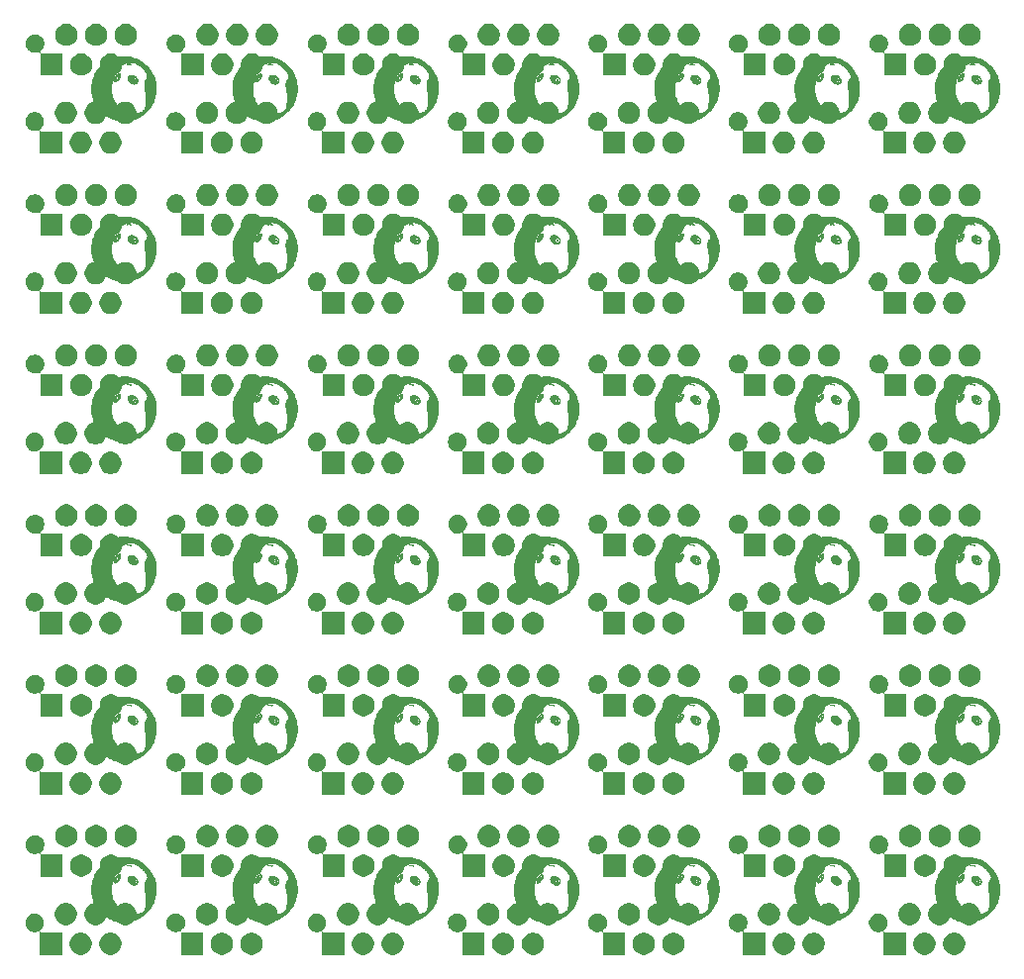
<source format=gbr>
G04 #@! TF.GenerationSoftware,KiCad,Pcbnew,5.0.2-bee76a0~70~ubuntu18.04.1*
G04 #@! TF.CreationDate,2019-05-10T19:14:11+02:00*
G04 #@! TF.ProjectId,spi_connector_board_micromatch_only_5x5_panel,7370695f-636f-46e6-9e65-63746f725f62,rev?*
G04 #@! TF.SameCoordinates,Original*
G04 #@! TF.FileFunction,Soldermask,Bot*
G04 #@! TF.FilePolarity,Negative*
%FSLAX46Y46*%
G04 Gerber Fmt 4.6, Leading zero omitted, Abs format (unit mm)*
G04 Created by KiCad (PCBNEW 5.0.2-bee76a0~70~ubuntu18.04.1) date Fr 10 Mai 2019 19:14:11 CEST*
%MOMM*%
%LPD*%
G01*
G04 APERTURE LIST*
%ADD10C,0.010000*%
%ADD11C,0.060000*%
%ADD12C,0.150000*%
G04 APERTURE END LIST*
D10*
G04 #@! TO.C,G\002A\002A\002A*
G36*
X100150667Y-148128898D02*
X100163744Y-148125507D01*
X100175048Y-148118378D01*
X100177392Y-148116455D01*
X100196692Y-148094618D01*
X100206619Y-148070141D01*
X100206926Y-148044232D01*
X100197441Y-148018235D01*
X100183012Y-147999141D01*
X100164537Y-147987675D01*
X100140024Y-147982790D01*
X100129228Y-147982440D01*
X100111829Y-147983053D01*
X100100155Y-147986066D01*
X100089794Y-147993242D01*
X100080903Y-148001741D01*
X100064278Y-148024631D01*
X100056936Y-148049566D01*
X100058832Y-148074794D01*
X100069919Y-148098564D01*
X100083859Y-148114049D01*
X100095713Y-148123246D01*
X100107030Y-148127967D01*
X100122130Y-148129631D01*
X100131667Y-148129760D01*
X100150667Y-148128898D01*
X100150667Y-148128898D01*
G37*
X100150667Y-148128898D02*
X100163744Y-148125507D01*
X100175048Y-148118378D01*
X100177392Y-148116455D01*
X100196692Y-148094618D01*
X100206619Y-148070141D01*
X100206926Y-148044232D01*
X100197441Y-148018235D01*
X100183012Y-147999141D01*
X100164537Y-147987675D01*
X100140024Y-147982790D01*
X100129228Y-147982440D01*
X100111829Y-147983053D01*
X100100155Y-147986066D01*
X100089794Y-147993242D01*
X100080903Y-148001741D01*
X100064278Y-148024631D01*
X100056936Y-148049566D01*
X100058832Y-148074794D01*
X100069919Y-148098564D01*
X100083859Y-148114049D01*
X100095713Y-148123246D01*
X100107030Y-148127967D01*
X100122130Y-148129631D01*
X100131667Y-148129760D01*
X100150667Y-148128898D01*
G36*
X98711466Y-147850074D02*
X98726554Y-147838667D01*
X98728789Y-147836390D01*
X98744997Y-147815924D01*
X98758303Y-147792812D01*
X98768395Y-147768652D01*
X98774961Y-147745040D01*
X98777691Y-147723574D01*
X98776274Y-147705850D01*
X98770397Y-147693465D01*
X98759750Y-147688017D01*
X98757740Y-147687897D01*
X98750319Y-147690310D01*
X98738818Y-147696298D01*
X98737097Y-147697329D01*
X98720099Y-147712092D01*
X98704367Y-147733599D01*
X98690917Y-147759317D01*
X98680764Y-147786711D01*
X98674921Y-147813246D01*
X98674405Y-147836387D01*
X98677003Y-147847405D01*
X98684422Y-147854926D01*
X98696666Y-147855655D01*
X98711466Y-147850074D01*
X98711466Y-147850074D01*
G37*
X98711466Y-147850074D02*
X98726554Y-147838667D01*
X98728789Y-147836390D01*
X98744997Y-147815924D01*
X98758303Y-147792812D01*
X98768395Y-147768652D01*
X98774961Y-147745040D01*
X98777691Y-147723574D01*
X98776274Y-147705850D01*
X98770397Y-147693465D01*
X98759750Y-147688017D01*
X98757740Y-147687897D01*
X98750319Y-147690310D01*
X98738818Y-147696298D01*
X98737097Y-147697329D01*
X98720099Y-147712092D01*
X98704367Y-147733599D01*
X98690917Y-147759317D01*
X98680764Y-147786711D01*
X98674921Y-147813246D01*
X98674405Y-147836387D01*
X98677003Y-147847405D01*
X98684422Y-147854926D01*
X98696666Y-147855655D01*
X98711466Y-147850074D01*
G36*
X99298411Y-151532342D02*
X99347303Y-151530966D01*
X99388791Y-151528773D01*
X99391248Y-151528596D01*
X99557730Y-151511383D01*
X99721856Y-151484381D01*
X99883263Y-151447764D01*
X100041589Y-151401703D01*
X100196470Y-151346372D01*
X100347545Y-151281944D01*
X100494451Y-151208590D01*
X100636824Y-151126485D01*
X100774304Y-151035801D01*
X100906526Y-150936710D01*
X101033128Y-150829386D01*
X101153748Y-150714001D01*
X101198488Y-150667494D01*
X101309388Y-150542198D01*
X101411852Y-150411320D01*
X101505766Y-150275106D01*
X101591014Y-150133803D01*
X101667485Y-149987656D01*
X101735064Y-149836909D01*
X101793637Y-149681810D01*
X101843090Y-149522604D01*
X101883310Y-149359535D01*
X101914184Y-149192851D01*
X101928027Y-149092420D01*
X101930688Y-149064386D01*
X101933056Y-149027842D01*
X101935107Y-148984435D01*
X101936818Y-148935812D01*
X101938168Y-148883621D01*
X101939131Y-148829507D01*
X101939687Y-148775119D01*
X101939810Y-148722102D01*
X101939479Y-148672103D01*
X101938671Y-148626771D01*
X101937362Y-148587750D01*
X101935529Y-148556689D01*
X101935521Y-148556591D01*
X101917425Y-148392262D01*
X101889523Y-148230053D01*
X101852024Y-148070364D01*
X101805137Y-147913595D01*
X101749068Y-147760147D01*
X101684026Y-147610420D01*
X101610220Y-147464814D01*
X101527858Y-147323729D01*
X101437147Y-147187567D01*
X101338295Y-147056727D01*
X101231512Y-146931609D01*
X101117005Y-146812615D01*
X100994982Y-146700144D01*
X100950827Y-146662635D01*
X100819339Y-146559836D01*
X100682556Y-146465630D01*
X100540820Y-146380156D01*
X100394475Y-146303556D01*
X100243863Y-146235970D01*
X100089328Y-146177538D01*
X99931213Y-146128401D01*
X99769861Y-146088700D01*
X99605615Y-146058575D01*
X99438818Y-146038166D01*
X99423220Y-146036770D01*
X99391605Y-146034579D01*
X99352273Y-146032717D01*
X99307337Y-146031209D01*
X99258909Y-146030084D01*
X99209102Y-146029366D01*
X99160029Y-146029083D01*
X99113802Y-146029260D01*
X99072534Y-146029924D01*
X99038338Y-146031101D01*
X99025694Y-146031813D01*
X98856062Y-146047958D01*
X98689378Y-146073692D01*
X98525908Y-146108901D01*
X98365916Y-146153471D01*
X98209667Y-146207288D01*
X98057427Y-146270237D01*
X97909461Y-146342204D01*
X97766033Y-146423075D01*
X97627408Y-146512735D01*
X97493852Y-146611071D01*
X97365630Y-146717969D01*
X97304269Y-146773964D01*
X97185879Y-146892133D01*
X97075479Y-147016429D01*
X96973241Y-147146490D01*
X96879338Y-147281952D01*
X96793943Y-147422454D01*
X96717229Y-147567631D01*
X96649370Y-147717120D01*
X96590537Y-147870559D01*
X96540904Y-148027584D01*
X96500644Y-148187832D01*
X96469930Y-148350940D01*
X96448935Y-148516546D01*
X96443484Y-148580832D01*
X96441235Y-148621757D01*
X96439806Y-148670216D01*
X96439158Y-148724259D01*
X96439254Y-148781935D01*
X96439845Y-148825720D01*
X98122866Y-148825720D01*
X98123087Y-148765133D01*
X98123800Y-148712745D01*
X98125154Y-148666602D01*
X98127296Y-148624751D01*
X98130376Y-148585237D01*
X98134541Y-148546105D01*
X98139939Y-148505402D01*
X98146719Y-148461173D01*
X98153683Y-148419320D01*
X98178321Y-148294233D01*
X98210172Y-148164216D01*
X98248644Y-148030845D01*
X98293146Y-147895694D01*
X98343085Y-147760340D01*
X98397869Y-147626356D01*
X98456907Y-147495317D01*
X98519605Y-147368799D01*
X98585373Y-147248377D01*
X98609138Y-147207740D01*
X98634850Y-147165850D01*
X98659392Y-147128930D01*
X98684458Y-147094837D01*
X98711739Y-147061423D01*
X98742927Y-147026545D01*
X98779714Y-146988056D01*
X98793237Y-146974332D01*
X98861539Y-146907937D01*
X98927032Y-146849661D01*
X98991180Y-146798406D01*
X99055445Y-146753073D01*
X99121292Y-146712564D01*
X99190183Y-146675780D01*
X99192625Y-146674568D01*
X99259865Y-146643369D01*
X99327523Y-146616409D01*
X99396818Y-146593426D01*
X99468972Y-146574159D01*
X99545208Y-146558347D01*
X99626746Y-146545729D01*
X99714807Y-146536045D01*
X99810614Y-146529032D01*
X99891301Y-146525257D01*
X99905468Y-146525935D01*
X99926174Y-146528395D01*
X99950042Y-146532195D01*
X99963346Y-146534705D01*
X100069126Y-146561031D01*
X100173227Y-146597276D01*
X100275740Y-146643480D01*
X100376759Y-146699684D01*
X100455715Y-146751285D01*
X100491948Y-146777557D01*
X100532856Y-146808952D01*
X100577005Y-146844236D01*
X100622964Y-146882174D01*
X100669299Y-146921533D01*
X100714577Y-146961079D01*
X100757365Y-146999577D01*
X100796230Y-147035793D01*
X100829740Y-147068494D01*
X100856357Y-147096331D01*
X100906078Y-147153429D01*
X100955026Y-147214167D01*
X101002342Y-147277228D01*
X101047168Y-147341298D01*
X101088646Y-147405061D01*
X101125916Y-147467200D01*
X101158120Y-147526400D01*
X101184399Y-147581346D01*
X101202547Y-147626840D01*
X101214166Y-147663317D01*
X101220669Y-147693080D01*
X101222291Y-147718054D01*
X101219266Y-147740162D01*
X101217229Y-147747345D01*
X101208899Y-147780817D01*
X101202174Y-147824150D01*
X101197045Y-147877418D01*
X101195557Y-147899520D01*
X101193914Y-147922715D01*
X101192091Y-147942173D01*
X101190327Y-147955646D01*
X101189048Y-147960721D01*
X101182985Y-147964909D01*
X101170461Y-147971184D01*
X101158213Y-147976506D01*
X101122191Y-147994195D01*
X101092050Y-148015889D01*
X101067055Y-148042667D01*
X101046472Y-148075604D01*
X101029567Y-148115779D01*
X101015606Y-148164267D01*
X101008731Y-148195800D01*
X101000109Y-148250016D01*
X100993872Y-148312701D01*
X100990003Y-148382453D01*
X100988488Y-148457869D01*
X100989310Y-148537547D01*
X100992454Y-148620083D01*
X100997904Y-148704076D01*
X101005644Y-148788122D01*
X101015658Y-148870819D01*
X101016391Y-148876143D01*
X101024683Y-148927379D01*
X101035851Y-148981477D01*
X101050299Y-149040119D01*
X101068436Y-149104988D01*
X101084507Y-149158106D01*
X101095001Y-149193404D01*
X101101749Y-149219777D01*
X101104856Y-149237702D01*
X101104630Y-149247006D01*
X101103992Y-149254183D01*
X101103273Y-149270661D01*
X101102490Y-149295578D01*
X101101662Y-149328074D01*
X101100807Y-149367292D01*
X101099943Y-149412369D01*
X101099087Y-149462447D01*
X101098258Y-149516665D01*
X101097474Y-149574164D01*
X101097024Y-149610580D01*
X101096099Y-149685134D01*
X101095178Y-149750564D01*
X101094209Y-149807906D01*
X101093143Y-149858198D01*
X101091928Y-149902475D01*
X101090514Y-149941772D01*
X101088851Y-149977128D01*
X101086886Y-150009578D01*
X101084570Y-150040157D01*
X101081853Y-150069903D01*
X101078682Y-150099852D01*
X101075009Y-150131039D01*
X101070781Y-150164502D01*
X101069415Y-150175005D01*
X101060450Y-150237467D01*
X101049637Y-150302818D01*
X101037663Y-150367228D01*
X101025216Y-150426869D01*
X101020201Y-150448780D01*
X101014194Y-150474260D01*
X101008859Y-150496922D01*
X101004719Y-150514535D01*
X101002300Y-150524865D01*
X101002099Y-150525727D01*
X100996514Y-150535404D01*
X100983770Y-150549860D01*
X100965059Y-150568088D01*
X100941573Y-150589080D01*
X100914505Y-150611830D01*
X100885047Y-150635329D01*
X100854391Y-150658570D01*
X100823729Y-150680546D01*
X100799900Y-150696602D01*
X100706663Y-150751439D01*
X100607366Y-150798335D01*
X100501885Y-150837335D01*
X100390099Y-150868485D01*
X100271885Y-150891827D01*
X100261420Y-150893471D01*
X100216797Y-150899006D01*
X100164546Y-150903267D01*
X100107123Y-150906211D01*
X100046984Y-150907792D01*
X99986587Y-150907964D01*
X99928389Y-150906684D01*
X99874846Y-150903906D01*
X99842320Y-150901136D01*
X99705305Y-150883124D01*
X99573889Y-150857752D01*
X99448374Y-150825137D01*
X99329065Y-150785393D01*
X99216262Y-150738638D01*
X99110270Y-150684986D01*
X99011391Y-150624553D01*
X98919928Y-150557456D01*
X98899307Y-150540535D01*
X98866118Y-150511516D01*
X98833726Y-150480572D01*
X98800635Y-150446130D01*
X98765349Y-150406622D01*
X98726372Y-150360476D01*
X98717517Y-150349720D01*
X98613906Y-150217268D01*
X98520379Y-150084813D01*
X98436858Y-149952203D01*
X98363268Y-149819284D01*
X98299533Y-149685902D01*
X98245577Y-149551902D01*
X98201324Y-149417133D01*
X98166697Y-149281439D01*
X98151339Y-149204180D01*
X98143862Y-149161036D01*
X98137787Y-149122439D01*
X98132975Y-149086548D01*
X98129287Y-149051523D01*
X98126585Y-149015523D01*
X98124730Y-148976709D01*
X98123585Y-148933238D01*
X98123009Y-148883271D01*
X98122866Y-148825720D01*
X96439845Y-148825720D01*
X96440056Y-148841296D01*
X96441526Y-148900389D01*
X96443624Y-148957265D01*
X96446314Y-149009973D01*
X96449556Y-149056563D01*
X96453314Y-149095085D01*
X96453582Y-149097320D01*
X96479056Y-149266852D01*
X96513728Y-149432074D01*
X96557629Y-149593062D01*
X96610792Y-149749888D01*
X96673249Y-149902626D01*
X96745030Y-150051350D01*
X96826169Y-150196134D01*
X96916697Y-150337052D01*
X97016646Y-150474178D01*
X97084157Y-150558282D01*
X97109254Y-150587266D01*
X97140460Y-150621436D01*
X97176254Y-150659272D01*
X97215116Y-150699253D01*
X97255523Y-150739857D01*
X97295955Y-150779562D01*
X97334890Y-150816849D01*
X97370808Y-150850195D01*
X97402186Y-150878080D01*
X97413798Y-150887923D01*
X97530126Y-150980237D01*
X97647135Y-151063925D01*
X97766986Y-151140414D01*
X97891836Y-151211130D01*
X97944940Y-151238770D01*
X98090201Y-151307483D01*
X98237453Y-151366924D01*
X98387545Y-151417350D01*
X98541324Y-151459016D01*
X98699640Y-151492177D01*
X98863342Y-151517089D01*
X98874760Y-151518498D01*
X98912674Y-151522289D01*
X98958787Y-151525567D01*
X99011148Y-151528295D01*
X99067806Y-151530434D01*
X99126812Y-151531946D01*
X99186215Y-151532794D01*
X99244065Y-151532938D01*
X99298411Y-151532342D01*
X99298411Y-151532342D01*
G37*
X99298411Y-151532342D02*
X99347303Y-151530966D01*
X99388791Y-151528773D01*
X99391248Y-151528596D01*
X99557730Y-151511383D01*
X99721856Y-151484381D01*
X99883263Y-151447764D01*
X100041589Y-151401703D01*
X100196470Y-151346372D01*
X100347545Y-151281944D01*
X100494451Y-151208590D01*
X100636824Y-151126485D01*
X100774304Y-151035801D01*
X100906526Y-150936710D01*
X101033128Y-150829386D01*
X101153748Y-150714001D01*
X101198488Y-150667494D01*
X101309388Y-150542198D01*
X101411852Y-150411320D01*
X101505766Y-150275106D01*
X101591014Y-150133803D01*
X101667485Y-149987656D01*
X101735064Y-149836909D01*
X101793637Y-149681810D01*
X101843090Y-149522604D01*
X101883310Y-149359535D01*
X101914184Y-149192851D01*
X101928027Y-149092420D01*
X101930688Y-149064386D01*
X101933056Y-149027842D01*
X101935107Y-148984435D01*
X101936818Y-148935812D01*
X101938168Y-148883621D01*
X101939131Y-148829507D01*
X101939687Y-148775119D01*
X101939810Y-148722102D01*
X101939479Y-148672103D01*
X101938671Y-148626771D01*
X101937362Y-148587750D01*
X101935529Y-148556689D01*
X101935521Y-148556591D01*
X101917425Y-148392262D01*
X101889523Y-148230053D01*
X101852024Y-148070364D01*
X101805137Y-147913595D01*
X101749068Y-147760147D01*
X101684026Y-147610420D01*
X101610220Y-147464814D01*
X101527858Y-147323729D01*
X101437147Y-147187567D01*
X101338295Y-147056727D01*
X101231512Y-146931609D01*
X101117005Y-146812615D01*
X100994982Y-146700144D01*
X100950827Y-146662635D01*
X100819339Y-146559836D01*
X100682556Y-146465630D01*
X100540820Y-146380156D01*
X100394475Y-146303556D01*
X100243863Y-146235970D01*
X100089328Y-146177538D01*
X99931213Y-146128401D01*
X99769861Y-146088700D01*
X99605615Y-146058575D01*
X99438818Y-146038166D01*
X99423220Y-146036770D01*
X99391605Y-146034579D01*
X99352273Y-146032717D01*
X99307337Y-146031209D01*
X99258909Y-146030084D01*
X99209102Y-146029366D01*
X99160029Y-146029083D01*
X99113802Y-146029260D01*
X99072534Y-146029924D01*
X99038338Y-146031101D01*
X99025694Y-146031813D01*
X98856062Y-146047958D01*
X98689378Y-146073692D01*
X98525908Y-146108901D01*
X98365916Y-146153471D01*
X98209667Y-146207288D01*
X98057427Y-146270237D01*
X97909461Y-146342204D01*
X97766033Y-146423075D01*
X97627408Y-146512735D01*
X97493852Y-146611071D01*
X97365630Y-146717969D01*
X97304269Y-146773964D01*
X97185879Y-146892133D01*
X97075479Y-147016429D01*
X96973241Y-147146490D01*
X96879338Y-147281952D01*
X96793943Y-147422454D01*
X96717229Y-147567631D01*
X96649370Y-147717120D01*
X96590537Y-147870559D01*
X96540904Y-148027584D01*
X96500644Y-148187832D01*
X96469930Y-148350940D01*
X96448935Y-148516546D01*
X96443484Y-148580832D01*
X96441235Y-148621757D01*
X96439806Y-148670216D01*
X96439158Y-148724259D01*
X96439254Y-148781935D01*
X96439845Y-148825720D01*
X98122866Y-148825720D01*
X98123087Y-148765133D01*
X98123800Y-148712745D01*
X98125154Y-148666602D01*
X98127296Y-148624751D01*
X98130376Y-148585237D01*
X98134541Y-148546105D01*
X98139939Y-148505402D01*
X98146719Y-148461173D01*
X98153683Y-148419320D01*
X98178321Y-148294233D01*
X98210172Y-148164216D01*
X98248644Y-148030845D01*
X98293146Y-147895694D01*
X98343085Y-147760340D01*
X98397869Y-147626356D01*
X98456907Y-147495317D01*
X98519605Y-147368799D01*
X98585373Y-147248377D01*
X98609138Y-147207740D01*
X98634850Y-147165850D01*
X98659392Y-147128930D01*
X98684458Y-147094837D01*
X98711739Y-147061423D01*
X98742927Y-147026545D01*
X98779714Y-146988056D01*
X98793237Y-146974332D01*
X98861539Y-146907937D01*
X98927032Y-146849661D01*
X98991180Y-146798406D01*
X99055445Y-146753073D01*
X99121292Y-146712564D01*
X99190183Y-146675780D01*
X99192625Y-146674568D01*
X99259865Y-146643369D01*
X99327523Y-146616409D01*
X99396818Y-146593426D01*
X99468972Y-146574159D01*
X99545208Y-146558347D01*
X99626746Y-146545729D01*
X99714807Y-146536045D01*
X99810614Y-146529032D01*
X99891301Y-146525257D01*
X99905468Y-146525935D01*
X99926174Y-146528395D01*
X99950042Y-146532195D01*
X99963346Y-146534705D01*
X100069126Y-146561031D01*
X100173227Y-146597276D01*
X100275740Y-146643480D01*
X100376759Y-146699684D01*
X100455715Y-146751285D01*
X100491948Y-146777557D01*
X100532856Y-146808952D01*
X100577005Y-146844236D01*
X100622964Y-146882174D01*
X100669299Y-146921533D01*
X100714577Y-146961079D01*
X100757365Y-146999577D01*
X100796230Y-147035793D01*
X100829740Y-147068494D01*
X100856357Y-147096331D01*
X100906078Y-147153429D01*
X100955026Y-147214167D01*
X101002342Y-147277228D01*
X101047168Y-147341298D01*
X101088646Y-147405061D01*
X101125916Y-147467200D01*
X101158120Y-147526400D01*
X101184399Y-147581346D01*
X101202547Y-147626840D01*
X101214166Y-147663317D01*
X101220669Y-147693080D01*
X101222291Y-147718054D01*
X101219266Y-147740162D01*
X101217229Y-147747345D01*
X101208899Y-147780817D01*
X101202174Y-147824150D01*
X101197045Y-147877418D01*
X101195557Y-147899520D01*
X101193914Y-147922715D01*
X101192091Y-147942173D01*
X101190327Y-147955646D01*
X101189048Y-147960721D01*
X101182985Y-147964909D01*
X101170461Y-147971184D01*
X101158213Y-147976506D01*
X101122191Y-147994195D01*
X101092050Y-148015889D01*
X101067055Y-148042667D01*
X101046472Y-148075604D01*
X101029567Y-148115779D01*
X101015606Y-148164267D01*
X101008731Y-148195800D01*
X101000109Y-148250016D01*
X100993872Y-148312701D01*
X100990003Y-148382453D01*
X100988488Y-148457869D01*
X100989310Y-148537547D01*
X100992454Y-148620083D01*
X100997904Y-148704076D01*
X101005644Y-148788122D01*
X101015658Y-148870819D01*
X101016391Y-148876143D01*
X101024683Y-148927379D01*
X101035851Y-148981477D01*
X101050299Y-149040119D01*
X101068436Y-149104988D01*
X101084507Y-149158106D01*
X101095001Y-149193404D01*
X101101749Y-149219777D01*
X101104856Y-149237702D01*
X101104630Y-149247006D01*
X101103992Y-149254183D01*
X101103273Y-149270661D01*
X101102490Y-149295578D01*
X101101662Y-149328074D01*
X101100807Y-149367292D01*
X101099943Y-149412369D01*
X101099087Y-149462447D01*
X101098258Y-149516665D01*
X101097474Y-149574164D01*
X101097024Y-149610580D01*
X101096099Y-149685134D01*
X101095178Y-149750564D01*
X101094209Y-149807906D01*
X101093143Y-149858198D01*
X101091928Y-149902475D01*
X101090514Y-149941772D01*
X101088851Y-149977128D01*
X101086886Y-150009578D01*
X101084570Y-150040157D01*
X101081853Y-150069903D01*
X101078682Y-150099852D01*
X101075009Y-150131039D01*
X101070781Y-150164502D01*
X101069415Y-150175005D01*
X101060450Y-150237467D01*
X101049637Y-150302818D01*
X101037663Y-150367228D01*
X101025216Y-150426869D01*
X101020201Y-150448780D01*
X101014194Y-150474260D01*
X101008859Y-150496922D01*
X101004719Y-150514535D01*
X101002300Y-150524865D01*
X101002099Y-150525727D01*
X100996514Y-150535404D01*
X100983770Y-150549860D01*
X100965059Y-150568088D01*
X100941573Y-150589080D01*
X100914505Y-150611830D01*
X100885047Y-150635329D01*
X100854391Y-150658570D01*
X100823729Y-150680546D01*
X100799900Y-150696602D01*
X100706663Y-150751439D01*
X100607366Y-150798335D01*
X100501885Y-150837335D01*
X100390099Y-150868485D01*
X100271885Y-150891827D01*
X100261420Y-150893471D01*
X100216797Y-150899006D01*
X100164546Y-150903267D01*
X100107123Y-150906211D01*
X100046984Y-150907792D01*
X99986587Y-150907964D01*
X99928389Y-150906684D01*
X99874846Y-150903906D01*
X99842320Y-150901136D01*
X99705305Y-150883124D01*
X99573889Y-150857752D01*
X99448374Y-150825137D01*
X99329065Y-150785393D01*
X99216262Y-150738638D01*
X99110270Y-150684986D01*
X99011391Y-150624553D01*
X98919928Y-150557456D01*
X98899307Y-150540535D01*
X98866118Y-150511516D01*
X98833726Y-150480572D01*
X98800635Y-150446130D01*
X98765349Y-150406622D01*
X98726372Y-150360476D01*
X98717517Y-150349720D01*
X98613906Y-150217268D01*
X98520379Y-150084813D01*
X98436858Y-149952203D01*
X98363268Y-149819284D01*
X98299533Y-149685902D01*
X98245577Y-149551902D01*
X98201324Y-149417133D01*
X98166697Y-149281439D01*
X98151339Y-149204180D01*
X98143862Y-149161036D01*
X98137787Y-149122439D01*
X98132975Y-149086548D01*
X98129287Y-149051523D01*
X98126585Y-149015523D01*
X98124730Y-148976709D01*
X98123585Y-148933238D01*
X98123009Y-148883271D01*
X98122866Y-148825720D01*
X96439845Y-148825720D01*
X96440056Y-148841296D01*
X96441526Y-148900389D01*
X96443624Y-148957265D01*
X96446314Y-149009973D01*
X96449556Y-149056563D01*
X96453314Y-149095085D01*
X96453582Y-149097320D01*
X96479056Y-149266852D01*
X96513728Y-149432074D01*
X96557629Y-149593062D01*
X96610792Y-149749888D01*
X96673249Y-149902626D01*
X96745030Y-150051350D01*
X96826169Y-150196134D01*
X96916697Y-150337052D01*
X97016646Y-150474178D01*
X97084157Y-150558282D01*
X97109254Y-150587266D01*
X97140460Y-150621436D01*
X97176254Y-150659272D01*
X97215116Y-150699253D01*
X97255523Y-150739857D01*
X97295955Y-150779562D01*
X97334890Y-150816849D01*
X97370808Y-150850195D01*
X97402186Y-150878080D01*
X97413798Y-150887923D01*
X97530126Y-150980237D01*
X97647135Y-151063925D01*
X97766986Y-151140414D01*
X97891836Y-151211130D01*
X97944940Y-151238770D01*
X98090201Y-151307483D01*
X98237453Y-151366924D01*
X98387545Y-151417350D01*
X98541324Y-151459016D01*
X98699640Y-151492177D01*
X98863342Y-151517089D01*
X98874760Y-151518498D01*
X98912674Y-151522289D01*
X98958787Y-151525567D01*
X99011148Y-151528295D01*
X99067806Y-151530434D01*
X99126812Y-151531946D01*
X99186215Y-151532794D01*
X99244065Y-151532938D01*
X99298411Y-151532342D01*
G36*
X112170423Y-148378223D02*
X112208263Y-148374934D01*
X112228759Y-148371103D01*
X112280390Y-148354126D01*
X112325060Y-148330346D01*
X112362646Y-148300473D01*
X112393024Y-148265219D01*
X112416071Y-148225297D01*
X112431661Y-148181417D01*
X112439672Y-148134292D01*
X112439980Y-148084634D01*
X112432461Y-148033154D01*
X112416990Y-147980564D01*
X112393445Y-147927576D01*
X112361701Y-147874901D01*
X112323669Y-147825602D01*
X112274024Y-147774494D01*
X112219034Y-147729745D01*
X112159863Y-147691858D01*
X112097678Y-147661334D01*
X112033645Y-147638675D01*
X111968929Y-147624383D01*
X111904695Y-147618959D01*
X111850218Y-147621831D01*
X111795393Y-147632893D01*
X111746297Y-147651964D01*
X111703371Y-147678852D01*
X111684887Y-147694667D01*
X111653140Y-147728564D01*
X111630000Y-147763038D01*
X111614118Y-147800680D01*
X111604141Y-147844084D01*
X111602986Y-147851855D01*
X111600426Y-147906245D01*
X111607286Y-147961309D01*
X111622934Y-148016248D01*
X111636275Y-148046525D01*
X112001164Y-148046525D01*
X112003545Y-148024888D01*
X112016506Y-147980696D01*
X112037689Y-147941343D01*
X112066198Y-147907878D01*
X112101137Y-147881347D01*
X112141610Y-147862796D01*
X112142453Y-147862519D01*
X112162411Y-147858540D01*
X112189461Y-147856848D01*
X112207684Y-147857024D01*
X112231938Y-147858429D01*
X112250324Y-147861366D01*
X112267122Y-147866824D01*
X112284690Y-147874845D01*
X112321679Y-147898212D01*
X112352282Y-147928052D01*
X112375754Y-147962952D01*
X112391349Y-148001496D01*
X112398322Y-148042272D01*
X112395925Y-148083866D01*
X112395670Y-148085278D01*
X112382966Y-148127176D01*
X112361644Y-148165562D01*
X112332985Y-148198785D01*
X112298270Y-148225194D01*
X112279445Y-148235142D01*
X112249518Y-148244650D01*
X112214396Y-148249214D01*
X112177790Y-148248775D01*
X112143413Y-148243276D01*
X112125531Y-148237574D01*
X112090383Y-148218514D01*
X112059691Y-148192056D01*
X112034440Y-148159913D01*
X112015613Y-148123801D01*
X112004193Y-148085433D01*
X112001164Y-148046525D01*
X111636275Y-148046525D01*
X111646736Y-148070264D01*
X111678061Y-148122559D01*
X111716274Y-148172334D01*
X111760745Y-148218793D01*
X111810840Y-148261136D01*
X111865926Y-148298566D01*
X111925370Y-148330284D01*
X111988541Y-148355493D01*
X112006886Y-148361299D01*
X112043263Y-148369762D01*
X112084757Y-148375497D01*
X112128199Y-148378364D01*
X112170423Y-148378223D01*
X112170423Y-148378223D01*
G37*
X112170423Y-148378223D02*
X112208263Y-148374934D01*
X112228759Y-148371103D01*
X112280390Y-148354126D01*
X112325060Y-148330346D01*
X112362646Y-148300473D01*
X112393024Y-148265219D01*
X112416071Y-148225297D01*
X112431661Y-148181417D01*
X112439672Y-148134292D01*
X112439980Y-148084634D01*
X112432461Y-148033154D01*
X112416990Y-147980564D01*
X112393445Y-147927576D01*
X112361701Y-147874901D01*
X112323669Y-147825602D01*
X112274024Y-147774494D01*
X112219034Y-147729745D01*
X112159863Y-147691858D01*
X112097678Y-147661334D01*
X112033645Y-147638675D01*
X111968929Y-147624383D01*
X111904695Y-147618959D01*
X111850218Y-147621831D01*
X111795393Y-147632893D01*
X111746297Y-147651964D01*
X111703371Y-147678852D01*
X111684887Y-147694667D01*
X111653140Y-147728564D01*
X111630000Y-147763038D01*
X111614118Y-147800680D01*
X111604141Y-147844084D01*
X111602986Y-147851855D01*
X111600426Y-147906245D01*
X111607286Y-147961309D01*
X111622934Y-148016248D01*
X111636275Y-148046525D01*
X112001164Y-148046525D01*
X112003545Y-148024888D01*
X112016506Y-147980696D01*
X112037689Y-147941343D01*
X112066198Y-147907878D01*
X112101137Y-147881347D01*
X112141610Y-147862796D01*
X112142453Y-147862519D01*
X112162411Y-147858540D01*
X112189461Y-147856848D01*
X112207684Y-147857024D01*
X112231938Y-147858429D01*
X112250324Y-147861366D01*
X112267122Y-147866824D01*
X112284690Y-147874845D01*
X112321679Y-147898212D01*
X112352282Y-147928052D01*
X112375754Y-147962952D01*
X112391349Y-148001496D01*
X112398322Y-148042272D01*
X112395925Y-148083866D01*
X112395670Y-148085278D01*
X112382966Y-148127176D01*
X112361644Y-148165562D01*
X112332985Y-148198785D01*
X112298270Y-148225194D01*
X112279445Y-148235142D01*
X112249518Y-148244650D01*
X112214396Y-148249214D01*
X112177790Y-148248775D01*
X112143413Y-148243276D01*
X112125531Y-148237574D01*
X112090383Y-148218514D01*
X112059691Y-148192056D01*
X112034440Y-148159913D01*
X112015613Y-148123801D01*
X112004193Y-148085433D01*
X112001164Y-148046525D01*
X111636275Y-148046525D01*
X111646736Y-148070264D01*
X111678061Y-148122559D01*
X111716274Y-148172334D01*
X111760745Y-148218793D01*
X111810840Y-148261136D01*
X111865926Y-148298566D01*
X111925370Y-148330284D01*
X111988541Y-148355493D01*
X112006886Y-148361299D01*
X112043263Y-148369762D01*
X112084757Y-148375497D01*
X112128199Y-148378364D01*
X112170423Y-148378223D01*
G36*
X110545665Y-148187600D02*
X110563199Y-148185185D01*
X110579879Y-148179924D01*
X110598678Y-148171596D01*
X110648544Y-148143190D01*
X110698028Y-148105974D01*
X110746186Y-148061287D01*
X110792077Y-148010464D01*
X110834757Y-147954842D01*
X110873285Y-147895756D01*
X110906717Y-147834544D01*
X110934112Y-147772541D01*
X110954526Y-147711083D01*
X110967018Y-147651508D01*
X110967381Y-147648871D01*
X110970149Y-147605804D01*
X110966456Y-147567743D01*
X110956593Y-147535573D01*
X110940853Y-147510178D01*
X110919525Y-147492444D01*
X110915187Y-147490168D01*
X110887219Y-147481682D01*
X110855409Y-147480419D01*
X110823189Y-147486512D01*
X110822740Y-147486654D01*
X110779203Y-147504943D01*
X110734270Y-147532158D01*
X110688881Y-147567335D01*
X110643976Y-147609513D01*
X110600495Y-147657728D01*
X110559378Y-147711018D01*
X110521565Y-147768421D01*
X110487996Y-147828974D01*
X110487540Y-147829881D01*
X110462181Y-147884155D01*
X110453711Y-147906426D01*
X110607284Y-147906426D01*
X110607543Y-147878685D01*
X110610121Y-147850689D01*
X110614567Y-147827298D01*
X110624407Y-147797135D01*
X110638999Y-147762844D01*
X110656535Y-147728056D01*
X110675208Y-147696404D01*
X110690382Y-147674978D01*
X110721895Y-147639194D01*
X110753152Y-147611105D01*
X110783506Y-147591000D01*
X110812309Y-147579166D01*
X110838913Y-147575891D01*
X110862670Y-147581462D01*
X110878133Y-147591534D01*
X110892767Y-147608001D01*
X110902019Y-147627997D01*
X110906606Y-147653687D01*
X110907402Y-147679684D01*
X110903584Y-147718915D01*
X110893587Y-147759233D01*
X110878265Y-147799549D01*
X110858466Y-147838772D01*
X110835042Y-147875812D01*
X110808844Y-147909579D01*
X110780723Y-147938982D01*
X110751529Y-147962931D01*
X110722113Y-147980336D01*
X110693326Y-147990106D01*
X110666019Y-147991151D01*
X110664521Y-147990925D01*
X110642226Y-147982390D01*
X110623870Y-147965571D01*
X110613805Y-147948314D01*
X110609365Y-147930705D01*
X110607284Y-147906426D01*
X110453711Y-147906426D01*
X110443505Y-147933258D01*
X110430956Y-147979150D01*
X110423980Y-148023791D01*
X110422024Y-148061180D01*
X110422147Y-148086266D01*
X110423356Y-148104220D01*
X110426108Y-148118050D01*
X110430861Y-148130765D01*
X110433443Y-148136249D01*
X110444212Y-148153579D01*
X110457671Y-148169267D01*
X110463471Y-148174349D01*
X110473774Y-148181392D01*
X110483873Y-148185548D01*
X110496939Y-148187557D01*
X110516145Y-148188162D01*
X110522641Y-148188180D01*
X110545665Y-148187600D01*
X110545665Y-148187600D01*
G37*
X110545665Y-148187600D02*
X110563199Y-148185185D01*
X110579879Y-148179924D01*
X110598678Y-148171596D01*
X110648544Y-148143190D01*
X110698028Y-148105974D01*
X110746186Y-148061287D01*
X110792077Y-148010464D01*
X110834757Y-147954842D01*
X110873285Y-147895756D01*
X110906717Y-147834544D01*
X110934112Y-147772541D01*
X110954526Y-147711083D01*
X110967018Y-147651508D01*
X110967381Y-147648871D01*
X110970149Y-147605804D01*
X110966456Y-147567743D01*
X110956593Y-147535573D01*
X110940853Y-147510178D01*
X110919525Y-147492444D01*
X110915187Y-147490168D01*
X110887219Y-147481682D01*
X110855409Y-147480419D01*
X110823189Y-147486512D01*
X110822740Y-147486654D01*
X110779203Y-147504943D01*
X110734270Y-147532158D01*
X110688881Y-147567335D01*
X110643976Y-147609513D01*
X110600495Y-147657728D01*
X110559378Y-147711018D01*
X110521565Y-147768421D01*
X110487996Y-147828974D01*
X110487540Y-147829881D01*
X110462181Y-147884155D01*
X110453711Y-147906426D01*
X110607284Y-147906426D01*
X110607543Y-147878685D01*
X110610121Y-147850689D01*
X110614567Y-147827298D01*
X110624407Y-147797135D01*
X110638999Y-147762844D01*
X110656535Y-147728056D01*
X110675208Y-147696404D01*
X110690382Y-147674978D01*
X110721895Y-147639194D01*
X110753152Y-147611105D01*
X110783506Y-147591000D01*
X110812309Y-147579166D01*
X110838913Y-147575891D01*
X110862670Y-147581462D01*
X110878133Y-147591534D01*
X110892767Y-147608001D01*
X110902019Y-147627997D01*
X110906606Y-147653687D01*
X110907402Y-147679684D01*
X110903584Y-147718915D01*
X110893587Y-147759233D01*
X110878265Y-147799549D01*
X110858466Y-147838772D01*
X110835042Y-147875812D01*
X110808844Y-147909579D01*
X110780723Y-147938982D01*
X110751529Y-147962931D01*
X110722113Y-147980336D01*
X110693326Y-147990106D01*
X110666019Y-147991151D01*
X110664521Y-147990925D01*
X110642226Y-147982390D01*
X110623870Y-147965571D01*
X110613805Y-147948314D01*
X110609365Y-147930705D01*
X110607284Y-147906426D01*
X110453711Y-147906426D01*
X110443505Y-147933258D01*
X110430956Y-147979150D01*
X110423980Y-148023791D01*
X110422024Y-148061180D01*
X110422147Y-148086266D01*
X110423356Y-148104220D01*
X110426108Y-148118050D01*
X110430861Y-148130765D01*
X110433443Y-148136249D01*
X110444212Y-148153579D01*
X110457671Y-148169267D01*
X110463471Y-148174349D01*
X110473774Y-148181392D01*
X110483873Y-148185548D01*
X110496939Y-148187557D01*
X110516145Y-148188162D01*
X110522641Y-148188180D01*
X110545665Y-148187600D01*
D11*
G36*
X111876692Y-146748170D02*
X111880884Y-146742762D01*
X111881842Y-146734566D01*
X111877424Y-146729146D01*
X111865375Y-146721290D01*
X111847655Y-146711907D01*
X111826225Y-146701910D01*
X111803046Y-146692209D01*
X111780078Y-146683716D01*
X111759282Y-146677341D01*
X111757917Y-146676987D01*
X111714856Y-146669514D01*
X111666361Y-146667140D01*
X111615785Y-146669862D01*
X111569500Y-146677035D01*
X111542200Y-146682814D01*
X111523309Y-146687027D01*
X111511286Y-146690160D01*
X111504588Y-146692698D01*
X111501673Y-146695124D01*
X111500999Y-146697924D01*
X111500997Y-146698567D01*
X111502026Y-146706273D01*
X111505898Y-146710916D01*
X111514140Y-146712631D01*
X111528276Y-146711551D01*
X111549832Y-146707810D01*
X111566960Y-146704343D01*
X111625922Y-146694891D01*
X111679388Y-146692559D01*
X111729312Y-146697558D01*
X111777646Y-146710099D01*
X111826342Y-146730391D01*
X111831221Y-146732812D01*
X111853207Y-146743242D01*
X111867915Y-146748346D01*
X111876692Y-146748170D01*
X111876692Y-146748170D01*
G37*
X111876692Y-146748170D02*
X111880884Y-146742762D01*
X111881842Y-146734566D01*
X111877424Y-146729146D01*
X111865375Y-146721290D01*
X111847655Y-146711907D01*
X111826225Y-146701910D01*
X111803046Y-146692209D01*
X111780078Y-146683716D01*
X111759282Y-146677341D01*
X111757917Y-146676987D01*
X111714856Y-146669514D01*
X111666361Y-146667140D01*
X111615785Y-146669862D01*
X111569500Y-146677035D01*
X111542200Y-146682814D01*
X111523309Y-146687027D01*
X111511286Y-146690160D01*
X111504588Y-146692698D01*
X111501673Y-146695124D01*
X111500999Y-146697924D01*
X111500997Y-146698567D01*
X111502026Y-146706273D01*
X111505898Y-146710916D01*
X111514140Y-146712631D01*
X111528276Y-146711551D01*
X111549832Y-146707810D01*
X111566960Y-146704343D01*
X111625922Y-146694891D01*
X111679388Y-146692559D01*
X111729312Y-146697558D01*
X111777646Y-146710099D01*
X111826342Y-146730391D01*
X111831221Y-146732812D01*
X111853207Y-146743242D01*
X111867915Y-146748346D01*
X111876692Y-146748170D01*
D10*
G36*
X148170423Y-148378223D02*
X148208263Y-148374934D01*
X148228759Y-148371103D01*
X148280390Y-148354126D01*
X148325060Y-148330346D01*
X148362646Y-148300473D01*
X148393024Y-148265219D01*
X148416071Y-148225297D01*
X148431661Y-148181417D01*
X148439672Y-148134292D01*
X148439980Y-148084634D01*
X148432461Y-148033154D01*
X148416990Y-147980564D01*
X148393445Y-147927576D01*
X148361701Y-147874901D01*
X148323669Y-147825602D01*
X148274024Y-147774494D01*
X148219034Y-147729745D01*
X148159863Y-147691858D01*
X148097678Y-147661334D01*
X148033645Y-147638675D01*
X147968929Y-147624383D01*
X147904695Y-147618959D01*
X147850218Y-147621831D01*
X147795393Y-147632893D01*
X147746297Y-147651964D01*
X147703371Y-147678852D01*
X147684887Y-147694667D01*
X147653140Y-147728564D01*
X147630000Y-147763038D01*
X147614118Y-147800680D01*
X147604141Y-147844084D01*
X147602986Y-147851855D01*
X147600426Y-147906245D01*
X147607286Y-147961309D01*
X147622934Y-148016248D01*
X147636275Y-148046525D01*
X148001164Y-148046525D01*
X148003545Y-148024888D01*
X148016506Y-147980696D01*
X148037689Y-147941343D01*
X148066198Y-147907878D01*
X148101137Y-147881347D01*
X148141610Y-147862796D01*
X148142453Y-147862519D01*
X148162411Y-147858540D01*
X148189461Y-147856848D01*
X148207684Y-147857024D01*
X148231938Y-147858429D01*
X148250324Y-147861366D01*
X148267122Y-147866824D01*
X148284690Y-147874845D01*
X148321679Y-147898212D01*
X148352282Y-147928052D01*
X148375754Y-147962952D01*
X148391349Y-148001496D01*
X148398322Y-148042272D01*
X148395925Y-148083866D01*
X148395670Y-148085278D01*
X148382966Y-148127176D01*
X148361644Y-148165562D01*
X148332985Y-148198785D01*
X148298270Y-148225194D01*
X148279445Y-148235142D01*
X148249518Y-148244650D01*
X148214396Y-148249214D01*
X148177790Y-148248775D01*
X148143413Y-148243276D01*
X148125531Y-148237574D01*
X148090383Y-148218514D01*
X148059691Y-148192056D01*
X148034440Y-148159913D01*
X148015613Y-148123801D01*
X148004193Y-148085433D01*
X148001164Y-148046525D01*
X147636275Y-148046525D01*
X147646736Y-148070264D01*
X147678061Y-148122559D01*
X147716274Y-148172334D01*
X147760745Y-148218793D01*
X147810840Y-148261136D01*
X147865926Y-148298566D01*
X147925370Y-148330284D01*
X147988541Y-148355493D01*
X148006886Y-148361299D01*
X148043263Y-148369762D01*
X148084757Y-148375497D01*
X148128199Y-148378364D01*
X148170423Y-148378223D01*
X148170423Y-148378223D01*
G37*
X148170423Y-148378223D02*
X148208263Y-148374934D01*
X148228759Y-148371103D01*
X148280390Y-148354126D01*
X148325060Y-148330346D01*
X148362646Y-148300473D01*
X148393024Y-148265219D01*
X148416071Y-148225297D01*
X148431661Y-148181417D01*
X148439672Y-148134292D01*
X148439980Y-148084634D01*
X148432461Y-148033154D01*
X148416990Y-147980564D01*
X148393445Y-147927576D01*
X148361701Y-147874901D01*
X148323669Y-147825602D01*
X148274024Y-147774494D01*
X148219034Y-147729745D01*
X148159863Y-147691858D01*
X148097678Y-147661334D01*
X148033645Y-147638675D01*
X147968929Y-147624383D01*
X147904695Y-147618959D01*
X147850218Y-147621831D01*
X147795393Y-147632893D01*
X147746297Y-147651964D01*
X147703371Y-147678852D01*
X147684887Y-147694667D01*
X147653140Y-147728564D01*
X147630000Y-147763038D01*
X147614118Y-147800680D01*
X147604141Y-147844084D01*
X147602986Y-147851855D01*
X147600426Y-147906245D01*
X147607286Y-147961309D01*
X147622934Y-148016248D01*
X147636275Y-148046525D01*
X148001164Y-148046525D01*
X148003545Y-148024888D01*
X148016506Y-147980696D01*
X148037689Y-147941343D01*
X148066198Y-147907878D01*
X148101137Y-147881347D01*
X148141610Y-147862796D01*
X148142453Y-147862519D01*
X148162411Y-147858540D01*
X148189461Y-147856848D01*
X148207684Y-147857024D01*
X148231938Y-147858429D01*
X148250324Y-147861366D01*
X148267122Y-147866824D01*
X148284690Y-147874845D01*
X148321679Y-147898212D01*
X148352282Y-147928052D01*
X148375754Y-147962952D01*
X148391349Y-148001496D01*
X148398322Y-148042272D01*
X148395925Y-148083866D01*
X148395670Y-148085278D01*
X148382966Y-148127176D01*
X148361644Y-148165562D01*
X148332985Y-148198785D01*
X148298270Y-148225194D01*
X148279445Y-148235142D01*
X148249518Y-148244650D01*
X148214396Y-148249214D01*
X148177790Y-148248775D01*
X148143413Y-148243276D01*
X148125531Y-148237574D01*
X148090383Y-148218514D01*
X148059691Y-148192056D01*
X148034440Y-148159913D01*
X148015613Y-148123801D01*
X148004193Y-148085433D01*
X148001164Y-148046525D01*
X147636275Y-148046525D01*
X147646736Y-148070264D01*
X147678061Y-148122559D01*
X147716274Y-148172334D01*
X147760745Y-148218793D01*
X147810840Y-148261136D01*
X147865926Y-148298566D01*
X147925370Y-148330284D01*
X147988541Y-148355493D01*
X148006886Y-148361299D01*
X148043263Y-148369762D01*
X148084757Y-148375497D01*
X148128199Y-148378364D01*
X148170423Y-148378223D01*
G36*
X146545665Y-148187600D02*
X146563199Y-148185185D01*
X146579879Y-148179924D01*
X146598678Y-148171596D01*
X146648544Y-148143190D01*
X146698028Y-148105974D01*
X146746186Y-148061287D01*
X146792077Y-148010464D01*
X146834757Y-147954842D01*
X146873285Y-147895756D01*
X146906717Y-147834544D01*
X146934112Y-147772541D01*
X146954526Y-147711083D01*
X146967018Y-147651508D01*
X146967381Y-147648871D01*
X146970149Y-147605804D01*
X146966456Y-147567743D01*
X146956593Y-147535573D01*
X146940853Y-147510178D01*
X146919525Y-147492444D01*
X146915187Y-147490168D01*
X146887219Y-147481682D01*
X146855409Y-147480419D01*
X146823189Y-147486512D01*
X146822740Y-147486654D01*
X146779203Y-147504943D01*
X146734270Y-147532158D01*
X146688881Y-147567335D01*
X146643976Y-147609513D01*
X146600495Y-147657728D01*
X146559378Y-147711018D01*
X146521565Y-147768421D01*
X146487996Y-147828974D01*
X146487540Y-147829881D01*
X146462181Y-147884155D01*
X146453711Y-147906426D01*
X146607284Y-147906426D01*
X146607543Y-147878685D01*
X146610121Y-147850689D01*
X146614567Y-147827298D01*
X146624407Y-147797135D01*
X146638999Y-147762844D01*
X146656535Y-147728056D01*
X146675208Y-147696404D01*
X146690382Y-147674978D01*
X146721895Y-147639194D01*
X146753152Y-147611105D01*
X146783506Y-147591000D01*
X146812309Y-147579166D01*
X146838913Y-147575891D01*
X146862670Y-147581462D01*
X146878133Y-147591534D01*
X146892767Y-147608001D01*
X146902019Y-147627997D01*
X146906606Y-147653687D01*
X146907402Y-147679684D01*
X146903584Y-147718915D01*
X146893587Y-147759233D01*
X146878265Y-147799549D01*
X146858466Y-147838772D01*
X146835042Y-147875812D01*
X146808844Y-147909579D01*
X146780723Y-147938982D01*
X146751529Y-147962931D01*
X146722113Y-147980336D01*
X146693326Y-147990106D01*
X146666019Y-147991151D01*
X146664521Y-147990925D01*
X146642226Y-147982390D01*
X146623870Y-147965571D01*
X146613805Y-147948314D01*
X146609365Y-147930705D01*
X146607284Y-147906426D01*
X146453711Y-147906426D01*
X146443505Y-147933258D01*
X146430956Y-147979150D01*
X146423980Y-148023791D01*
X146422024Y-148061180D01*
X146422147Y-148086266D01*
X146423356Y-148104220D01*
X146426108Y-148118050D01*
X146430861Y-148130765D01*
X146433443Y-148136249D01*
X146444212Y-148153579D01*
X146457671Y-148169267D01*
X146463471Y-148174349D01*
X146473774Y-148181392D01*
X146483873Y-148185548D01*
X146496939Y-148187557D01*
X146516145Y-148188162D01*
X146522641Y-148188180D01*
X146545665Y-148187600D01*
X146545665Y-148187600D01*
G37*
X146545665Y-148187600D02*
X146563199Y-148185185D01*
X146579879Y-148179924D01*
X146598678Y-148171596D01*
X146648544Y-148143190D01*
X146698028Y-148105974D01*
X146746186Y-148061287D01*
X146792077Y-148010464D01*
X146834757Y-147954842D01*
X146873285Y-147895756D01*
X146906717Y-147834544D01*
X146934112Y-147772541D01*
X146954526Y-147711083D01*
X146967018Y-147651508D01*
X146967381Y-147648871D01*
X146970149Y-147605804D01*
X146966456Y-147567743D01*
X146956593Y-147535573D01*
X146940853Y-147510178D01*
X146919525Y-147492444D01*
X146915187Y-147490168D01*
X146887219Y-147481682D01*
X146855409Y-147480419D01*
X146823189Y-147486512D01*
X146822740Y-147486654D01*
X146779203Y-147504943D01*
X146734270Y-147532158D01*
X146688881Y-147567335D01*
X146643976Y-147609513D01*
X146600495Y-147657728D01*
X146559378Y-147711018D01*
X146521565Y-147768421D01*
X146487996Y-147828974D01*
X146487540Y-147829881D01*
X146462181Y-147884155D01*
X146453711Y-147906426D01*
X146607284Y-147906426D01*
X146607543Y-147878685D01*
X146610121Y-147850689D01*
X146614567Y-147827298D01*
X146624407Y-147797135D01*
X146638999Y-147762844D01*
X146656535Y-147728056D01*
X146675208Y-147696404D01*
X146690382Y-147674978D01*
X146721895Y-147639194D01*
X146753152Y-147611105D01*
X146783506Y-147591000D01*
X146812309Y-147579166D01*
X146838913Y-147575891D01*
X146862670Y-147581462D01*
X146878133Y-147591534D01*
X146892767Y-147608001D01*
X146902019Y-147627997D01*
X146906606Y-147653687D01*
X146907402Y-147679684D01*
X146903584Y-147718915D01*
X146893587Y-147759233D01*
X146878265Y-147799549D01*
X146858466Y-147838772D01*
X146835042Y-147875812D01*
X146808844Y-147909579D01*
X146780723Y-147938982D01*
X146751529Y-147962931D01*
X146722113Y-147980336D01*
X146693326Y-147990106D01*
X146666019Y-147991151D01*
X146664521Y-147990925D01*
X146642226Y-147982390D01*
X146623870Y-147965571D01*
X146613805Y-147948314D01*
X146609365Y-147930705D01*
X146607284Y-147906426D01*
X146453711Y-147906426D01*
X146443505Y-147933258D01*
X146430956Y-147979150D01*
X146423980Y-148023791D01*
X146422024Y-148061180D01*
X146422147Y-148086266D01*
X146423356Y-148104220D01*
X146426108Y-148118050D01*
X146430861Y-148130765D01*
X146433443Y-148136249D01*
X146444212Y-148153579D01*
X146457671Y-148169267D01*
X146463471Y-148174349D01*
X146473774Y-148181392D01*
X146483873Y-148185548D01*
X146496939Y-148187557D01*
X146516145Y-148188162D01*
X146522641Y-148188180D01*
X146545665Y-148187600D01*
D11*
G36*
X147876692Y-146748170D02*
X147880884Y-146742762D01*
X147881842Y-146734566D01*
X147877424Y-146729146D01*
X147865375Y-146721290D01*
X147847655Y-146711907D01*
X147826225Y-146701910D01*
X147803046Y-146692209D01*
X147780078Y-146683716D01*
X147759282Y-146677341D01*
X147757917Y-146676987D01*
X147714856Y-146669514D01*
X147666361Y-146667140D01*
X147615785Y-146669862D01*
X147569500Y-146677035D01*
X147542200Y-146682814D01*
X147523309Y-146687027D01*
X147511286Y-146690160D01*
X147504588Y-146692698D01*
X147501673Y-146695124D01*
X147500999Y-146697924D01*
X147500997Y-146698567D01*
X147502026Y-146706273D01*
X147505898Y-146710916D01*
X147514140Y-146712631D01*
X147528276Y-146711551D01*
X147549832Y-146707810D01*
X147566960Y-146704343D01*
X147625922Y-146694891D01*
X147679388Y-146692559D01*
X147729312Y-146697558D01*
X147777646Y-146710099D01*
X147826342Y-146730391D01*
X147831221Y-146732812D01*
X147853207Y-146743242D01*
X147867915Y-146748346D01*
X147876692Y-146748170D01*
X147876692Y-146748170D01*
G37*
X147876692Y-146748170D02*
X147880884Y-146742762D01*
X147881842Y-146734566D01*
X147877424Y-146729146D01*
X147865375Y-146721290D01*
X147847655Y-146711907D01*
X147826225Y-146701910D01*
X147803046Y-146692209D01*
X147780078Y-146683716D01*
X147759282Y-146677341D01*
X147757917Y-146676987D01*
X147714856Y-146669514D01*
X147666361Y-146667140D01*
X147615785Y-146669862D01*
X147569500Y-146677035D01*
X147542200Y-146682814D01*
X147523309Y-146687027D01*
X147511286Y-146690160D01*
X147504588Y-146692698D01*
X147501673Y-146695124D01*
X147500999Y-146697924D01*
X147500997Y-146698567D01*
X147502026Y-146706273D01*
X147505898Y-146710916D01*
X147514140Y-146712631D01*
X147528276Y-146711551D01*
X147549832Y-146707810D01*
X147566960Y-146704343D01*
X147625922Y-146694891D01*
X147679388Y-146692559D01*
X147729312Y-146697558D01*
X147777646Y-146710099D01*
X147826342Y-146730391D01*
X147831221Y-146732812D01*
X147853207Y-146743242D01*
X147867915Y-146748346D01*
X147876692Y-146748170D01*
D10*
G36*
X160170423Y-148378223D02*
X160208263Y-148374934D01*
X160228759Y-148371103D01*
X160280390Y-148354126D01*
X160325060Y-148330346D01*
X160362646Y-148300473D01*
X160393024Y-148265219D01*
X160416071Y-148225297D01*
X160431661Y-148181417D01*
X160439672Y-148134292D01*
X160439980Y-148084634D01*
X160432461Y-148033154D01*
X160416990Y-147980564D01*
X160393445Y-147927576D01*
X160361701Y-147874901D01*
X160323669Y-147825602D01*
X160274024Y-147774494D01*
X160219034Y-147729745D01*
X160159863Y-147691858D01*
X160097678Y-147661334D01*
X160033645Y-147638675D01*
X159968929Y-147624383D01*
X159904695Y-147618959D01*
X159850218Y-147621831D01*
X159795393Y-147632893D01*
X159746297Y-147651964D01*
X159703371Y-147678852D01*
X159684887Y-147694667D01*
X159653140Y-147728564D01*
X159630000Y-147763038D01*
X159614118Y-147800680D01*
X159604141Y-147844084D01*
X159602986Y-147851855D01*
X159600426Y-147906245D01*
X159607286Y-147961309D01*
X159622934Y-148016248D01*
X159636275Y-148046525D01*
X160001164Y-148046525D01*
X160003545Y-148024888D01*
X160016506Y-147980696D01*
X160037689Y-147941343D01*
X160066198Y-147907878D01*
X160101137Y-147881347D01*
X160141610Y-147862796D01*
X160142453Y-147862519D01*
X160162411Y-147858540D01*
X160189461Y-147856848D01*
X160207684Y-147857024D01*
X160231938Y-147858429D01*
X160250324Y-147861366D01*
X160267122Y-147866824D01*
X160284690Y-147874845D01*
X160321679Y-147898212D01*
X160352282Y-147928052D01*
X160375754Y-147962952D01*
X160391349Y-148001496D01*
X160398322Y-148042272D01*
X160395925Y-148083866D01*
X160395670Y-148085278D01*
X160382966Y-148127176D01*
X160361644Y-148165562D01*
X160332985Y-148198785D01*
X160298270Y-148225194D01*
X160279445Y-148235142D01*
X160249518Y-148244650D01*
X160214396Y-148249214D01*
X160177790Y-148248775D01*
X160143413Y-148243276D01*
X160125531Y-148237574D01*
X160090383Y-148218514D01*
X160059691Y-148192056D01*
X160034440Y-148159913D01*
X160015613Y-148123801D01*
X160004193Y-148085433D01*
X160001164Y-148046525D01*
X159636275Y-148046525D01*
X159646736Y-148070264D01*
X159678061Y-148122559D01*
X159716274Y-148172334D01*
X159760745Y-148218793D01*
X159810840Y-148261136D01*
X159865926Y-148298566D01*
X159925370Y-148330284D01*
X159988541Y-148355493D01*
X160006886Y-148361299D01*
X160043263Y-148369762D01*
X160084757Y-148375497D01*
X160128199Y-148378364D01*
X160170423Y-148378223D01*
X160170423Y-148378223D01*
G37*
X160170423Y-148378223D02*
X160208263Y-148374934D01*
X160228759Y-148371103D01*
X160280390Y-148354126D01*
X160325060Y-148330346D01*
X160362646Y-148300473D01*
X160393024Y-148265219D01*
X160416071Y-148225297D01*
X160431661Y-148181417D01*
X160439672Y-148134292D01*
X160439980Y-148084634D01*
X160432461Y-148033154D01*
X160416990Y-147980564D01*
X160393445Y-147927576D01*
X160361701Y-147874901D01*
X160323669Y-147825602D01*
X160274024Y-147774494D01*
X160219034Y-147729745D01*
X160159863Y-147691858D01*
X160097678Y-147661334D01*
X160033645Y-147638675D01*
X159968929Y-147624383D01*
X159904695Y-147618959D01*
X159850218Y-147621831D01*
X159795393Y-147632893D01*
X159746297Y-147651964D01*
X159703371Y-147678852D01*
X159684887Y-147694667D01*
X159653140Y-147728564D01*
X159630000Y-147763038D01*
X159614118Y-147800680D01*
X159604141Y-147844084D01*
X159602986Y-147851855D01*
X159600426Y-147906245D01*
X159607286Y-147961309D01*
X159622934Y-148016248D01*
X159636275Y-148046525D01*
X160001164Y-148046525D01*
X160003545Y-148024888D01*
X160016506Y-147980696D01*
X160037689Y-147941343D01*
X160066198Y-147907878D01*
X160101137Y-147881347D01*
X160141610Y-147862796D01*
X160142453Y-147862519D01*
X160162411Y-147858540D01*
X160189461Y-147856848D01*
X160207684Y-147857024D01*
X160231938Y-147858429D01*
X160250324Y-147861366D01*
X160267122Y-147866824D01*
X160284690Y-147874845D01*
X160321679Y-147898212D01*
X160352282Y-147928052D01*
X160375754Y-147962952D01*
X160391349Y-148001496D01*
X160398322Y-148042272D01*
X160395925Y-148083866D01*
X160395670Y-148085278D01*
X160382966Y-148127176D01*
X160361644Y-148165562D01*
X160332985Y-148198785D01*
X160298270Y-148225194D01*
X160279445Y-148235142D01*
X160249518Y-148244650D01*
X160214396Y-148249214D01*
X160177790Y-148248775D01*
X160143413Y-148243276D01*
X160125531Y-148237574D01*
X160090383Y-148218514D01*
X160059691Y-148192056D01*
X160034440Y-148159913D01*
X160015613Y-148123801D01*
X160004193Y-148085433D01*
X160001164Y-148046525D01*
X159636275Y-148046525D01*
X159646736Y-148070264D01*
X159678061Y-148122559D01*
X159716274Y-148172334D01*
X159760745Y-148218793D01*
X159810840Y-148261136D01*
X159865926Y-148298566D01*
X159925370Y-148330284D01*
X159988541Y-148355493D01*
X160006886Y-148361299D01*
X160043263Y-148369762D01*
X160084757Y-148375497D01*
X160128199Y-148378364D01*
X160170423Y-148378223D01*
G36*
X158545665Y-148187600D02*
X158563199Y-148185185D01*
X158579879Y-148179924D01*
X158598678Y-148171596D01*
X158648544Y-148143190D01*
X158698028Y-148105974D01*
X158746186Y-148061287D01*
X158792077Y-148010464D01*
X158834757Y-147954842D01*
X158873285Y-147895756D01*
X158906717Y-147834544D01*
X158934112Y-147772541D01*
X158954526Y-147711083D01*
X158967018Y-147651508D01*
X158967381Y-147648871D01*
X158970149Y-147605804D01*
X158966456Y-147567743D01*
X158956593Y-147535573D01*
X158940853Y-147510178D01*
X158919525Y-147492444D01*
X158915187Y-147490168D01*
X158887219Y-147481682D01*
X158855409Y-147480419D01*
X158823189Y-147486512D01*
X158822740Y-147486654D01*
X158779203Y-147504943D01*
X158734270Y-147532158D01*
X158688881Y-147567335D01*
X158643976Y-147609513D01*
X158600495Y-147657728D01*
X158559378Y-147711018D01*
X158521565Y-147768421D01*
X158487996Y-147828974D01*
X158487540Y-147829881D01*
X158462181Y-147884155D01*
X158453711Y-147906426D01*
X158607284Y-147906426D01*
X158607543Y-147878685D01*
X158610121Y-147850689D01*
X158614567Y-147827298D01*
X158624407Y-147797135D01*
X158638999Y-147762844D01*
X158656535Y-147728056D01*
X158675208Y-147696404D01*
X158690382Y-147674978D01*
X158721895Y-147639194D01*
X158753152Y-147611105D01*
X158783506Y-147591000D01*
X158812309Y-147579166D01*
X158838913Y-147575891D01*
X158862670Y-147581462D01*
X158878133Y-147591534D01*
X158892767Y-147608001D01*
X158902019Y-147627997D01*
X158906606Y-147653687D01*
X158907402Y-147679684D01*
X158903584Y-147718915D01*
X158893587Y-147759233D01*
X158878265Y-147799549D01*
X158858466Y-147838772D01*
X158835042Y-147875812D01*
X158808844Y-147909579D01*
X158780723Y-147938982D01*
X158751529Y-147962931D01*
X158722113Y-147980336D01*
X158693326Y-147990106D01*
X158666019Y-147991151D01*
X158664521Y-147990925D01*
X158642226Y-147982390D01*
X158623870Y-147965571D01*
X158613805Y-147948314D01*
X158609365Y-147930705D01*
X158607284Y-147906426D01*
X158453711Y-147906426D01*
X158443505Y-147933258D01*
X158430956Y-147979150D01*
X158423980Y-148023791D01*
X158422024Y-148061180D01*
X158422147Y-148086266D01*
X158423356Y-148104220D01*
X158426108Y-148118050D01*
X158430861Y-148130765D01*
X158433443Y-148136249D01*
X158444212Y-148153579D01*
X158457671Y-148169267D01*
X158463471Y-148174349D01*
X158473774Y-148181392D01*
X158483873Y-148185548D01*
X158496939Y-148187557D01*
X158516145Y-148188162D01*
X158522641Y-148188180D01*
X158545665Y-148187600D01*
X158545665Y-148187600D01*
G37*
X158545665Y-148187600D02*
X158563199Y-148185185D01*
X158579879Y-148179924D01*
X158598678Y-148171596D01*
X158648544Y-148143190D01*
X158698028Y-148105974D01*
X158746186Y-148061287D01*
X158792077Y-148010464D01*
X158834757Y-147954842D01*
X158873285Y-147895756D01*
X158906717Y-147834544D01*
X158934112Y-147772541D01*
X158954526Y-147711083D01*
X158967018Y-147651508D01*
X158967381Y-147648871D01*
X158970149Y-147605804D01*
X158966456Y-147567743D01*
X158956593Y-147535573D01*
X158940853Y-147510178D01*
X158919525Y-147492444D01*
X158915187Y-147490168D01*
X158887219Y-147481682D01*
X158855409Y-147480419D01*
X158823189Y-147486512D01*
X158822740Y-147486654D01*
X158779203Y-147504943D01*
X158734270Y-147532158D01*
X158688881Y-147567335D01*
X158643976Y-147609513D01*
X158600495Y-147657728D01*
X158559378Y-147711018D01*
X158521565Y-147768421D01*
X158487996Y-147828974D01*
X158487540Y-147829881D01*
X158462181Y-147884155D01*
X158453711Y-147906426D01*
X158607284Y-147906426D01*
X158607543Y-147878685D01*
X158610121Y-147850689D01*
X158614567Y-147827298D01*
X158624407Y-147797135D01*
X158638999Y-147762844D01*
X158656535Y-147728056D01*
X158675208Y-147696404D01*
X158690382Y-147674978D01*
X158721895Y-147639194D01*
X158753152Y-147611105D01*
X158783506Y-147591000D01*
X158812309Y-147579166D01*
X158838913Y-147575891D01*
X158862670Y-147581462D01*
X158878133Y-147591534D01*
X158892767Y-147608001D01*
X158902019Y-147627997D01*
X158906606Y-147653687D01*
X158907402Y-147679684D01*
X158903584Y-147718915D01*
X158893587Y-147759233D01*
X158878265Y-147799549D01*
X158858466Y-147838772D01*
X158835042Y-147875812D01*
X158808844Y-147909579D01*
X158780723Y-147938982D01*
X158751529Y-147962931D01*
X158722113Y-147980336D01*
X158693326Y-147990106D01*
X158666019Y-147991151D01*
X158664521Y-147990925D01*
X158642226Y-147982390D01*
X158623870Y-147965571D01*
X158613805Y-147948314D01*
X158609365Y-147930705D01*
X158607284Y-147906426D01*
X158453711Y-147906426D01*
X158443505Y-147933258D01*
X158430956Y-147979150D01*
X158423980Y-148023791D01*
X158422024Y-148061180D01*
X158422147Y-148086266D01*
X158423356Y-148104220D01*
X158426108Y-148118050D01*
X158430861Y-148130765D01*
X158433443Y-148136249D01*
X158444212Y-148153579D01*
X158457671Y-148169267D01*
X158463471Y-148174349D01*
X158473774Y-148181392D01*
X158483873Y-148185548D01*
X158496939Y-148187557D01*
X158516145Y-148188162D01*
X158522641Y-148188180D01*
X158545665Y-148187600D01*
D11*
G36*
X159876692Y-146748170D02*
X159880884Y-146742762D01*
X159881842Y-146734566D01*
X159877424Y-146729146D01*
X159865375Y-146721290D01*
X159847655Y-146711907D01*
X159826225Y-146701910D01*
X159803046Y-146692209D01*
X159780078Y-146683716D01*
X159759282Y-146677341D01*
X159757917Y-146676987D01*
X159714856Y-146669514D01*
X159666361Y-146667140D01*
X159615785Y-146669862D01*
X159569500Y-146677035D01*
X159542200Y-146682814D01*
X159523309Y-146687027D01*
X159511286Y-146690160D01*
X159504588Y-146692698D01*
X159501673Y-146695124D01*
X159500999Y-146697924D01*
X159500997Y-146698567D01*
X159502026Y-146706273D01*
X159505898Y-146710916D01*
X159514140Y-146712631D01*
X159528276Y-146711551D01*
X159549832Y-146707810D01*
X159566960Y-146704343D01*
X159625922Y-146694891D01*
X159679388Y-146692559D01*
X159729312Y-146697558D01*
X159777646Y-146710099D01*
X159826342Y-146730391D01*
X159831221Y-146732812D01*
X159853207Y-146743242D01*
X159867915Y-146748346D01*
X159876692Y-146748170D01*
X159876692Y-146748170D01*
G37*
X159876692Y-146748170D02*
X159880884Y-146742762D01*
X159881842Y-146734566D01*
X159877424Y-146729146D01*
X159865375Y-146721290D01*
X159847655Y-146711907D01*
X159826225Y-146701910D01*
X159803046Y-146692209D01*
X159780078Y-146683716D01*
X159759282Y-146677341D01*
X159757917Y-146676987D01*
X159714856Y-146669514D01*
X159666361Y-146667140D01*
X159615785Y-146669862D01*
X159569500Y-146677035D01*
X159542200Y-146682814D01*
X159523309Y-146687027D01*
X159511286Y-146690160D01*
X159504588Y-146692698D01*
X159501673Y-146695124D01*
X159500999Y-146697924D01*
X159500997Y-146698567D01*
X159502026Y-146706273D01*
X159505898Y-146710916D01*
X159514140Y-146712631D01*
X159528276Y-146711551D01*
X159549832Y-146707810D01*
X159566960Y-146704343D01*
X159625922Y-146694891D01*
X159679388Y-146692559D01*
X159729312Y-146697558D01*
X159777646Y-146710099D01*
X159826342Y-146730391D01*
X159831221Y-146732812D01*
X159853207Y-146743242D01*
X159867915Y-146748346D01*
X159876692Y-146748170D01*
D10*
G36*
X111363411Y-151532342D02*
X111412303Y-151530966D01*
X111453791Y-151528773D01*
X111456248Y-151528596D01*
X111622730Y-151511383D01*
X111786856Y-151484381D01*
X111948263Y-151447764D01*
X112106589Y-151401703D01*
X112261470Y-151346372D01*
X112412545Y-151281944D01*
X112559451Y-151208590D01*
X112701824Y-151126485D01*
X112839304Y-151035801D01*
X112971526Y-150936710D01*
X113098128Y-150829386D01*
X113218748Y-150714001D01*
X113263488Y-150667494D01*
X113374388Y-150542198D01*
X113476852Y-150411320D01*
X113570766Y-150275106D01*
X113656014Y-150133803D01*
X113732485Y-149987656D01*
X113800064Y-149836909D01*
X113858637Y-149681810D01*
X113908090Y-149522604D01*
X113948310Y-149359535D01*
X113979184Y-149192851D01*
X113993027Y-149092420D01*
X113995688Y-149064386D01*
X113998056Y-149027842D01*
X114000107Y-148984435D01*
X114001818Y-148935812D01*
X114003168Y-148883621D01*
X114004131Y-148829507D01*
X114004687Y-148775119D01*
X114004810Y-148722102D01*
X114004479Y-148672103D01*
X114003671Y-148626771D01*
X114002362Y-148587750D01*
X114000529Y-148556689D01*
X114000521Y-148556591D01*
X113982425Y-148392262D01*
X113954523Y-148230053D01*
X113917024Y-148070364D01*
X113870137Y-147913595D01*
X113814068Y-147760147D01*
X113749026Y-147610420D01*
X113675220Y-147464814D01*
X113592858Y-147323729D01*
X113502147Y-147187567D01*
X113403295Y-147056727D01*
X113296512Y-146931609D01*
X113182005Y-146812615D01*
X113059982Y-146700144D01*
X113015827Y-146662635D01*
X112884339Y-146559836D01*
X112747556Y-146465630D01*
X112605820Y-146380156D01*
X112459475Y-146303556D01*
X112308863Y-146235970D01*
X112154328Y-146177538D01*
X111996213Y-146128401D01*
X111834861Y-146088700D01*
X111670615Y-146058575D01*
X111503818Y-146038166D01*
X111488220Y-146036770D01*
X111456605Y-146034579D01*
X111417273Y-146032717D01*
X111372337Y-146031209D01*
X111323909Y-146030084D01*
X111274102Y-146029366D01*
X111225029Y-146029083D01*
X111178802Y-146029260D01*
X111137534Y-146029924D01*
X111103338Y-146031101D01*
X111090694Y-146031813D01*
X110921062Y-146047958D01*
X110754378Y-146073692D01*
X110590908Y-146108901D01*
X110430916Y-146153471D01*
X110274667Y-146207288D01*
X110122427Y-146270237D01*
X109974461Y-146342204D01*
X109831033Y-146423075D01*
X109692408Y-146512735D01*
X109558852Y-146611071D01*
X109430630Y-146717969D01*
X109369269Y-146773964D01*
X109250879Y-146892133D01*
X109140479Y-147016429D01*
X109038241Y-147146490D01*
X108944338Y-147281952D01*
X108858943Y-147422454D01*
X108782229Y-147567631D01*
X108714370Y-147717120D01*
X108655537Y-147870559D01*
X108605904Y-148027584D01*
X108565644Y-148187832D01*
X108534930Y-148350940D01*
X108513935Y-148516546D01*
X108508484Y-148580832D01*
X108506235Y-148621757D01*
X108504806Y-148670216D01*
X108504158Y-148724259D01*
X108504254Y-148781935D01*
X108504845Y-148825720D01*
X110187866Y-148825720D01*
X110188087Y-148765133D01*
X110188800Y-148712745D01*
X110190154Y-148666602D01*
X110192296Y-148624751D01*
X110195376Y-148585237D01*
X110199541Y-148546105D01*
X110204939Y-148505402D01*
X110211719Y-148461173D01*
X110218683Y-148419320D01*
X110243321Y-148294233D01*
X110275172Y-148164216D01*
X110313644Y-148030845D01*
X110358146Y-147895694D01*
X110408085Y-147760340D01*
X110462869Y-147626356D01*
X110521907Y-147495317D01*
X110584605Y-147368799D01*
X110650373Y-147248377D01*
X110674138Y-147207740D01*
X110699850Y-147165850D01*
X110724392Y-147128930D01*
X110749458Y-147094837D01*
X110776739Y-147061423D01*
X110807927Y-147026545D01*
X110844714Y-146988056D01*
X110858237Y-146974332D01*
X110926539Y-146907937D01*
X110992032Y-146849661D01*
X111056180Y-146798406D01*
X111120445Y-146753073D01*
X111186292Y-146712564D01*
X111255183Y-146675780D01*
X111257625Y-146674568D01*
X111324865Y-146643369D01*
X111392523Y-146616409D01*
X111461818Y-146593426D01*
X111533972Y-146574159D01*
X111610208Y-146558347D01*
X111691746Y-146545729D01*
X111779807Y-146536045D01*
X111875614Y-146529032D01*
X111956301Y-146525257D01*
X111970468Y-146525935D01*
X111991174Y-146528395D01*
X112015042Y-146532195D01*
X112028346Y-146534705D01*
X112134126Y-146561031D01*
X112238227Y-146597276D01*
X112340740Y-146643480D01*
X112441759Y-146699684D01*
X112520715Y-146751285D01*
X112556948Y-146777557D01*
X112597856Y-146808952D01*
X112642005Y-146844236D01*
X112687964Y-146882174D01*
X112734299Y-146921533D01*
X112779577Y-146961079D01*
X112822365Y-146999577D01*
X112861230Y-147035793D01*
X112894740Y-147068494D01*
X112921357Y-147096331D01*
X112971078Y-147153429D01*
X113020026Y-147214167D01*
X113067342Y-147277228D01*
X113112168Y-147341298D01*
X113153646Y-147405061D01*
X113190916Y-147467200D01*
X113223120Y-147526400D01*
X113249399Y-147581346D01*
X113267547Y-147626840D01*
X113279166Y-147663317D01*
X113285669Y-147693080D01*
X113287291Y-147718054D01*
X113284266Y-147740162D01*
X113282229Y-147747345D01*
X113273899Y-147780817D01*
X113267174Y-147824150D01*
X113262045Y-147877418D01*
X113260557Y-147899520D01*
X113258914Y-147922715D01*
X113257091Y-147942173D01*
X113255327Y-147955646D01*
X113254048Y-147960721D01*
X113247985Y-147964909D01*
X113235461Y-147971184D01*
X113223213Y-147976506D01*
X113187191Y-147994195D01*
X113157050Y-148015889D01*
X113132055Y-148042667D01*
X113111472Y-148075604D01*
X113094567Y-148115779D01*
X113080606Y-148164267D01*
X113073731Y-148195800D01*
X113065109Y-148250016D01*
X113058872Y-148312701D01*
X113055003Y-148382453D01*
X113053488Y-148457869D01*
X113054310Y-148537547D01*
X113057454Y-148620083D01*
X113062904Y-148704076D01*
X113070644Y-148788122D01*
X113080658Y-148870819D01*
X113081391Y-148876143D01*
X113089683Y-148927379D01*
X113100851Y-148981477D01*
X113115299Y-149040119D01*
X113133436Y-149104988D01*
X113149507Y-149158106D01*
X113160001Y-149193404D01*
X113166749Y-149219777D01*
X113169856Y-149237702D01*
X113169630Y-149247006D01*
X113168992Y-149254183D01*
X113168273Y-149270661D01*
X113167490Y-149295578D01*
X113166662Y-149328074D01*
X113165807Y-149367292D01*
X113164943Y-149412369D01*
X113164087Y-149462447D01*
X113163258Y-149516665D01*
X113162474Y-149574164D01*
X113162024Y-149610580D01*
X113161099Y-149685134D01*
X113160178Y-149750564D01*
X113159209Y-149807906D01*
X113158143Y-149858198D01*
X113156928Y-149902475D01*
X113155514Y-149941772D01*
X113153851Y-149977128D01*
X113151886Y-150009578D01*
X113149570Y-150040157D01*
X113146853Y-150069903D01*
X113143682Y-150099852D01*
X113140009Y-150131039D01*
X113135781Y-150164502D01*
X113134415Y-150175005D01*
X113125450Y-150237467D01*
X113114637Y-150302818D01*
X113102663Y-150367228D01*
X113090216Y-150426869D01*
X113085201Y-150448780D01*
X113079194Y-150474260D01*
X113073859Y-150496922D01*
X113069719Y-150514535D01*
X113067300Y-150524865D01*
X113067099Y-150525727D01*
X113061514Y-150535404D01*
X113048770Y-150549860D01*
X113030059Y-150568088D01*
X113006573Y-150589080D01*
X112979505Y-150611830D01*
X112950047Y-150635329D01*
X112919391Y-150658570D01*
X112888729Y-150680546D01*
X112864900Y-150696602D01*
X112771663Y-150751439D01*
X112672366Y-150798335D01*
X112566885Y-150837335D01*
X112455099Y-150868485D01*
X112336885Y-150891827D01*
X112326420Y-150893471D01*
X112281797Y-150899006D01*
X112229546Y-150903267D01*
X112172123Y-150906211D01*
X112111984Y-150907792D01*
X112051587Y-150907964D01*
X111993389Y-150906684D01*
X111939846Y-150903906D01*
X111907320Y-150901136D01*
X111770305Y-150883124D01*
X111638889Y-150857752D01*
X111513374Y-150825137D01*
X111394065Y-150785393D01*
X111281262Y-150738638D01*
X111175270Y-150684986D01*
X111076391Y-150624553D01*
X110984928Y-150557456D01*
X110964307Y-150540535D01*
X110931118Y-150511516D01*
X110898726Y-150480572D01*
X110865635Y-150446130D01*
X110830349Y-150406622D01*
X110791372Y-150360476D01*
X110782517Y-150349720D01*
X110678906Y-150217268D01*
X110585379Y-150084813D01*
X110501858Y-149952203D01*
X110428268Y-149819284D01*
X110364533Y-149685902D01*
X110310577Y-149551902D01*
X110266324Y-149417133D01*
X110231697Y-149281439D01*
X110216339Y-149204180D01*
X110208862Y-149161036D01*
X110202787Y-149122439D01*
X110197975Y-149086548D01*
X110194287Y-149051523D01*
X110191585Y-149015523D01*
X110189730Y-148976709D01*
X110188585Y-148933238D01*
X110188009Y-148883271D01*
X110187866Y-148825720D01*
X108504845Y-148825720D01*
X108505056Y-148841296D01*
X108506526Y-148900389D01*
X108508624Y-148957265D01*
X108511314Y-149009973D01*
X108514556Y-149056563D01*
X108518314Y-149095085D01*
X108518582Y-149097320D01*
X108544056Y-149266852D01*
X108578728Y-149432074D01*
X108622629Y-149593062D01*
X108675792Y-149749888D01*
X108738249Y-149902626D01*
X108810030Y-150051350D01*
X108891169Y-150196134D01*
X108981697Y-150337052D01*
X109081646Y-150474178D01*
X109149157Y-150558282D01*
X109174254Y-150587266D01*
X109205460Y-150621436D01*
X109241254Y-150659272D01*
X109280116Y-150699253D01*
X109320523Y-150739857D01*
X109360955Y-150779562D01*
X109399890Y-150816849D01*
X109435808Y-150850195D01*
X109467186Y-150878080D01*
X109478798Y-150887923D01*
X109595126Y-150980237D01*
X109712135Y-151063925D01*
X109831986Y-151140414D01*
X109956836Y-151211130D01*
X110009940Y-151238770D01*
X110155201Y-151307483D01*
X110302453Y-151366924D01*
X110452545Y-151417350D01*
X110606324Y-151459016D01*
X110764640Y-151492177D01*
X110928342Y-151517089D01*
X110939760Y-151518498D01*
X110977674Y-151522289D01*
X111023787Y-151525567D01*
X111076148Y-151528295D01*
X111132806Y-151530434D01*
X111191812Y-151531946D01*
X111251215Y-151532794D01*
X111309065Y-151532938D01*
X111363411Y-151532342D01*
X111363411Y-151532342D01*
G37*
X111363411Y-151532342D02*
X111412303Y-151530966D01*
X111453791Y-151528773D01*
X111456248Y-151528596D01*
X111622730Y-151511383D01*
X111786856Y-151484381D01*
X111948263Y-151447764D01*
X112106589Y-151401703D01*
X112261470Y-151346372D01*
X112412545Y-151281944D01*
X112559451Y-151208590D01*
X112701824Y-151126485D01*
X112839304Y-151035801D01*
X112971526Y-150936710D01*
X113098128Y-150829386D01*
X113218748Y-150714001D01*
X113263488Y-150667494D01*
X113374388Y-150542198D01*
X113476852Y-150411320D01*
X113570766Y-150275106D01*
X113656014Y-150133803D01*
X113732485Y-149987656D01*
X113800064Y-149836909D01*
X113858637Y-149681810D01*
X113908090Y-149522604D01*
X113948310Y-149359535D01*
X113979184Y-149192851D01*
X113993027Y-149092420D01*
X113995688Y-149064386D01*
X113998056Y-149027842D01*
X114000107Y-148984435D01*
X114001818Y-148935812D01*
X114003168Y-148883621D01*
X114004131Y-148829507D01*
X114004687Y-148775119D01*
X114004810Y-148722102D01*
X114004479Y-148672103D01*
X114003671Y-148626771D01*
X114002362Y-148587750D01*
X114000529Y-148556689D01*
X114000521Y-148556591D01*
X113982425Y-148392262D01*
X113954523Y-148230053D01*
X113917024Y-148070364D01*
X113870137Y-147913595D01*
X113814068Y-147760147D01*
X113749026Y-147610420D01*
X113675220Y-147464814D01*
X113592858Y-147323729D01*
X113502147Y-147187567D01*
X113403295Y-147056727D01*
X113296512Y-146931609D01*
X113182005Y-146812615D01*
X113059982Y-146700144D01*
X113015827Y-146662635D01*
X112884339Y-146559836D01*
X112747556Y-146465630D01*
X112605820Y-146380156D01*
X112459475Y-146303556D01*
X112308863Y-146235970D01*
X112154328Y-146177538D01*
X111996213Y-146128401D01*
X111834861Y-146088700D01*
X111670615Y-146058575D01*
X111503818Y-146038166D01*
X111488220Y-146036770D01*
X111456605Y-146034579D01*
X111417273Y-146032717D01*
X111372337Y-146031209D01*
X111323909Y-146030084D01*
X111274102Y-146029366D01*
X111225029Y-146029083D01*
X111178802Y-146029260D01*
X111137534Y-146029924D01*
X111103338Y-146031101D01*
X111090694Y-146031813D01*
X110921062Y-146047958D01*
X110754378Y-146073692D01*
X110590908Y-146108901D01*
X110430916Y-146153471D01*
X110274667Y-146207288D01*
X110122427Y-146270237D01*
X109974461Y-146342204D01*
X109831033Y-146423075D01*
X109692408Y-146512735D01*
X109558852Y-146611071D01*
X109430630Y-146717969D01*
X109369269Y-146773964D01*
X109250879Y-146892133D01*
X109140479Y-147016429D01*
X109038241Y-147146490D01*
X108944338Y-147281952D01*
X108858943Y-147422454D01*
X108782229Y-147567631D01*
X108714370Y-147717120D01*
X108655537Y-147870559D01*
X108605904Y-148027584D01*
X108565644Y-148187832D01*
X108534930Y-148350940D01*
X108513935Y-148516546D01*
X108508484Y-148580832D01*
X108506235Y-148621757D01*
X108504806Y-148670216D01*
X108504158Y-148724259D01*
X108504254Y-148781935D01*
X108504845Y-148825720D01*
X110187866Y-148825720D01*
X110188087Y-148765133D01*
X110188800Y-148712745D01*
X110190154Y-148666602D01*
X110192296Y-148624751D01*
X110195376Y-148585237D01*
X110199541Y-148546105D01*
X110204939Y-148505402D01*
X110211719Y-148461173D01*
X110218683Y-148419320D01*
X110243321Y-148294233D01*
X110275172Y-148164216D01*
X110313644Y-148030845D01*
X110358146Y-147895694D01*
X110408085Y-147760340D01*
X110462869Y-147626356D01*
X110521907Y-147495317D01*
X110584605Y-147368799D01*
X110650373Y-147248377D01*
X110674138Y-147207740D01*
X110699850Y-147165850D01*
X110724392Y-147128930D01*
X110749458Y-147094837D01*
X110776739Y-147061423D01*
X110807927Y-147026545D01*
X110844714Y-146988056D01*
X110858237Y-146974332D01*
X110926539Y-146907937D01*
X110992032Y-146849661D01*
X111056180Y-146798406D01*
X111120445Y-146753073D01*
X111186292Y-146712564D01*
X111255183Y-146675780D01*
X111257625Y-146674568D01*
X111324865Y-146643369D01*
X111392523Y-146616409D01*
X111461818Y-146593426D01*
X111533972Y-146574159D01*
X111610208Y-146558347D01*
X111691746Y-146545729D01*
X111779807Y-146536045D01*
X111875614Y-146529032D01*
X111956301Y-146525257D01*
X111970468Y-146525935D01*
X111991174Y-146528395D01*
X112015042Y-146532195D01*
X112028346Y-146534705D01*
X112134126Y-146561031D01*
X112238227Y-146597276D01*
X112340740Y-146643480D01*
X112441759Y-146699684D01*
X112520715Y-146751285D01*
X112556948Y-146777557D01*
X112597856Y-146808952D01*
X112642005Y-146844236D01*
X112687964Y-146882174D01*
X112734299Y-146921533D01*
X112779577Y-146961079D01*
X112822365Y-146999577D01*
X112861230Y-147035793D01*
X112894740Y-147068494D01*
X112921357Y-147096331D01*
X112971078Y-147153429D01*
X113020026Y-147214167D01*
X113067342Y-147277228D01*
X113112168Y-147341298D01*
X113153646Y-147405061D01*
X113190916Y-147467200D01*
X113223120Y-147526400D01*
X113249399Y-147581346D01*
X113267547Y-147626840D01*
X113279166Y-147663317D01*
X113285669Y-147693080D01*
X113287291Y-147718054D01*
X113284266Y-147740162D01*
X113282229Y-147747345D01*
X113273899Y-147780817D01*
X113267174Y-147824150D01*
X113262045Y-147877418D01*
X113260557Y-147899520D01*
X113258914Y-147922715D01*
X113257091Y-147942173D01*
X113255327Y-147955646D01*
X113254048Y-147960721D01*
X113247985Y-147964909D01*
X113235461Y-147971184D01*
X113223213Y-147976506D01*
X113187191Y-147994195D01*
X113157050Y-148015889D01*
X113132055Y-148042667D01*
X113111472Y-148075604D01*
X113094567Y-148115779D01*
X113080606Y-148164267D01*
X113073731Y-148195800D01*
X113065109Y-148250016D01*
X113058872Y-148312701D01*
X113055003Y-148382453D01*
X113053488Y-148457869D01*
X113054310Y-148537547D01*
X113057454Y-148620083D01*
X113062904Y-148704076D01*
X113070644Y-148788122D01*
X113080658Y-148870819D01*
X113081391Y-148876143D01*
X113089683Y-148927379D01*
X113100851Y-148981477D01*
X113115299Y-149040119D01*
X113133436Y-149104988D01*
X113149507Y-149158106D01*
X113160001Y-149193404D01*
X113166749Y-149219777D01*
X113169856Y-149237702D01*
X113169630Y-149247006D01*
X113168992Y-149254183D01*
X113168273Y-149270661D01*
X113167490Y-149295578D01*
X113166662Y-149328074D01*
X113165807Y-149367292D01*
X113164943Y-149412369D01*
X113164087Y-149462447D01*
X113163258Y-149516665D01*
X113162474Y-149574164D01*
X113162024Y-149610580D01*
X113161099Y-149685134D01*
X113160178Y-149750564D01*
X113159209Y-149807906D01*
X113158143Y-149858198D01*
X113156928Y-149902475D01*
X113155514Y-149941772D01*
X113153851Y-149977128D01*
X113151886Y-150009578D01*
X113149570Y-150040157D01*
X113146853Y-150069903D01*
X113143682Y-150099852D01*
X113140009Y-150131039D01*
X113135781Y-150164502D01*
X113134415Y-150175005D01*
X113125450Y-150237467D01*
X113114637Y-150302818D01*
X113102663Y-150367228D01*
X113090216Y-150426869D01*
X113085201Y-150448780D01*
X113079194Y-150474260D01*
X113073859Y-150496922D01*
X113069719Y-150514535D01*
X113067300Y-150524865D01*
X113067099Y-150525727D01*
X113061514Y-150535404D01*
X113048770Y-150549860D01*
X113030059Y-150568088D01*
X113006573Y-150589080D01*
X112979505Y-150611830D01*
X112950047Y-150635329D01*
X112919391Y-150658570D01*
X112888729Y-150680546D01*
X112864900Y-150696602D01*
X112771663Y-150751439D01*
X112672366Y-150798335D01*
X112566885Y-150837335D01*
X112455099Y-150868485D01*
X112336885Y-150891827D01*
X112326420Y-150893471D01*
X112281797Y-150899006D01*
X112229546Y-150903267D01*
X112172123Y-150906211D01*
X112111984Y-150907792D01*
X112051587Y-150907964D01*
X111993389Y-150906684D01*
X111939846Y-150903906D01*
X111907320Y-150901136D01*
X111770305Y-150883124D01*
X111638889Y-150857752D01*
X111513374Y-150825137D01*
X111394065Y-150785393D01*
X111281262Y-150738638D01*
X111175270Y-150684986D01*
X111076391Y-150624553D01*
X110984928Y-150557456D01*
X110964307Y-150540535D01*
X110931118Y-150511516D01*
X110898726Y-150480572D01*
X110865635Y-150446130D01*
X110830349Y-150406622D01*
X110791372Y-150360476D01*
X110782517Y-150349720D01*
X110678906Y-150217268D01*
X110585379Y-150084813D01*
X110501858Y-149952203D01*
X110428268Y-149819284D01*
X110364533Y-149685902D01*
X110310577Y-149551902D01*
X110266324Y-149417133D01*
X110231697Y-149281439D01*
X110216339Y-149204180D01*
X110208862Y-149161036D01*
X110202787Y-149122439D01*
X110197975Y-149086548D01*
X110194287Y-149051523D01*
X110191585Y-149015523D01*
X110189730Y-148976709D01*
X110188585Y-148933238D01*
X110188009Y-148883271D01*
X110187866Y-148825720D01*
X108504845Y-148825720D01*
X108505056Y-148841296D01*
X108506526Y-148900389D01*
X108508624Y-148957265D01*
X108511314Y-149009973D01*
X108514556Y-149056563D01*
X108518314Y-149095085D01*
X108518582Y-149097320D01*
X108544056Y-149266852D01*
X108578728Y-149432074D01*
X108622629Y-149593062D01*
X108675792Y-149749888D01*
X108738249Y-149902626D01*
X108810030Y-150051350D01*
X108891169Y-150196134D01*
X108981697Y-150337052D01*
X109081646Y-150474178D01*
X109149157Y-150558282D01*
X109174254Y-150587266D01*
X109205460Y-150621436D01*
X109241254Y-150659272D01*
X109280116Y-150699253D01*
X109320523Y-150739857D01*
X109360955Y-150779562D01*
X109399890Y-150816849D01*
X109435808Y-150850195D01*
X109467186Y-150878080D01*
X109478798Y-150887923D01*
X109595126Y-150980237D01*
X109712135Y-151063925D01*
X109831986Y-151140414D01*
X109956836Y-151211130D01*
X110009940Y-151238770D01*
X110155201Y-151307483D01*
X110302453Y-151366924D01*
X110452545Y-151417350D01*
X110606324Y-151459016D01*
X110764640Y-151492177D01*
X110928342Y-151517089D01*
X110939760Y-151518498D01*
X110977674Y-151522289D01*
X111023787Y-151525567D01*
X111076148Y-151528295D01*
X111132806Y-151530434D01*
X111191812Y-151531946D01*
X111251215Y-151532794D01*
X111309065Y-151532938D01*
X111363411Y-151532342D01*
G36*
X110776466Y-147850074D02*
X110791554Y-147838667D01*
X110793789Y-147836390D01*
X110809997Y-147815924D01*
X110823303Y-147792812D01*
X110833395Y-147768652D01*
X110839961Y-147745040D01*
X110842691Y-147723574D01*
X110841274Y-147705850D01*
X110835397Y-147693465D01*
X110824750Y-147688017D01*
X110822740Y-147687897D01*
X110815319Y-147690310D01*
X110803818Y-147696298D01*
X110802097Y-147697329D01*
X110785099Y-147712092D01*
X110769367Y-147733599D01*
X110755917Y-147759317D01*
X110745764Y-147786711D01*
X110739921Y-147813246D01*
X110739405Y-147836387D01*
X110742003Y-147847405D01*
X110749422Y-147854926D01*
X110761666Y-147855655D01*
X110776466Y-147850074D01*
X110776466Y-147850074D01*
G37*
X110776466Y-147850074D02*
X110791554Y-147838667D01*
X110793789Y-147836390D01*
X110809997Y-147815924D01*
X110823303Y-147792812D01*
X110833395Y-147768652D01*
X110839961Y-147745040D01*
X110842691Y-147723574D01*
X110841274Y-147705850D01*
X110835397Y-147693465D01*
X110824750Y-147688017D01*
X110822740Y-147687897D01*
X110815319Y-147690310D01*
X110803818Y-147696298D01*
X110802097Y-147697329D01*
X110785099Y-147712092D01*
X110769367Y-147733599D01*
X110755917Y-147759317D01*
X110745764Y-147786711D01*
X110739921Y-147813246D01*
X110739405Y-147836387D01*
X110742003Y-147847405D01*
X110749422Y-147854926D01*
X110761666Y-147855655D01*
X110776466Y-147850074D01*
G36*
X112215667Y-148128898D02*
X112228744Y-148125507D01*
X112240048Y-148118378D01*
X112242392Y-148116455D01*
X112261692Y-148094618D01*
X112271619Y-148070141D01*
X112271926Y-148044232D01*
X112262441Y-148018235D01*
X112248012Y-147999141D01*
X112229537Y-147987675D01*
X112205024Y-147982790D01*
X112194228Y-147982440D01*
X112176829Y-147983053D01*
X112165155Y-147986066D01*
X112154794Y-147993242D01*
X112145903Y-148001741D01*
X112129278Y-148024631D01*
X112121936Y-148049566D01*
X112123832Y-148074794D01*
X112134919Y-148098564D01*
X112148859Y-148114049D01*
X112160713Y-148123246D01*
X112172030Y-148127967D01*
X112187130Y-148129631D01*
X112196667Y-148129760D01*
X112215667Y-148128898D01*
X112215667Y-148128898D01*
G37*
X112215667Y-148128898D02*
X112228744Y-148125507D01*
X112240048Y-148118378D01*
X112242392Y-148116455D01*
X112261692Y-148094618D01*
X112271619Y-148070141D01*
X112271926Y-148044232D01*
X112262441Y-148018235D01*
X112248012Y-147999141D01*
X112229537Y-147987675D01*
X112205024Y-147982790D01*
X112194228Y-147982440D01*
X112176829Y-147983053D01*
X112165155Y-147986066D01*
X112154794Y-147993242D01*
X112145903Y-148001741D01*
X112129278Y-148024631D01*
X112121936Y-148049566D01*
X112123832Y-148074794D01*
X112134919Y-148098564D01*
X112148859Y-148114049D01*
X112160713Y-148123246D01*
X112172030Y-148127967D01*
X112187130Y-148129631D01*
X112196667Y-148129760D01*
X112215667Y-148128898D01*
G36*
X123363411Y-151532342D02*
X123412303Y-151530966D01*
X123453791Y-151528773D01*
X123456248Y-151528596D01*
X123622730Y-151511383D01*
X123786856Y-151484381D01*
X123948263Y-151447764D01*
X124106589Y-151401703D01*
X124261470Y-151346372D01*
X124412545Y-151281944D01*
X124559451Y-151208590D01*
X124701824Y-151126485D01*
X124839304Y-151035801D01*
X124971526Y-150936710D01*
X125098128Y-150829386D01*
X125218748Y-150714001D01*
X125263488Y-150667494D01*
X125374388Y-150542198D01*
X125476852Y-150411320D01*
X125570766Y-150275106D01*
X125656014Y-150133803D01*
X125732485Y-149987656D01*
X125800064Y-149836909D01*
X125858637Y-149681810D01*
X125908090Y-149522604D01*
X125948310Y-149359535D01*
X125979184Y-149192851D01*
X125993027Y-149092420D01*
X125995688Y-149064386D01*
X125998056Y-149027842D01*
X126000107Y-148984435D01*
X126001818Y-148935812D01*
X126003168Y-148883621D01*
X126004131Y-148829507D01*
X126004687Y-148775119D01*
X126004810Y-148722102D01*
X126004479Y-148672103D01*
X126003671Y-148626771D01*
X126002362Y-148587750D01*
X126000529Y-148556689D01*
X126000521Y-148556591D01*
X125982425Y-148392262D01*
X125954523Y-148230053D01*
X125917024Y-148070364D01*
X125870137Y-147913595D01*
X125814068Y-147760147D01*
X125749026Y-147610420D01*
X125675220Y-147464814D01*
X125592858Y-147323729D01*
X125502147Y-147187567D01*
X125403295Y-147056727D01*
X125296512Y-146931609D01*
X125182005Y-146812615D01*
X125059982Y-146700144D01*
X125015827Y-146662635D01*
X124884339Y-146559836D01*
X124747556Y-146465630D01*
X124605820Y-146380156D01*
X124459475Y-146303556D01*
X124308863Y-146235970D01*
X124154328Y-146177538D01*
X123996213Y-146128401D01*
X123834861Y-146088700D01*
X123670615Y-146058575D01*
X123503818Y-146038166D01*
X123488220Y-146036770D01*
X123456605Y-146034579D01*
X123417273Y-146032717D01*
X123372337Y-146031209D01*
X123323909Y-146030084D01*
X123274102Y-146029366D01*
X123225029Y-146029083D01*
X123178802Y-146029260D01*
X123137534Y-146029924D01*
X123103338Y-146031101D01*
X123090694Y-146031813D01*
X122921062Y-146047958D01*
X122754378Y-146073692D01*
X122590908Y-146108901D01*
X122430916Y-146153471D01*
X122274667Y-146207288D01*
X122122427Y-146270237D01*
X121974461Y-146342204D01*
X121831033Y-146423075D01*
X121692408Y-146512735D01*
X121558852Y-146611071D01*
X121430630Y-146717969D01*
X121369269Y-146773964D01*
X121250879Y-146892133D01*
X121140479Y-147016429D01*
X121038241Y-147146490D01*
X120944338Y-147281952D01*
X120858943Y-147422454D01*
X120782229Y-147567631D01*
X120714370Y-147717120D01*
X120655537Y-147870559D01*
X120605904Y-148027584D01*
X120565644Y-148187832D01*
X120534930Y-148350940D01*
X120513935Y-148516546D01*
X120508484Y-148580832D01*
X120506235Y-148621757D01*
X120504806Y-148670216D01*
X120504158Y-148724259D01*
X120504254Y-148781935D01*
X120504845Y-148825720D01*
X122187866Y-148825720D01*
X122188087Y-148765133D01*
X122188800Y-148712745D01*
X122190154Y-148666602D01*
X122192296Y-148624751D01*
X122195376Y-148585237D01*
X122199541Y-148546105D01*
X122204939Y-148505402D01*
X122211719Y-148461173D01*
X122218683Y-148419320D01*
X122243321Y-148294233D01*
X122275172Y-148164216D01*
X122313644Y-148030845D01*
X122358146Y-147895694D01*
X122408085Y-147760340D01*
X122462869Y-147626356D01*
X122521907Y-147495317D01*
X122584605Y-147368799D01*
X122650373Y-147248377D01*
X122674138Y-147207740D01*
X122699850Y-147165850D01*
X122724392Y-147128930D01*
X122749458Y-147094837D01*
X122776739Y-147061423D01*
X122807927Y-147026545D01*
X122844714Y-146988056D01*
X122858237Y-146974332D01*
X122926539Y-146907937D01*
X122992032Y-146849661D01*
X123056180Y-146798406D01*
X123120445Y-146753073D01*
X123186292Y-146712564D01*
X123255183Y-146675780D01*
X123257625Y-146674568D01*
X123324865Y-146643369D01*
X123392523Y-146616409D01*
X123461818Y-146593426D01*
X123533972Y-146574159D01*
X123610208Y-146558347D01*
X123691746Y-146545729D01*
X123779807Y-146536045D01*
X123875614Y-146529032D01*
X123956301Y-146525257D01*
X123970468Y-146525935D01*
X123991174Y-146528395D01*
X124015042Y-146532195D01*
X124028346Y-146534705D01*
X124134126Y-146561031D01*
X124238227Y-146597276D01*
X124340740Y-146643480D01*
X124441759Y-146699684D01*
X124520715Y-146751285D01*
X124556948Y-146777557D01*
X124597856Y-146808952D01*
X124642005Y-146844236D01*
X124687964Y-146882174D01*
X124734299Y-146921533D01*
X124779577Y-146961079D01*
X124822365Y-146999577D01*
X124861230Y-147035793D01*
X124894740Y-147068494D01*
X124921357Y-147096331D01*
X124971078Y-147153429D01*
X125020026Y-147214167D01*
X125067342Y-147277228D01*
X125112168Y-147341298D01*
X125153646Y-147405061D01*
X125190916Y-147467200D01*
X125223120Y-147526400D01*
X125249399Y-147581346D01*
X125267547Y-147626840D01*
X125279166Y-147663317D01*
X125285669Y-147693080D01*
X125287291Y-147718054D01*
X125284266Y-147740162D01*
X125282229Y-147747345D01*
X125273899Y-147780817D01*
X125267174Y-147824150D01*
X125262045Y-147877418D01*
X125260557Y-147899520D01*
X125258914Y-147922715D01*
X125257091Y-147942173D01*
X125255327Y-147955646D01*
X125254048Y-147960721D01*
X125247985Y-147964909D01*
X125235461Y-147971184D01*
X125223213Y-147976506D01*
X125187191Y-147994195D01*
X125157050Y-148015889D01*
X125132055Y-148042667D01*
X125111472Y-148075604D01*
X125094567Y-148115779D01*
X125080606Y-148164267D01*
X125073731Y-148195800D01*
X125065109Y-148250016D01*
X125058872Y-148312701D01*
X125055003Y-148382453D01*
X125053488Y-148457869D01*
X125054310Y-148537547D01*
X125057454Y-148620083D01*
X125062904Y-148704076D01*
X125070644Y-148788122D01*
X125080658Y-148870819D01*
X125081391Y-148876143D01*
X125089683Y-148927379D01*
X125100851Y-148981477D01*
X125115299Y-149040119D01*
X125133436Y-149104988D01*
X125149507Y-149158106D01*
X125160001Y-149193404D01*
X125166749Y-149219777D01*
X125169856Y-149237702D01*
X125169630Y-149247006D01*
X125168992Y-149254183D01*
X125168273Y-149270661D01*
X125167490Y-149295578D01*
X125166662Y-149328074D01*
X125165807Y-149367292D01*
X125164943Y-149412369D01*
X125164087Y-149462447D01*
X125163258Y-149516665D01*
X125162474Y-149574164D01*
X125162024Y-149610580D01*
X125161099Y-149685134D01*
X125160178Y-149750564D01*
X125159209Y-149807906D01*
X125158143Y-149858198D01*
X125156928Y-149902475D01*
X125155514Y-149941772D01*
X125153851Y-149977128D01*
X125151886Y-150009578D01*
X125149570Y-150040157D01*
X125146853Y-150069903D01*
X125143682Y-150099852D01*
X125140009Y-150131039D01*
X125135781Y-150164502D01*
X125134415Y-150175005D01*
X125125450Y-150237467D01*
X125114637Y-150302818D01*
X125102663Y-150367228D01*
X125090216Y-150426869D01*
X125085201Y-150448780D01*
X125079194Y-150474260D01*
X125073859Y-150496922D01*
X125069719Y-150514535D01*
X125067300Y-150524865D01*
X125067099Y-150525727D01*
X125061514Y-150535404D01*
X125048770Y-150549860D01*
X125030059Y-150568088D01*
X125006573Y-150589080D01*
X124979505Y-150611830D01*
X124950047Y-150635329D01*
X124919391Y-150658570D01*
X124888729Y-150680546D01*
X124864900Y-150696602D01*
X124771663Y-150751439D01*
X124672366Y-150798335D01*
X124566885Y-150837335D01*
X124455099Y-150868485D01*
X124336885Y-150891827D01*
X124326420Y-150893471D01*
X124281797Y-150899006D01*
X124229546Y-150903267D01*
X124172123Y-150906211D01*
X124111984Y-150907792D01*
X124051587Y-150907964D01*
X123993389Y-150906684D01*
X123939846Y-150903906D01*
X123907320Y-150901136D01*
X123770305Y-150883124D01*
X123638889Y-150857752D01*
X123513374Y-150825137D01*
X123394065Y-150785393D01*
X123281262Y-150738638D01*
X123175270Y-150684986D01*
X123076391Y-150624553D01*
X122984928Y-150557456D01*
X122964307Y-150540535D01*
X122931118Y-150511516D01*
X122898726Y-150480572D01*
X122865635Y-150446130D01*
X122830349Y-150406622D01*
X122791372Y-150360476D01*
X122782517Y-150349720D01*
X122678906Y-150217268D01*
X122585379Y-150084813D01*
X122501858Y-149952203D01*
X122428268Y-149819284D01*
X122364533Y-149685902D01*
X122310577Y-149551902D01*
X122266324Y-149417133D01*
X122231697Y-149281439D01*
X122216339Y-149204180D01*
X122208862Y-149161036D01*
X122202787Y-149122439D01*
X122197975Y-149086548D01*
X122194287Y-149051523D01*
X122191585Y-149015523D01*
X122189730Y-148976709D01*
X122188585Y-148933238D01*
X122188009Y-148883271D01*
X122187866Y-148825720D01*
X120504845Y-148825720D01*
X120505056Y-148841296D01*
X120506526Y-148900389D01*
X120508624Y-148957265D01*
X120511314Y-149009973D01*
X120514556Y-149056563D01*
X120518314Y-149095085D01*
X120518582Y-149097320D01*
X120544056Y-149266852D01*
X120578728Y-149432074D01*
X120622629Y-149593062D01*
X120675792Y-149749888D01*
X120738249Y-149902626D01*
X120810030Y-150051350D01*
X120891169Y-150196134D01*
X120981697Y-150337052D01*
X121081646Y-150474178D01*
X121149157Y-150558282D01*
X121174254Y-150587266D01*
X121205460Y-150621436D01*
X121241254Y-150659272D01*
X121280116Y-150699253D01*
X121320523Y-150739857D01*
X121360955Y-150779562D01*
X121399890Y-150816849D01*
X121435808Y-150850195D01*
X121467186Y-150878080D01*
X121478798Y-150887923D01*
X121595126Y-150980237D01*
X121712135Y-151063925D01*
X121831986Y-151140414D01*
X121956836Y-151211130D01*
X122009940Y-151238770D01*
X122155201Y-151307483D01*
X122302453Y-151366924D01*
X122452545Y-151417350D01*
X122606324Y-151459016D01*
X122764640Y-151492177D01*
X122928342Y-151517089D01*
X122939760Y-151518498D01*
X122977674Y-151522289D01*
X123023787Y-151525567D01*
X123076148Y-151528295D01*
X123132806Y-151530434D01*
X123191812Y-151531946D01*
X123251215Y-151532794D01*
X123309065Y-151532938D01*
X123363411Y-151532342D01*
X123363411Y-151532342D01*
G37*
X123363411Y-151532342D02*
X123412303Y-151530966D01*
X123453791Y-151528773D01*
X123456248Y-151528596D01*
X123622730Y-151511383D01*
X123786856Y-151484381D01*
X123948263Y-151447764D01*
X124106589Y-151401703D01*
X124261470Y-151346372D01*
X124412545Y-151281944D01*
X124559451Y-151208590D01*
X124701824Y-151126485D01*
X124839304Y-151035801D01*
X124971526Y-150936710D01*
X125098128Y-150829386D01*
X125218748Y-150714001D01*
X125263488Y-150667494D01*
X125374388Y-150542198D01*
X125476852Y-150411320D01*
X125570766Y-150275106D01*
X125656014Y-150133803D01*
X125732485Y-149987656D01*
X125800064Y-149836909D01*
X125858637Y-149681810D01*
X125908090Y-149522604D01*
X125948310Y-149359535D01*
X125979184Y-149192851D01*
X125993027Y-149092420D01*
X125995688Y-149064386D01*
X125998056Y-149027842D01*
X126000107Y-148984435D01*
X126001818Y-148935812D01*
X126003168Y-148883621D01*
X126004131Y-148829507D01*
X126004687Y-148775119D01*
X126004810Y-148722102D01*
X126004479Y-148672103D01*
X126003671Y-148626771D01*
X126002362Y-148587750D01*
X126000529Y-148556689D01*
X126000521Y-148556591D01*
X125982425Y-148392262D01*
X125954523Y-148230053D01*
X125917024Y-148070364D01*
X125870137Y-147913595D01*
X125814068Y-147760147D01*
X125749026Y-147610420D01*
X125675220Y-147464814D01*
X125592858Y-147323729D01*
X125502147Y-147187567D01*
X125403295Y-147056727D01*
X125296512Y-146931609D01*
X125182005Y-146812615D01*
X125059982Y-146700144D01*
X125015827Y-146662635D01*
X124884339Y-146559836D01*
X124747556Y-146465630D01*
X124605820Y-146380156D01*
X124459475Y-146303556D01*
X124308863Y-146235970D01*
X124154328Y-146177538D01*
X123996213Y-146128401D01*
X123834861Y-146088700D01*
X123670615Y-146058575D01*
X123503818Y-146038166D01*
X123488220Y-146036770D01*
X123456605Y-146034579D01*
X123417273Y-146032717D01*
X123372337Y-146031209D01*
X123323909Y-146030084D01*
X123274102Y-146029366D01*
X123225029Y-146029083D01*
X123178802Y-146029260D01*
X123137534Y-146029924D01*
X123103338Y-146031101D01*
X123090694Y-146031813D01*
X122921062Y-146047958D01*
X122754378Y-146073692D01*
X122590908Y-146108901D01*
X122430916Y-146153471D01*
X122274667Y-146207288D01*
X122122427Y-146270237D01*
X121974461Y-146342204D01*
X121831033Y-146423075D01*
X121692408Y-146512735D01*
X121558852Y-146611071D01*
X121430630Y-146717969D01*
X121369269Y-146773964D01*
X121250879Y-146892133D01*
X121140479Y-147016429D01*
X121038241Y-147146490D01*
X120944338Y-147281952D01*
X120858943Y-147422454D01*
X120782229Y-147567631D01*
X120714370Y-147717120D01*
X120655537Y-147870559D01*
X120605904Y-148027584D01*
X120565644Y-148187832D01*
X120534930Y-148350940D01*
X120513935Y-148516546D01*
X120508484Y-148580832D01*
X120506235Y-148621757D01*
X120504806Y-148670216D01*
X120504158Y-148724259D01*
X120504254Y-148781935D01*
X120504845Y-148825720D01*
X122187866Y-148825720D01*
X122188087Y-148765133D01*
X122188800Y-148712745D01*
X122190154Y-148666602D01*
X122192296Y-148624751D01*
X122195376Y-148585237D01*
X122199541Y-148546105D01*
X122204939Y-148505402D01*
X122211719Y-148461173D01*
X122218683Y-148419320D01*
X122243321Y-148294233D01*
X122275172Y-148164216D01*
X122313644Y-148030845D01*
X122358146Y-147895694D01*
X122408085Y-147760340D01*
X122462869Y-147626356D01*
X122521907Y-147495317D01*
X122584605Y-147368799D01*
X122650373Y-147248377D01*
X122674138Y-147207740D01*
X122699850Y-147165850D01*
X122724392Y-147128930D01*
X122749458Y-147094837D01*
X122776739Y-147061423D01*
X122807927Y-147026545D01*
X122844714Y-146988056D01*
X122858237Y-146974332D01*
X122926539Y-146907937D01*
X122992032Y-146849661D01*
X123056180Y-146798406D01*
X123120445Y-146753073D01*
X123186292Y-146712564D01*
X123255183Y-146675780D01*
X123257625Y-146674568D01*
X123324865Y-146643369D01*
X123392523Y-146616409D01*
X123461818Y-146593426D01*
X123533972Y-146574159D01*
X123610208Y-146558347D01*
X123691746Y-146545729D01*
X123779807Y-146536045D01*
X123875614Y-146529032D01*
X123956301Y-146525257D01*
X123970468Y-146525935D01*
X123991174Y-146528395D01*
X124015042Y-146532195D01*
X124028346Y-146534705D01*
X124134126Y-146561031D01*
X124238227Y-146597276D01*
X124340740Y-146643480D01*
X124441759Y-146699684D01*
X124520715Y-146751285D01*
X124556948Y-146777557D01*
X124597856Y-146808952D01*
X124642005Y-146844236D01*
X124687964Y-146882174D01*
X124734299Y-146921533D01*
X124779577Y-146961079D01*
X124822365Y-146999577D01*
X124861230Y-147035793D01*
X124894740Y-147068494D01*
X124921357Y-147096331D01*
X124971078Y-147153429D01*
X125020026Y-147214167D01*
X125067342Y-147277228D01*
X125112168Y-147341298D01*
X125153646Y-147405061D01*
X125190916Y-147467200D01*
X125223120Y-147526400D01*
X125249399Y-147581346D01*
X125267547Y-147626840D01*
X125279166Y-147663317D01*
X125285669Y-147693080D01*
X125287291Y-147718054D01*
X125284266Y-147740162D01*
X125282229Y-147747345D01*
X125273899Y-147780817D01*
X125267174Y-147824150D01*
X125262045Y-147877418D01*
X125260557Y-147899520D01*
X125258914Y-147922715D01*
X125257091Y-147942173D01*
X125255327Y-147955646D01*
X125254048Y-147960721D01*
X125247985Y-147964909D01*
X125235461Y-147971184D01*
X125223213Y-147976506D01*
X125187191Y-147994195D01*
X125157050Y-148015889D01*
X125132055Y-148042667D01*
X125111472Y-148075604D01*
X125094567Y-148115779D01*
X125080606Y-148164267D01*
X125073731Y-148195800D01*
X125065109Y-148250016D01*
X125058872Y-148312701D01*
X125055003Y-148382453D01*
X125053488Y-148457869D01*
X125054310Y-148537547D01*
X125057454Y-148620083D01*
X125062904Y-148704076D01*
X125070644Y-148788122D01*
X125080658Y-148870819D01*
X125081391Y-148876143D01*
X125089683Y-148927379D01*
X125100851Y-148981477D01*
X125115299Y-149040119D01*
X125133436Y-149104988D01*
X125149507Y-149158106D01*
X125160001Y-149193404D01*
X125166749Y-149219777D01*
X125169856Y-149237702D01*
X125169630Y-149247006D01*
X125168992Y-149254183D01*
X125168273Y-149270661D01*
X125167490Y-149295578D01*
X125166662Y-149328074D01*
X125165807Y-149367292D01*
X125164943Y-149412369D01*
X125164087Y-149462447D01*
X125163258Y-149516665D01*
X125162474Y-149574164D01*
X125162024Y-149610580D01*
X125161099Y-149685134D01*
X125160178Y-149750564D01*
X125159209Y-149807906D01*
X125158143Y-149858198D01*
X125156928Y-149902475D01*
X125155514Y-149941772D01*
X125153851Y-149977128D01*
X125151886Y-150009578D01*
X125149570Y-150040157D01*
X125146853Y-150069903D01*
X125143682Y-150099852D01*
X125140009Y-150131039D01*
X125135781Y-150164502D01*
X125134415Y-150175005D01*
X125125450Y-150237467D01*
X125114637Y-150302818D01*
X125102663Y-150367228D01*
X125090216Y-150426869D01*
X125085201Y-150448780D01*
X125079194Y-150474260D01*
X125073859Y-150496922D01*
X125069719Y-150514535D01*
X125067300Y-150524865D01*
X125067099Y-150525727D01*
X125061514Y-150535404D01*
X125048770Y-150549860D01*
X125030059Y-150568088D01*
X125006573Y-150589080D01*
X124979505Y-150611830D01*
X124950047Y-150635329D01*
X124919391Y-150658570D01*
X124888729Y-150680546D01*
X124864900Y-150696602D01*
X124771663Y-150751439D01*
X124672366Y-150798335D01*
X124566885Y-150837335D01*
X124455099Y-150868485D01*
X124336885Y-150891827D01*
X124326420Y-150893471D01*
X124281797Y-150899006D01*
X124229546Y-150903267D01*
X124172123Y-150906211D01*
X124111984Y-150907792D01*
X124051587Y-150907964D01*
X123993389Y-150906684D01*
X123939846Y-150903906D01*
X123907320Y-150901136D01*
X123770305Y-150883124D01*
X123638889Y-150857752D01*
X123513374Y-150825137D01*
X123394065Y-150785393D01*
X123281262Y-150738638D01*
X123175270Y-150684986D01*
X123076391Y-150624553D01*
X122984928Y-150557456D01*
X122964307Y-150540535D01*
X122931118Y-150511516D01*
X122898726Y-150480572D01*
X122865635Y-150446130D01*
X122830349Y-150406622D01*
X122791372Y-150360476D01*
X122782517Y-150349720D01*
X122678906Y-150217268D01*
X122585379Y-150084813D01*
X122501858Y-149952203D01*
X122428268Y-149819284D01*
X122364533Y-149685902D01*
X122310577Y-149551902D01*
X122266324Y-149417133D01*
X122231697Y-149281439D01*
X122216339Y-149204180D01*
X122208862Y-149161036D01*
X122202787Y-149122439D01*
X122197975Y-149086548D01*
X122194287Y-149051523D01*
X122191585Y-149015523D01*
X122189730Y-148976709D01*
X122188585Y-148933238D01*
X122188009Y-148883271D01*
X122187866Y-148825720D01*
X120504845Y-148825720D01*
X120505056Y-148841296D01*
X120506526Y-148900389D01*
X120508624Y-148957265D01*
X120511314Y-149009973D01*
X120514556Y-149056563D01*
X120518314Y-149095085D01*
X120518582Y-149097320D01*
X120544056Y-149266852D01*
X120578728Y-149432074D01*
X120622629Y-149593062D01*
X120675792Y-149749888D01*
X120738249Y-149902626D01*
X120810030Y-150051350D01*
X120891169Y-150196134D01*
X120981697Y-150337052D01*
X121081646Y-150474178D01*
X121149157Y-150558282D01*
X121174254Y-150587266D01*
X121205460Y-150621436D01*
X121241254Y-150659272D01*
X121280116Y-150699253D01*
X121320523Y-150739857D01*
X121360955Y-150779562D01*
X121399890Y-150816849D01*
X121435808Y-150850195D01*
X121467186Y-150878080D01*
X121478798Y-150887923D01*
X121595126Y-150980237D01*
X121712135Y-151063925D01*
X121831986Y-151140414D01*
X121956836Y-151211130D01*
X122009940Y-151238770D01*
X122155201Y-151307483D01*
X122302453Y-151366924D01*
X122452545Y-151417350D01*
X122606324Y-151459016D01*
X122764640Y-151492177D01*
X122928342Y-151517089D01*
X122939760Y-151518498D01*
X122977674Y-151522289D01*
X123023787Y-151525567D01*
X123076148Y-151528295D01*
X123132806Y-151530434D01*
X123191812Y-151531946D01*
X123251215Y-151532794D01*
X123309065Y-151532938D01*
X123363411Y-151532342D01*
G36*
X122776466Y-147850074D02*
X122791554Y-147838667D01*
X122793789Y-147836390D01*
X122809997Y-147815924D01*
X122823303Y-147792812D01*
X122833395Y-147768652D01*
X122839961Y-147745040D01*
X122842691Y-147723574D01*
X122841274Y-147705850D01*
X122835397Y-147693465D01*
X122824750Y-147688017D01*
X122822740Y-147687897D01*
X122815319Y-147690310D01*
X122803818Y-147696298D01*
X122802097Y-147697329D01*
X122785099Y-147712092D01*
X122769367Y-147733599D01*
X122755917Y-147759317D01*
X122745764Y-147786711D01*
X122739921Y-147813246D01*
X122739405Y-147836387D01*
X122742003Y-147847405D01*
X122749422Y-147854926D01*
X122761666Y-147855655D01*
X122776466Y-147850074D01*
X122776466Y-147850074D01*
G37*
X122776466Y-147850074D02*
X122791554Y-147838667D01*
X122793789Y-147836390D01*
X122809997Y-147815924D01*
X122823303Y-147792812D01*
X122833395Y-147768652D01*
X122839961Y-147745040D01*
X122842691Y-147723574D01*
X122841274Y-147705850D01*
X122835397Y-147693465D01*
X122824750Y-147688017D01*
X122822740Y-147687897D01*
X122815319Y-147690310D01*
X122803818Y-147696298D01*
X122802097Y-147697329D01*
X122785099Y-147712092D01*
X122769367Y-147733599D01*
X122755917Y-147759317D01*
X122745764Y-147786711D01*
X122739921Y-147813246D01*
X122739405Y-147836387D01*
X122742003Y-147847405D01*
X122749422Y-147854926D01*
X122761666Y-147855655D01*
X122776466Y-147850074D01*
G36*
X124215667Y-148128898D02*
X124228744Y-148125507D01*
X124240048Y-148118378D01*
X124242392Y-148116455D01*
X124261692Y-148094618D01*
X124271619Y-148070141D01*
X124271926Y-148044232D01*
X124262441Y-148018235D01*
X124248012Y-147999141D01*
X124229537Y-147987675D01*
X124205024Y-147982790D01*
X124194228Y-147982440D01*
X124176829Y-147983053D01*
X124165155Y-147986066D01*
X124154794Y-147993242D01*
X124145903Y-148001741D01*
X124129278Y-148024631D01*
X124121936Y-148049566D01*
X124123832Y-148074794D01*
X124134919Y-148098564D01*
X124148859Y-148114049D01*
X124160713Y-148123246D01*
X124172030Y-148127967D01*
X124187130Y-148129631D01*
X124196667Y-148129760D01*
X124215667Y-148128898D01*
X124215667Y-148128898D01*
G37*
X124215667Y-148128898D02*
X124228744Y-148125507D01*
X124240048Y-148118378D01*
X124242392Y-148116455D01*
X124261692Y-148094618D01*
X124271619Y-148070141D01*
X124271926Y-148044232D01*
X124262441Y-148018235D01*
X124248012Y-147999141D01*
X124229537Y-147987675D01*
X124205024Y-147982790D01*
X124194228Y-147982440D01*
X124176829Y-147983053D01*
X124165155Y-147986066D01*
X124154794Y-147993242D01*
X124145903Y-148001741D01*
X124129278Y-148024631D01*
X124121936Y-148049566D01*
X124123832Y-148074794D01*
X124134919Y-148098564D01*
X124148859Y-148114049D01*
X124160713Y-148123246D01*
X124172030Y-148127967D01*
X124187130Y-148129631D01*
X124196667Y-148129760D01*
X124215667Y-148128898D01*
G36*
X135363411Y-151532342D02*
X135412303Y-151530966D01*
X135453791Y-151528773D01*
X135456248Y-151528596D01*
X135622730Y-151511383D01*
X135786856Y-151484381D01*
X135948263Y-151447764D01*
X136106589Y-151401703D01*
X136261470Y-151346372D01*
X136412545Y-151281944D01*
X136559451Y-151208590D01*
X136701824Y-151126485D01*
X136839304Y-151035801D01*
X136971526Y-150936710D01*
X137098128Y-150829386D01*
X137218748Y-150714001D01*
X137263488Y-150667494D01*
X137374388Y-150542198D01*
X137476852Y-150411320D01*
X137570766Y-150275106D01*
X137656014Y-150133803D01*
X137732485Y-149987656D01*
X137800064Y-149836909D01*
X137858637Y-149681810D01*
X137908090Y-149522604D01*
X137948310Y-149359535D01*
X137979184Y-149192851D01*
X137993027Y-149092420D01*
X137995688Y-149064386D01*
X137998056Y-149027842D01*
X138000107Y-148984435D01*
X138001818Y-148935812D01*
X138003168Y-148883621D01*
X138004131Y-148829507D01*
X138004687Y-148775119D01*
X138004810Y-148722102D01*
X138004479Y-148672103D01*
X138003671Y-148626771D01*
X138002362Y-148587750D01*
X138000529Y-148556689D01*
X138000521Y-148556591D01*
X137982425Y-148392262D01*
X137954523Y-148230053D01*
X137917024Y-148070364D01*
X137870137Y-147913595D01*
X137814068Y-147760147D01*
X137749026Y-147610420D01*
X137675220Y-147464814D01*
X137592858Y-147323729D01*
X137502147Y-147187567D01*
X137403295Y-147056727D01*
X137296512Y-146931609D01*
X137182005Y-146812615D01*
X137059982Y-146700144D01*
X137015827Y-146662635D01*
X136884339Y-146559836D01*
X136747556Y-146465630D01*
X136605820Y-146380156D01*
X136459475Y-146303556D01*
X136308863Y-146235970D01*
X136154328Y-146177538D01*
X135996213Y-146128401D01*
X135834861Y-146088700D01*
X135670615Y-146058575D01*
X135503818Y-146038166D01*
X135488220Y-146036770D01*
X135456605Y-146034579D01*
X135417273Y-146032717D01*
X135372337Y-146031209D01*
X135323909Y-146030084D01*
X135274102Y-146029366D01*
X135225029Y-146029083D01*
X135178802Y-146029260D01*
X135137534Y-146029924D01*
X135103338Y-146031101D01*
X135090694Y-146031813D01*
X134921062Y-146047958D01*
X134754378Y-146073692D01*
X134590908Y-146108901D01*
X134430916Y-146153471D01*
X134274667Y-146207288D01*
X134122427Y-146270237D01*
X133974461Y-146342204D01*
X133831033Y-146423075D01*
X133692408Y-146512735D01*
X133558852Y-146611071D01*
X133430630Y-146717969D01*
X133369269Y-146773964D01*
X133250879Y-146892133D01*
X133140479Y-147016429D01*
X133038241Y-147146490D01*
X132944338Y-147281952D01*
X132858943Y-147422454D01*
X132782229Y-147567631D01*
X132714370Y-147717120D01*
X132655537Y-147870559D01*
X132605904Y-148027584D01*
X132565644Y-148187832D01*
X132534930Y-148350940D01*
X132513935Y-148516546D01*
X132508484Y-148580832D01*
X132506235Y-148621757D01*
X132504806Y-148670216D01*
X132504158Y-148724259D01*
X132504254Y-148781935D01*
X132504845Y-148825720D01*
X134187866Y-148825720D01*
X134188087Y-148765133D01*
X134188800Y-148712745D01*
X134190154Y-148666602D01*
X134192296Y-148624751D01*
X134195376Y-148585237D01*
X134199541Y-148546105D01*
X134204939Y-148505402D01*
X134211719Y-148461173D01*
X134218683Y-148419320D01*
X134243321Y-148294233D01*
X134275172Y-148164216D01*
X134313644Y-148030845D01*
X134358146Y-147895694D01*
X134408085Y-147760340D01*
X134462869Y-147626356D01*
X134521907Y-147495317D01*
X134584605Y-147368799D01*
X134650373Y-147248377D01*
X134674138Y-147207740D01*
X134699850Y-147165850D01*
X134724392Y-147128930D01*
X134749458Y-147094837D01*
X134776739Y-147061423D01*
X134807927Y-147026545D01*
X134844714Y-146988056D01*
X134858237Y-146974332D01*
X134926539Y-146907937D01*
X134992032Y-146849661D01*
X135056180Y-146798406D01*
X135120445Y-146753073D01*
X135186292Y-146712564D01*
X135255183Y-146675780D01*
X135257625Y-146674568D01*
X135324865Y-146643369D01*
X135392523Y-146616409D01*
X135461818Y-146593426D01*
X135533972Y-146574159D01*
X135610208Y-146558347D01*
X135691746Y-146545729D01*
X135779807Y-146536045D01*
X135875614Y-146529032D01*
X135956301Y-146525257D01*
X135970468Y-146525935D01*
X135991174Y-146528395D01*
X136015042Y-146532195D01*
X136028346Y-146534705D01*
X136134126Y-146561031D01*
X136238227Y-146597276D01*
X136340740Y-146643480D01*
X136441759Y-146699684D01*
X136520715Y-146751285D01*
X136556948Y-146777557D01*
X136597856Y-146808952D01*
X136642005Y-146844236D01*
X136687964Y-146882174D01*
X136734299Y-146921533D01*
X136779577Y-146961079D01*
X136822365Y-146999577D01*
X136861230Y-147035793D01*
X136894740Y-147068494D01*
X136921357Y-147096331D01*
X136971078Y-147153429D01*
X137020026Y-147214167D01*
X137067342Y-147277228D01*
X137112168Y-147341298D01*
X137153646Y-147405061D01*
X137190916Y-147467200D01*
X137223120Y-147526400D01*
X137249399Y-147581346D01*
X137267547Y-147626840D01*
X137279166Y-147663317D01*
X137285669Y-147693080D01*
X137287291Y-147718054D01*
X137284266Y-147740162D01*
X137282229Y-147747345D01*
X137273899Y-147780817D01*
X137267174Y-147824150D01*
X137262045Y-147877418D01*
X137260557Y-147899520D01*
X137258914Y-147922715D01*
X137257091Y-147942173D01*
X137255327Y-147955646D01*
X137254048Y-147960721D01*
X137247985Y-147964909D01*
X137235461Y-147971184D01*
X137223213Y-147976506D01*
X137187191Y-147994195D01*
X137157050Y-148015889D01*
X137132055Y-148042667D01*
X137111472Y-148075604D01*
X137094567Y-148115779D01*
X137080606Y-148164267D01*
X137073731Y-148195800D01*
X137065109Y-148250016D01*
X137058872Y-148312701D01*
X137055003Y-148382453D01*
X137053488Y-148457869D01*
X137054310Y-148537547D01*
X137057454Y-148620083D01*
X137062904Y-148704076D01*
X137070644Y-148788122D01*
X137080658Y-148870819D01*
X137081391Y-148876143D01*
X137089683Y-148927379D01*
X137100851Y-148981477D01*
X137115299Y-149040119D01*
X137133436Y-149104988D01*
X137149507Y-149158106D01*
X137160001Y-149193404D01*
X137166749Y-149219777D01*
X137169856Y-149237702D01*
X137169630Y-149247006D01*
X137168992Y-149254183D01*
X137168273Y-149270661D01*
X137167490Y-149295578D01*
X137166662Y-149328074D01*
X137165807Y-149367292D01*
X137164943Y-149412369D01*
X137164087Y-149462447D01*
X137163258Y-149516665D01*
X137162474Y-149574164D01*
X137162024Y-149610580D01*
X137161099Y-149685134D01*
X137160178Y-149750564D01*
X137159209Y-149807906D01*
X137158143Y-149858198D01*
X137156928Y-149902475D01*
X137155514Y-149941772D01*
X137153851Y-149977128D01*
X137151886Y-150009578D01*
X137149570Y-150040157D01*
X137146853Y-150069903D01*
X137143682Y-150099852D01*
X137140009Y-150131039D01*
X137135781Y-150164502D01*
X137134415Y-150175005D01*
X137125450Y-150237467D01*
X137114637Y-150302818D01*
X137102663Y-150367228D01*
X137090216Y-150426869D01*
X137085201Y-150448780D01*
X137079194Y-150474260D01*
X137073859Y-150496922D01*
X137069719Y-150514535D01*
X137067300Y-150524865D01*
X137067099Y-150525727D01*
X137061514Y-150535404D01*
X137048770Y-150549860D01*
X137030059Y-150568088D01*
X137006573Y-150589080D01*
X136979505Y-150611830D01*
X136950047Y-150635329D01*
X136919391Y-150658570D01*
X136888729Y-150680546D01*
X136864900Y-150696602D01*
X136771663Y-150751439D01*
X136672366Y-150798335D01*
X136566885Y-150837335D01*
X136455099Y-150868485D01*
X136336885Y-150891827D01*
X136326420Y-150893471D01*
X136281797Y-150899006D01*
X136229546Y-150903267D01*
X136172123Y-150906211D01*
X136111984Y-150907792D01*
X136051587Y-150907964D01*
X135993389Y-150906684D01*
X135939846Y-150903906D01*
X135907320Y-150901136D01*
X135770305Y-150883124D01*
X135638889Y-150857752D01*
X135513374Y-150825137D01*
X135394065Y-150785393D01*
X135281262Y-150738638D01*
X135175270Y-150684986D01*
X135076391Y-150624553D01*
X134984928Y-150557456D01*
X134964307Y-150540535D01*
X134931118Y-150511516D01*
X134898726Y-150480572D01*
X134865635Y-150446130D01*
X134830349Y-150406622D01*
X134791372Y-150360476D01*
X134782517Y-150349720D01*
X134678906Y-150217268D01*
X134585379Y-150084813D01*
X134501858Y-149952203D01*
X134428268Y-149819284D01*
X134364533Y-149685902D01*
X134310577Y-149551902D01*
X134266324Y-149417133D01*
X134231697Y-149281439D01*
X134216339Y-149204180D01*
X134208862Y-149161036D01*
X134202787Y-149122439D01*
X134197975Y-149086548D01*
X134194287Y-149051523D01*
X134191585Y-149015523D01*
X134189730Y-148976709D01*
X134188585Y-148933238D01*
X134188009Y-148883271D01*
X134187866Y-148825720D01*
X132504845Y-148825720D01*
X132505056Y-148841296D01*
X132506526Y-148900389D01*
X132508624Y-148957265D01*
X132511314Y-149009973D01*
X132514556Y-149056563D01*
X132518314Y-149095085D01*
X132518582Y-149097320D01*
X132544056Y-149266852D01*
X132578728Y-149432074D01*
X132622629Y-149593062D01*
X132675792Y-149749888D01*
X132738249Y-149902626D01*
X132810030Y-150051350D01*
X132891169Y-150196134D01*
X132981697Y-150337052D01*
X133081646Y-150474178D01*
X133149157Y-150558282D01*
X133174254Y-150587266D01*
X133205460Y-150621436D01*
X133241254Y-150659272D01*
X133280116Y-150699253D01*
X133320523Y-150739857D01*
X133360955Y-150779562D01*
X133399890Y-150816849D01*
X133435808Y-150850195D01*
X133467186Y-150878080D01*
X133478798Y-150887923D01*
X133595126Y-150980237D01*
X133712135Y-151063925D01*
X133831986Y-151140414D01*
X133956836Y-151211130D01*
X134009940Y-151238770D01*
X134155201Y-151307483D01*
X134302453Y-151366924D01*
X134452545Y-151417350D01*
X134606324Y-151459016D01*
X134764640Y-151492177D01*
X134928342Y-151517089D01*
X134939760Y-151518498D01*
X134977674Y-151522289D01*
X135023787Y-151525567D01*
X135076148Y-151528295D01*
X135132806Y-151530434D01*
X135191812Y-151531946D01*
X135251215Y-151532794D01*
X135309065Y-151532938D01*
X135363411Y-151532342D01*
X135363411Y-151532342D01*
G37*
X135363411Y-151532342D02*
X135412303Y-151530966D01*
X135453791Y-151528773D01*
X135456248Y-151528596D01*
X135622730Y-151511383D01*
X135786856Y-151484381D01*
X135948263Y-151447764D01*
X136106589Y-151401703D01*
X136261470Y-151346372D01*
X136412545Y-151281944D01*
X136559451Y-151208590D01*
X136701824Y-151126485D01*
X136839304Y-151035801D01*
X136971526Y-150936710D01*
X137098128Y-150829386D01*
X137218748Y-150714001D01*
X137263488Y-150667494D01*
X137374388Y-150542198D01*
X137476852Y-150411320D01*
X137570766Y-150275106D01*
X137656014Y-150133803D01*
X137732485Y-149987656D01*
X137800064Y-149836909D01*
X137858637Y-149681810D01*
X137908090Y-149522604D01*
X137948310Y-149359535D01*
X137979184Y-149192851D01*
X137993027Y-149092420D01*
X137995688Y-149064386D01*
X137998056Y-149027842D01*
X138000107Y-148984435D01*
X138001818Y-148935812D01*
X138003168Y-148883621D01*
X138004131Y-148829507D01*
X138004687Y-148775119D01*
X138004810Y-148722102D01*
X138004479Y-148672103D01*
X138003671Y-148626771D01*
X138002362Y-148587750D01*
X138000529Y-148556689D01*
X138000521Y-148556591D01*
X137982425Y-148392262D01*
X137954523Y-148230053D01*
X137917024Y-148070364D01*
X137870137Y-147913595D01*
X137814068Y-147760147D01*
X137749026Y-147610420D01*
X137675220Y-147464814D01*
X137592858Y-147323729D01*
X137502147Y-147187567D01*
X137403295Y-147056727D01*
X137296512Y-146931609D01*
X137182005Y-146812615D01*
X137059982Y-146700144D01*
X137015827Y-146662635D01*
X136884339Y-146559836D01*
X136747556Y-146465630D01*
X136605820Y-146380156D01*
X136459475Y-146303556D01*
X136308863Y-146235970D01*
X136154328Y-146177538D01*
X135996213Y-146128401D01*
X135834861Y-146088700D01*
X135670615Y-146058575D01*
X135503818Y-146038166D01*
X135488220Y-146036770D01*
X135456605Y-146034579D01*
X135417273Y-146032717D01*
X135372337Y-146031209D01*
X135323909Y-146030084D01*
X135274102Y-146029366D01*
X135225029Y-146029083D01*
X135178802Y-146029260D01*
X135137534Y-146029924D01*
X135103338Y-146031101D01*
X135090694Y-146031813D01*
X134921062Y-146047958D01*
X134754378Y-146073692D01*
X134590908Y-146108901D01*
X134430916Y-146153471D01*
X134274667Y-146207288D01*
X134122427Y-146270237D01*
X133974461Y-146342204D01*
X133831033Y-146423075D01*
X133692408Y-146512735D01*
X133558852Y-146611071D01*
X133430630Y-146717969D01*
X133369269Y-146773964D01*
X133250879Y-146892133D01*
X133140479Y-147016429D01*
X133038241Y-147146490D01*
X132944338Y-147281952D01*
X132858943Y-147422454D01*
X132782229Y-147567631D01*
X132714370Y-147717120D01*
X132655537Y-147870559D01*
X132605904Y-148027584D01*
X132565644Y-148187832D01*
X132534930Y-148350940D01*
X132513935Y-148516546D01*
X132508484Y-148580832D01*
X132506235Y-148621757D01*
X132504806Y-148670216D01*
X132504158Y-148724259D01*
X132504254Y-148781935D01*
X132504845Y-148825720D01*
X134187866Y-148825720D01*
X134188087Y-148765133D01*
X134188800Y-148712745D01*
X134190154Y-148666602D01*
X134192296Y-148624751D01*
X134195376Y-148585237D01*
X134199541Y-148546105D01*
X134204939Y-148505402D01*
X134211719Y-148461173D01*
X134218683Y-148419320D01*
X134243321Y-148294233D01*
X134275172Y-148164216D01*
X134313644Y-148030845D01*
X134358146Y-147895694D01*
X134408085Y-147760340D01*
X134462869Y-147626356D01*
X134521907Y-147495317D01*
X134584605Y-147368799D01*
X134650373Y-147248377D01*
X134674138Y-147207740D01*
X134699850Y-147165850D01*
X134724392Y-147128930D01*
X134749458Y-147094837D01*
X134776739Y-147061423D01*
X134807927Y-147026545D01*
X134844714Y-146988056D01*
X134858237Y-146974332D01*
X134926539Y-146907937D01*
X134992032Y-146849661D01*
X135056180Y-146798406D01*
X135120445Y-146753073D01*
X135186292Y-146712564D01*
X135255183Y-146675780D01*
X135257625Y-146674568D01*
X135324865Y-146643369D01*
X135392523Y-146616409D01*
X135461818Y-146593426D01*
X135533972Y-146574159D01*
X135610208Y-146558347D01*
X135691746Y-146545729D01*
X135779807Y-146536045D01*
X135875614Y-146529032D01*
X135956301Y-146525257D01*
X135970468Y-146525935D01*
X135991174Y-146528395D01*
X136015042Y-146532195D01*
X136028346Y-146534705D01*
X136134126Y-146561031D01*
X136238227Y-146597276D01*
X136340740Y-146643480D01*
X136441759Y-146699684D01*
X136520715Y-146751285D01*
X136556948Y-146777557D01*
X136597856Y-146808952D01*
X136642005Y-146844236D01*
X136687964Y-146882174D01*
X136734299Y-146921533D01*
X136779577Y-146961079D01*
X136822365Y-146999577D01*
X136861230Y-147035793D01*
X136894740Y-147068494D01*
X136921357Y-147096331D01*
X136971078Y-147153429D01*
X137020026Y-147214167D01*
X137067342Y-147277228D01*
X137112168Y-147341298D01*
X137153646Y-147405061D01*
X137190916Y-147467200D01*
X137223120Y-147526400D01*
X137249399Y-147581346D01*
X137267547Y-147626840D01*
X137279166Y-147663317D01*
X137285669Y-147693080D01*
X137287291Y-147718054D01*
X137284266Y-147740162D01*
X137282229Y-147747345D01*
X137273899Y-147780817D01*
X137267174Y-147824150D01*
X137262045Y-147877418D01*
X137260557Y-147899520D01*
X137258914Y-147922715D01*
X137257091Y-147942173D01*
X137255327Y-147955646D01*
X137254048Y-147960721D01*
X137247985Y-147964909D01*
X137235461Y-147971184D01*
X137223213Y-147976506D01*
X137187191Y-147994195D01*
X137157050Y-148015889D01*
X137132055Y-148042667D01*
X137111472Y-148075604D01*
X137094567Y-148115779D01*
X137080606Y-148164267D01*
X137073731Y-148195800D01*
X137065109Y-148250016D01*
X137058872Y-148312701D01*
X137055003Y-148382453D01*
X137053488Y-148457869D01*
X137054310Y-148537547D01*
X137057454Y-148620083D01*
X137062904Y-148704076D01*
X137070644Y-148788122D01*
X137080658Y-148870819D01*
X137081391Y-148876143D01*
X137089683Y-148927379D01*
X137100851Y-148981477D01*
X137115299Y-149040119D01*
X137133436Y-149104988D01*
X137149507Y-149158106D01*
X137160001Y-149193404D01*
X137166749Y-149219777D01*
X137169856Y-149237702D01*
X137169630Y-149247006D01*
X137168992Y-149254183D01*
X137168273Y-149270661D01*
X137167490Y-149295578D01*
X137166662Y-149328074D01*
X137165807Y-149367292D01*
X137164943Y-149412369D01*
X137164087Y-149462447D01*
X137163258Y-149516665D01*
X137162474Y-149574164D01*
X137162024Y-149610580D01*
X137161099Y-149685134D01*
X137160178Y-149750564D01*
X137159209Y-149807906D01*
X137158143Y-149858198D01*
X137156928Y-149902475D01*
X137155514Y-149941772D01*
X137153851Y-149977128D01*
X137151886Y-150009578D01*
X137149570Y-150040157D01*
X137146853Y-150069903D01*
X137143682Y-150099852D01*
X137140009Y-150131039D01*
X137135781Y-150164502D01*
X137134415Y-150175005D01*
X137125450Y-150237467D01*
X137114637Y-150302818D01*
X137102663Y-150367228D01*
X137090216Y-150426869D01*
X137085201Y-150448780D01*
X137079194Y-150474260D01*
X137073859Y-150496922D01*
X137069719Y-150514535D01*
X137067300Y-150524865D01*
X137067099Y-150525727D01*
X137061514Y-150535404D01*
X137048770Y-150549860D01*
X137030059Y-150568088D01*
X137006573Y-150589080D01*
X136979505Y-150611830D01*
X136950047Y-150635329D01*
X136919391Y-150658570D01*
X136888729Y-150680546D01*
X136864900Y-150696602D01*
X136771663Y-150751439D01*
X136672366Y-150798335D01*
X136566885Y-150837335D01*
X136455099Y-150868485D01*
X136336885Y-150891827D01*
X136326420Y-150893471D01*
X136281797Y-150899006D01*
X136229546Y-150903267D01*
X136172123Y-150906211D01*
X136111984Y-150907792D01*
X136051587Y-150907964D01*
X135993389Y-150906684D01*
X135939846Y-150903906D01*
X135907320Y-150901136D01*
X135770305Y-150883124D01*
X135638889Y-150857752D01*
X135513374Y-150825137D01*
X135394065Y-150785393D01*
X135281262Y-150738638D01*
X135175270Y-150684986D01*
X135076391Y-150624553D01*
X134984928Y-150557456D01*
X134964307Y-150540535D01*
X134931118Y-150511516D01*
X134898726Y-150480572D01*
X134865635Y-150446130D01*
X134830349Y-150406622D01*
X134791372Y-150360476D01*
X134782517Y-150349720D01*
X134678906Y-150217268D01*
X134585379Y-150084813D01*
X134501858Y-149952203D01*
X134428268Y-149819284D01*
X134364533Y-149685902D01*
X134310577Y-149551902D01*
X134266324Y-149417133D01*
X134231697Y-149281439D01*
X134216339Y-149204180D01*
X134208862Y-149161036D01*
X134202787Y-149122439D01*
X134197975Y-149086548D01*
X134194287Y-149051523D01*
X134191585Y-149015523D01*
X134189730Y-148976709D01*
X134188585Y-148933238D01*
X134188009Y-148883271D01*
X134187866Y-148825720D01*
X132504845Y-148825720D01*
X132505056Y-148841296D01*
X132506526Y-148900389D01*
X132508624Y-148957265D01*
X132511314Y-149009973D01*
X132514556Y-149056563D01*
X132518314Y-149095085D01*
X132518582Y-149097320D01*
X132544056Y-149266852D01*
X132578728Y-149432074D01*
X132622629Y-149593062D01*
X132675792Y-149749888D01*
X132738249Y-149902626D01*
X132810030Y-150051350D01*
X132891169Y-150196134D01*
X132981697Y-150337052D01*
X133081646Y-150474178D01*
X133149157Y-150558282D01*
X133174254Y-150587266D01*
X133205460Y-150621436D01*
X133241254Y-150659272D01*
X133280116Y-150699253D01*
X133320523Y-150739857D01*
X133360955Y-150779562D01*
X133399890Y-150816849D01*
X133435808Y-150850195D01*
X133467186Y-150878080D01*
X133478798Y-150887923D01*
X133595126Y-150980237D01*
X133712135Y-151063925D01*
X133831986Y-151140414D01*
X133956836Y-151211130D01*
X134009940Y-151238770D01*
X134155201Y-151307483D01*
X134302453Y-151366924D01*
X134452545Y-151417350D01*
X134606324Y-151459016D01*
X134764640Y-151492177D01*
X134928342Y-151517089D01*
X134939760Y-151518498D01*
X134977674Y-151522289D01*
X135023787Y-151525567D01*
X135076148Y-151528295D01*
X135132806Y-151530434D01*
X135191812Y-151531946D01*
X135251215Y-151532794D01*
X135309065Y-151532938D01*
X135363411Y-151532342D01*
G36*
X134776466Y-147850074D02*
X134791554Y-147838667D01*
X134793789Y-147836390D01*
X134809997Y-147815924D01*
X134823303Y-147792812D01*
X134833395Y-147768652D01*
X134839961Y-147745040D01*
X134842691Y-147723574D01*
X134841274Y-147705850D01*
X134835397Y-147693465D01*
X134824750Y-147688017D01*
X134822740Y-147687897D01*
X134815319Y-147690310D01*
X134803818Y-147696298D01*
X134802097Y-147697329D01*
X134785099Y-147712092D01*
X134769367Y-147733599D01*
X134755917Y-147759317D01*
X134745764Y-147786711D01*
X134739921Y-147813246D01*
X134739405Y-147836387D01*
X134742003Y-147847405D01*
X134749422Y-147854926D01*
X134761666Y-147855655D01*
X134776466Y-147850074D01*
X134776466Y-147850074D01*
G37*
X134776466Y-147850074D02*
X134791554Y-147838667D01*
X134793789Y-147836390D01*
X134809997Y-147815924D01*
X134823303Y-147792812D01*
X134833395Y-147768652D01*
X134839961Y-147745040D01*
X134842691Y-147723574D01*
X134841274Y-147705850D01*
X134835397Y-147693465D01*
X134824750Y-147688017D01*
X134822740Y-147687897D01*
X134815319Y-147690310D01*
X134803818Y-147696298D01*
X134802097Y-147697329D01*
X134785099Y-147712092D01*
X134769367Y-147733599D01*
X134755917Y-147759317D01*
X134745764Y-147786711D01*
X134739921Y-147813246D01*
X134739405Y-147836387D01*
X134742003Y-147847405D01*
X134749422Y-147854926D01*
X134761666Y-147855655D01*
X134776466Y-147850074D01*
G36*
X136215667Y-148128898D02*
X136228744Y-148125507D01*
X136240048Y-148118378D01*
X136242392Y-148116455D01*
X136261692Y-148094618D01*
X136271619Y-148070141D01*
X136271926Y-148044232D01*
X136262441Y-148018235D01*
X136248012Y-147999141D01*
X136229537Y-147987675D01*
X136205024Y-147982790D01*
X136194228Y-147982440D01*
X136176829Y-147983053D01*
X136165155Y-147986066D01*
X136154794Y-147993242D01*
X136145903Y-148001741D01*
X136129278Y-148024631D01*
X136121936Y-148049566D01*
X136123832Y-148074794D01*
X136134919Y-148098564D01*
X136148859Y-148114049D01*
X136160713Y-148123246D01*
X136172030Y-148127967D01*
X136187130Y-148129631D01*
X136196667Y-148129760D01*
X136215667Y-148128898D01*
X136215667Y-148128898D01*
G37*
X136215667Y-148128898D02*
X136228744Y-148125507D01*
X136240048Y-148118378D01*
X136242392Y-148116455D01*
X136261692Y-148094618D01*
X136271619Y-148070141D01*
X136271926Y-148044232D01*
X136262441Y-148018235D01*
X136248012Y-147999141D01*
X136229537Y-147987675D01*
X136205024Y-147982790D01*
X136194228Y-147982440D01*
X136176829Y-147983053D01*
X136165155Y-147986066D01*
X136154794Y-147993242D01*
X136145903Y-148001741D01*
X136129278Y-148024631D01*
X136121936Y-148049566D01*
X136123832Y-148074794D01*
X136134919Y-148098564D01*
X136148859Y-148114049D01*
X136160713Y-148123246D01*
X136172030Y-148127967D01*
X136187130Y-148129631D01*
X136196667Y-148129760D01*
X136215667Y-148128898D01*
G36*
X124170423Y-148378223D02*
X124208263Y-148374934D01*
X124228759Y-148371103D01*
X124280390Y-148354126D01*
X124325060Y-148330346D01*
X124362646Y-148300473D01*
X124393024Y-148265219D01*
X124416071Y-148225297D01*
X124431661Y-148181417D01*
X124439672Y-148134292D01*
X124439980Y-148084634D01*
X124432461Y-148033154D01*
X124416990Y-147980564D01*
X124393445Y-147927576D01*
X124361701Y-147874901D01*
X124323669Y-147825602D01*
X124274024Y-147774494D01*
X124219034Y-147729745D01*
X124159863Y-147691858D01*
X124097678Y-147661334D01*
X124033645Y-147638675D01*
X123968929Y-147624383D01*
X123904695Y-147618959D01*
X123850218Y-147621831D01*
X123795393Y-147632893D01*
X123746297Y-147651964D01*
X123703371Y-147678852D01*
X123684887Y-147694667D01*
X123653140Y-147728564D01*
X123630000Y-147763038D01*
X123614118Y-147800680D01*
X123604141Y-147844084D01*
X123602986Y-147851855D01*
X123600426Y-147906245D01*
X123607286Y-147961309D01*
X123622934Y-148016248D01*
X123636275Y-148046525D01*
X124001164Y-148046525D01*
X124003545Y-148024888D01*
X124016506Y-147980696D01*
X124037689Y-147941343D01*
X124066198Y-147907878D01*
X124101137Y-147881347D01*
X124141610Y-147862796D01*
X124142453Y-147862519D01*
X124162411Y-147858540D01*
X124189461Y-147856848D01*
X124207684Y-147857024D01*
X124231938Y-147858429D01*
X124250324Y-147861366D01*
X124267122Y-147866824D01*
X124284690Y-147874845D01*
X124321679Y-147898212D01*
X124352282Y-147928052D01*
X124375754Y-147962952D01*
X124391349Y-148001496D01*
X124398322Y-148042272D01*
X124395925Y-148083866D01*
X124395670Y-148085278D01*
X124382966Y-148127176D01*
X124361644Y-148165562D01*
X124332985Y-148198785D01*
X124298270Y-148225194D01*
X124279445Y-148235142D01*
X124249518Y-148244650D01*
X124214396Y-148249214D01*
X124177790Y-148248775D01*
X124143413Y-148243276D01*
X124125531Y-148237574D01*
X124090383Y-148218514D01*
X124059691Y-148192056D01*
X124034440Y-148159913D01*
X124015613Y-148123801D01*
X124004193Y-148085433D01*
X124001164Y-148046525D01*
X123636275Y-148046525D01*
X123646736Y-148070264D01*
X123678061Y-148122559D01*
X123716274Y-148172334D01*
X123760745Y-148218793D01*
X123810840Y-148261136D01*
X123865926Y-148298566D01*
X123925370Y-148330284D01*
X123988541Y-148355493D01*
X124006886Y-148361299D01*
X124043263Y-148369762D01*
X124084757Y-148375497D01*
X124128199Y-148378364D01*
X124170423Y-148378223D01*
X124170423Y-148378223D01*
G37*
X124170423Y-148378223D02*
X124208263Y-148374934D01*
X124228759Y-148371103D01*
X124280390Y-148354126D01*
X124325060Y-148330346D01*
X124362646Y-148300473D01*
X124393024Y-148265219D01*
X124416071Y-148225297D01*
X124431661Y-148181417D01*
X124439672Y-148134292D01*
X124439980Y-148084634D01*
X124432461Y-148033154D01*
X124416990Y-147980564D01*
X124393445Y-147927576D01*
X124361701Y-147874901D01*
X124323669Y-147825602D01*
X124274024Y-147774494D01*
X124219034Y-147729745D01*
X124159863Y-147691858D01*
X124097678Y-147661334D01*
X124033645Y-147638675D01*
X123968929Y-147624383D01*
X123904695Y-147618959D01*
X123850218Y-147621831D01*
X123795393Y-147632893D01*
X123746297Y-147651964D01*
X123703371Y-147678852D01*
X123684887Y-147694667D01*
X123653140Y-147728564D01*
X123630000Y-147763038D01*
X123614118Y-147800680D01*
X123604141Y-147844084D01*
X123602986Y-147851855D01*
X123600426Y-147906245D01*
X123607286Y-147961309D01*
X123622934Y-148016248D01*
X123636275Y-148046525D01*
X124001164Y-148046525D01*
X124003545Y-148024888D01*
X124016506Y-147980696D01*
X124037689Y-147941343D01*
X124066198Y-147907878D01*
X124101137Y-147881347D01*
X124141610Y-147862796D01*
X124142453Y-147862519D01*
X124162411Y-147858540D01*
X124189461Y-147856848D01*
X124207684Y-147857024D01*
X124231938Y-147858429D01*
X124250324Y-147861366D01*
X124267122Y-147866824D01*
X124284690Y-147874845D01*
X124321679Y-147898212D01*
X124352282Y-147928052D01*
X124375754Y-147962952D01*
X124391349Y-148001496D01*
X124398322Y-148042272D01*
X124395925Y-148083866D01*
X124395670Y-148085278D01*
X124382966Y-148127176D01*
X124361644Y-148165562D01*
X124332985Y-148198785D01*
X124298270Y-148225194D01*
X124279445Y-148235142D01*
X124249518Y-148244650D01*
X124214396Y-148249214D01*
X124177790Y-148248775D01*
X124143413Y-148243276D01*
X124125531Y-148237574D01*
X124090383Y-148218514D01*
X124059691Y-148192056D01*
X124034440Y-148159913D01*
X124015613Y-148123801D01*
X124004193Y-148085433D01*
X124001164Y-148046525D01*
X123636275Y-148046525D01*
X123646736Y-148070264D01*
X123678061Y-148122559D01*
X123716274Y-148172334D01*
X123760745Y-148218793D01*
X123810840Y-148261136D01*
X123865926Y-148298566D01*
X123925370Y-148330284D01*
X123988541Y-148355493D01*
X124006886Y-148361299D01*
X124043263Y-148369762D01*
X124084757Y-148375497D01*
X124128199Y-148378364D01*
X124170423Y-148378223D01*
G36*
X122545665Y-148187600D02*
X122563199Y-148185185D01*
X122579879Y-148179924D01*
X122598678Y-148171596D01*
X122648544Y-148143190D01*
X122698028Y-148105974D01*
X122746186Y-148061287D01*
X122792077Y-148010464D01*
X122834757Y-147954842D01*
X122873285Y-147895756D01*
X122906717Y-147834544D01*
X122934112Y-147772541D01*
X122954526Y-147711083D01*
X122967018Y-147651508D01*
X122967381Y-147648871D01*
X122970149Y-147605804D01*
X122966456Y-147567743D01*
X122956593Y-147535573D01*
X122940853Y-147510178D01*
X122919525Y-147492444D01*
X122915187Y-147490168D01*
X122887219Y-147481682D01*
X122855409Y-147480419D01*
X122823189Y-147486512D01*
X122822740Y-147486654D01*
X122779203Y-147504943D01*
X122734270Y-147532158D01*
X122688881Y-147567335D01*
X122643976Y-147609513D01*
X122600495Y-147657728D01*
X122559378Y-147711018D01*
X122521565Y-147768421D01*
X122487996Y-147828974D01*
X122487540Y-147829881D01*
X122462181Y-147884155D01*
X122453711Y-147906426D01*
X122607284Y-147906426D01*
X122607543Y-147878685D01*
X122610121Y-147850689D01*
X122614567Y-147827298D01*
X122624407Y-147797135D01*
X122638999Y-147762844D01*
X122656535Y-147728056D01*
X122675208Y-147696404D01*
X122690382Y-147674978D01*
X122721895Y-147639194D01*
X122753152Y-147611105D01*
X122783506Y-147591000D01*
X122812309Y-147579166D01*
X122838913Y-147575891D01*
X122862670Y-147581462D01*
X122878133Y-147591534D01*
X122892767Y-147608001D01*
X122902019Y-147627997D01*
X122906606Y-147653687D01*
X122907402Y-147679684D01*
X122903584Y-147718915D01*
X122893587Y-147759233D01*
X122878265Y-147799549D01*
X122858466Y-147838772D01*
X122835042Y-147875812D01*
X122808844Y-147909579D01*
X122780723Y-147938982D01*
X122751529Y-147962931D01*
X122722113Y-147980336D01*
X122693326Y-147990106D01*
X122666019Y-147991151D01*
X122664521Y-147990925D01*
X122642226Y-147982390D01*
X122623870Y-147965571D01*
X122613805Y-147948314D01*
X122609365Y-147930705D01*
X122607284Y-147906426D01*
X122453711Y-147906426D01*
X122443505Y-147933258D01*
X122430956Y-147979150D01*
X122423980Y-148023791D01*
X122422024Y-148061180D01*
X122422147Y-148086266D01*
X122423356Y-148104220D01*
X122426108Y-148118050D01*
X122430861Y-148130765D01*
X122433443Y-148136249D01*
X122444212Y-148153579D01*
X122457671Y-148169267D01*
X122463471Y-148174349D01*
X122473774Y-148181392D01*
X122483873Y-148185548D01*
X122496939Y-148187557D01*
X122516145Y-148188162D01*
X122522641Y-148188180D01*
X122545665Y-148187600D01*
X122545665Y-148187600D01*
G37*
X122545665Y-148187600D02*
X122563199Y-148185185D01*
X122579879Y-148179924D01*
X122598678Y-148171596D01*
X122648544Y-148143190D01*
X122698028Y-148105974D01*
X122746186Y-148061287D01*
X122792077Y-148010464D01*
X122834757Y-147954842D01*
X122873285Y-147895756D01*
X122906717Y-147834544D01*
X122934112Y-147772541D01*
X122954526Y-147711083D01*
X122967018Y-147651508D01*
X122967381Y-147648871D01*
X122970149Y-147605804D01*
X122966456Y-147567743D01*
X122956593Y-147535573D01*
X122940853Y-147510178D01*
X122919525Y-147492444D01*
X122915187Y-147490168D01*
X122887219Y-147481682D01*
X122855409Y-147480419D01*
X122823189Y-147486512D01*
X122822740Y-147486654D01*
X122779203Y-147504943D01*
X122734270Y-147532158D01*
X122688881Y-147567335D01*
X122643976Y-147609513D01*
X122600495Y-147657728D01*
X122559378Y-147711018D01*
X122521565Y-147768421D01*
X122487996Y-147828974D01*
X122487540Y-147829881D01*
X122462181Y-147884155D01*
X122453711Y-147906426D01*
X122607284Y-147906426D01*
X122607543Y-147878685D01*
X122610121Y-147850689D01*
X122614567Y-147827298D01*
X122624407Y-147797135D01*
X122638999Y-147762844D01*
X122656535Y-147728056D01*
X122675208Y-147696404D01*
X122690382Y-147674978D01*
X122721895Y-147639194D01*
X122753152Y-147611105D01*
X122783506Y-147591000D01*
X122812309Y-147579166D01*
X122838913Y-147575891D01*
X122862670Y-147581462D01*
X122878133Y-147591534D01*
X122892767Y-147608001D01*
X122902019Y-147627997D01*
X122906606Y-147653687D01*
X122907402Y-147679684D01*
X122903584Y-147718915D01*
X122893587Y-147759233D01*
X122878265Y-147799549D01*
X122858466Y-147838772D01*
X122835042Y-147875812D01*
X122808844Y-147909579D01*
X122780723Y-147938982D01*
X122751529Y-147962931D01*
X122722113Y-147980336D01*
X122693326Y-147990106D01*
X122666019Y-147991151D01*
X122664521Y-147990925D01*
X122642226Y-147982390D01*
X122623870Y-147965571D01*
X122613805Y-147948314D01*
X122609365Y-147930705D01*
X122607284Y-147906426D01*
X122453711Y-147906426D01*
X122443505Y-147933258D01*
X122430956Y-147979150D01*
X122423980Y-148023791D01*
X122422024Y-148061180D01*
X122422147Y-148086266D01*
X122423356Y-148104220D01*
X122426108Y-148118050D01*
X122430861Y-148130765D01*
X122433443Y-148136249D01*
X122444212Y-148153579D01*
X122457671Y-148169267D01*
X122463471Y-148174349D01*
X122473774Y-148181392D01*
X122483873Y-148185548D01*
X122496939Y-148187557D01*
X122516145Y-148188162D01*
X122522641Y-148188180D01*
X122545665Y-148187600D01*
D11*
G36*
X123876692Y-146748170D02*
X123880884Y-146742762D01*
X123881842Y-146734566D01*
X123877424Y-146729146D01*
X123865375Y-146721290D01*
X123847655Y-146711907D01*
X123826225Y-146701910D01*
X123803046Y-146692209D01*
X123780078Y-146683716D01*
X123759282Y-146677341D01*
X123757917Y-146676987D01*
X123714856Y-146669514D01*
X123666361Y-146667140D01*
X123615785Y-146669862D01*
X123569500Y-146677035D01*
X123542200Y-146682814D01*
X123523309Y-146687027D01*
X123511286Y-146690160D01*
X123504588Y-146692698D01*
X123501673Y-146695124D01*
X123500999Y-146697924D01*
X123500997Y-146698567D01*
X123502026Y-146706273D01*
X123505898Y-146710916D01*
X123514140Y-146712631D01*
X123528276Y-146711551D01*
X123549832Y-146707810D01*
X123566960Y-146704343D01*
X123625922Y-146694891D01*
X123679388Y-146692559D01*
X123729312Y-146697558D01*
X123777646Y-146710099D01*
X123826342Y-146730391D01*
X123831221Y-146732812D01*
X123853207Y-146743242D01*
X123867915Y-146748346D01*
X123876692Y-146748170D01*
X123876692Y-146748170D01*
G37*
X123876692Y-146748170D02*
X123880884Y-146742762D01*
X123881842Y-146734566D01*
X123877424Y-146729146D01*
X123865375Y-146721290D01*
X123847655Y-146711907D01*
X123826225Y-146701910D01*
X123803046Y-146692209D01*
X123780078Y-146683716D01*
X123759282Y-146677341D01*
X123757917Y-146676987D01*
X123714856Y-146669514D01*
X123666361Y-146667140D01*
X123615785Y-146669862D01*
X123569500Y-146677035D01*
X123542200Y-146682814D01*
X123523309Y-146687027D01*
X123511286Y-146690160D01*
X123504588Y-146692698D01*
X123501673Y-146695124D01*
X123500999Y-146697924D01*
X123500997Y-146698567D01*
X123502026Y-146706273D01*
X123505898Y-146710916D01*
X123514140Y-146712631D01*
X123528276Y-146711551D01*
X123549832Y-146707810D01*
X123566960Y-146704343D01*
X123625922Y-146694891D01*
X123679388Y-146692559D01*
X123729312Y-146697558D01*
X123777646Y-146710099D01*
X123826342Y-146730391D01*
X123831221Y-146732812D01*
X123853207Y-146743242D01*
X123867915Y-146748346D01*
X123876692Y-146748170D01*
D10*
G36*
X136170423Y-148378223D02*
X136208263Y-148374934D01*
X136228759Y-148371103D01*
X136280390Y-148354126D01*
X136325060Y-148330346D01*
X136362646Y-148300473D01*
X136393024Y-148265219D01*
X136416071Y-148225297D01*
X136431661Y-148181417D01*
X136439672Y-148134292D01*
X136439980Y-148084634D01*
X136432461Y-148033154D01*
X136416990Y-147980564D01*
X136393445Y-147927576D01*
X136361701Y-147874901D01*
X136323669Y-147825602D01*
X136274024Y-147774494D01*
X136219034Y-147729745D01*
X136159863Y-147691858D01*
X136097678Y-147661334D01*
X136033645Y-147638675D01*
X135968929Y-147624383D01*
X135904695Y-147618959D01*
X135850218Y-147621831D01*
X135795393Y-147632893D01*
X135746297Y-147651964D01*
X135703371Y-147678852D01*
X135684887Y-147694667D01*
X135653140Y-147728564D01*
X135630000Y-147763038D01*
X135614118Y-147800680D01*
X135604141Y-147844084D01*
X135602986Y-147851855D01*
X135600426Y-147906245D01*
X135607286Y-147961309D01*
X135622934Y-148016248D01*
X135636275Y-148046525D01*
X136001164Y-148046525D01*
X136003545Y-148024888D01*
X136016506Y-147980696D01*
X136037689Y-147941343D01*
X136066198Y-147907878D01*
X136101137Y-147881347D01*
X136141610Y-147862796D01*
X136142453Y-147862519D01*
X136162411Y-147858540D01*
X136189461Y-147856848D01*
X136207684Y-147857024D01*
X136231938Y-147858429D01*
X136250324Y-147861366D01*
X136267122Y-147866824D01*
X136284690Y-147874845D01*
X136321679Y-147898212D01*
X136352282Y-147928052D01*
X136375754Y-147962952D01*
X136391349Y-148001496D01*
X136398322Y-148042272D01*
X136395925Y-148083866D01*
X136395670Y-148085278D01*
X136382966Y-148127176D01*
X136361644Y-148165562D01*
X136332985Y-148198785D01*
X136298270Y-148225194D01*
X136279445Y-148235142D01*
X136249518Y-148244650D01*
X136214396Y-148249214D01*
X136177790Y-148248775D01*
X136143413Y-148243276D01*
X136125531Y-148237574D01*
X136090383Y-148218514D01*
X136059691Y-148192056D01*
X136034440Y-148159913D01*
X136015613Y-148123801D01*
X136004193Y-148085433D01*
X136001164Y-148046525D01*
X135636275Y-148046525D01*
X135646736Y-148070264D01*
X135678061Y-148122559D01*
X135716274Y-148172334D01*
X135760745Y-148218793D01*
X135810840Y-148261136D01*
X135865926Y-148298566D01*
X135925370Y-148330284D01*
X135988541Y-148355493D01*
X136006886Y-148361299D01*
X136043263Y-148369762D01*
X136084757Y-148375497D01*
X136128199Y-148378364D01*
X136170423Y-148378223D01*
X136170423Y-148378223D01*
G37*
X136170423Y-148378223D02*
X136208263Y-148374934D01*
X136228759Y-148371103D01*
X136280390Y-148354126D01*
X136325060Y-148330346D01*
X136362646Y-148300473D01*
X136393024Y-148265219D01*
X136416071Y-148225297D01*
X136431661Y-148181417D01*
X136439672Y-148134292D01*
X136439980Y-148084634D01*
X136432461Y-148033154D01*
X136416990Y-147980564D01*
X136393445Y-147927576D01*
X136361701Y-147874901D01*
X136323669Y-147825602D01*
X136274024Y-147774494D01*
X136219034Y-147729745D01*
X136159863Y-147691858D01*
X136097678Y-147661334D01*
X136033645Y-147638675D01*
X135968929Y-147624383D01*
X135904695Y-147618959D01*
X135850218Y-147621831D01*
X135795393Y-147632893D01*
X135746297Y-147651964D01*
X135703371Y-147678852D01*
X135684887Y-147694667D01*
X135653140Y-147728564D01*
X135630000Y-147763038D01*
X135614118Y-147800680D01*
X135604141Y-147844084D01*
X135602986Y-147851855D01*
X135600426Y-147906245D01*
X135607286Y-147961309D01*
X135622934Y-148016248D01*
X135636275Y-148046525D01*
X136001164Y-148046525D01*
X136003545Y-148024888D01*
X136016506Y-147980696D01*
X136037689Y-147941343D01*
X136066198Y-147907878D01*
X136101137Y-147881347D01*
X136141610Y-147862796D01*
X136142453Y-147862519D01*
X136162411Y-147858540D01*
X136189461Y-147856848D01*
X136207684Y-147857024D01*
X136231938Y-147858429D01*
X136250324Y-147861366D01*
X136267122Y-147866824D01*
X136284690Y-147874845D01*
X136321679Y-147898212D01*
X136352282Y-147928052D01*
X136375754Y-147962952D01*
X136391349Y-148001496D01*
X136398322Y-148042272D01*
X136395925Y-148083866D01*
X136395670Y-148085278D01*
X136382966Y-148127176D01*
X136361644Y-148165562D01*
X136332985Y-148198785D01*
X136298270Y-148225194D01*
X136279445Y-148235142D01*
X136249518Y-148244650D01*
X136214396Y-148249214D01*
X136177790Y-148248775D01*
X136143413Y-148243276D01*
X136125531Y-148237574D01*
X136090383Y-148218514D01*
X136059691Y-148192056D01*
X136034440Y-148159913D01*
X136015613Y-148123801D01*
X136004193Y-148085433D01*
X136001164Y-148046525D01*
X135636275Y-148046525D01*
X135646736Y-148070264D01*
X135678061Y-148122559D01*
X135716274Y-148172334D01*
X135760745Y-148218793D01*
X135810840Y-148261136D01*
X135865926Y-148298566D01*
X135925370Y-148330284D01*
X135988541Y-148355493D01*
X136006886Y-148361299D01*
X136043263Y-148369762D01*
X136084757Y-148375497D01*
X136128199Y-148378364D01*
X136170423Y-148378223D01*
G36*
X134545665Y-148187600D02*
X134563199Y-148185185D01*
X134579879Y-148179924D01*
X134598678Y-148171596D01*
X134648544Y-148143190D01*
X134698028Y-148105974D01*
X134746186Y-148061287D01*
X134792077Y-148010464D01*
X134834757Y-147954842D01*
X134873285Y-147895756D01*
X134906717Y-147834544D01*
X134934112Y-147772541D01*
X134954526Y-147711083D01*
X134967018Y-147651508D01*
X134967381Y-147648871D01*
X134970149Y-147605804D01*
X134966456Y-147567743D01*
X134956593Y-147535573D01*
X134940853Y-147510178D01*
X134919525Y-147492444D01*
X134915187Y-147490168D01*
X134887219Y-147481682D01*
X134855409Y-147480419D01*
X134823189Y-147486512D01*
X134822740Y-147486654D01*
X134779203Y-147504943D01*
X134734270Y-147532158D01*
X134688881Y-147567335D01*
X134643976Y-147609513D01*
X134600495Y-147657728D01*
X134559378Y-147711018D01*
X134521565Y-147768421D01*
X134487996Y-147828974D01*
X134487540Y-147829881D01*
X134462181Y-147884155D01*
X134453711Y-147906426D01*
X134607284Y-147906426D01*
X134607543Y-147878685D01*
X134610121Y-147850689D01*
X134614567Y-147827298D01*
X134624407Y-147797135D01*
X134638999Y-147762844D01*
X134656535Y-147728056D01*
X134675208Y-147696404D01*
X134690382Y-147674978D01*
X134721895Y-147639194D01*
X134753152Y-147611105D01*
X134783506Y-147591000D01*
X134812309Y-147579166D01*
X134838913Y-147575891D01*
X134862670Y-147581462D01*
X134878133Y-147591534D01*
X134892767Y-147608001D01*
X134902019Y-147627997D01*
X134906606Y-147653687D01*
X134907402Y-147679684D01*
X134903584Y-147718915D01*
X134893587Y-147759233D01*
X134878265Y-147799549D01*
X134858466Y-147838772D01*
X134835042Y-147875812D01*
X134808844Y-147909579D01*
X134780723Y-147938982D01*
X134751529Y-147962931D01*
X134722113Y-147980336D01*
X134693326Y-147990106D01*
X134666019Y-147991151D01*
X134664521Y-147990925D01*
X134642226Y-147982390D01*
X134623870Y-147965571D01*
X134613805Y-147948314D01*
X134609365Y-147930705D01*
X134607284Y-147906426D01*
X134453711Y-147906426D01*
X134443505Y-147933258D01*
X134430956Y-147979150D01*
X134423980Y-148023791D01*
X134422024Y-148061180D01*
X134422147Y-148086266D01*
X134423356Y-148104220D01*
X134426108Y-148118050D01*
X134430861Y-148130765D01*
X134433443Y-148136249D01*
X134444212Y-148153579D01*
X134457671Y-148169267D01*
X134463471Y-148174349D01*
X134473774Y-148181392D01*
X134483873Y-148185548D01*
X134496939Y-148187557D01*
X134516145Y-148188162D01*
X134522641Y-148188180D01*
X134545665Y-148187600D01*
X134545665Y-148187600D01*
G37*
X134545665Y-148187600D02*
X134563199Y-148185185D01*
X134579879Y-148179924D01*
X134598678Y-148171596D01*
X134648544Y-148143190D01*
X134698028Y-148105974D01*
X134746186Y-148061287D01*
X134792077Y-148010464D01*
X134834757Y-147954842D01*
X134873285Y-147895756D01*
X134906717Y-147834544D01*
X134934112Y-147772541D01*
X134954526Y-147711083D01*
X134967018Y-147651508D01*
X134967381Y-147648871D01*
X134970149Y-147605804D01*
X134966456Y-147567743D01*
X134956593Y-147535573D01*
X134940853Y-147510178D01*
X134919525Y-147492444D01*
X134915187Y-147490168D01*
X134887219Y-147481682D01*
X134855409Y-147480419D01*
X134823189Y-147486512D01*
X134822740Y-147486654D01*
X134779203Y-147504943D01*
X134734270Y-147532158D01*
X134688881Y-147567335D01*
X134643976Y-147609513D01*
X134600495Y-147657728D01*
X134559378Y-147711018D01*
X134521565Y-147768421D01*
X134487996Y-147828974D01*
X134487540Y-147829881D01*
X134462181Y-147884155D01*
X134453711Y-147906426D01*
X134607284Y-147906426D01*
X134607543Y-147878685D01*
X134610121Y-147850689D01*
X134614567Y-147827298D01*
X134624407Y-147797135D01*
X134638999Y-147762844D01*
X134656535Y-147728056D01*
X134675208Y-147696404D01*
X134690382Y-147674978D01*
X134721895Y-147639194D01*
X134753152Y-147611105D01*
X134783506Y-147591000D01*
X134812309Y-147579166D01*
X134838913Y-147575891D01*
X134862670Y-147581462D01*
X134878133Y-147591534D01*
X134892767Y-147608001D01*
X134902019Y-147627997D01*
X134906606Y-147653687D01*
X134907402Y-147679684D01*
X134903584Y-147718915D01*
X134893587Y-147759233D01*
X134878265Y-147799549D01*
X134858466Y-147838772D01*
X134835042Y-147875812D01*
X134808844Y-147909579D01*
X134780723Y-147938982D01*
X134751529Y-147962931D01*
X134722113Y-147980336D01*
X134693326Y-147990106D01*
X134666019Y-147991151D01*
X134664521Y-147990925D01*
X134642226Y-147982390D01*
X134623870Y-147965571D01*
X134613805Y-147948314D01*
X134609365Y-147930705D01*
X134607284Y-147906426D01*
X134453711Y-147906426D01*
X134443505Y-147933258D01*
X134430956Y-147979150D01*
X134423980Y-148023791D01*
X134422024Y-148061180D01*
X134422147Y-148086266D01*
X134423356Y-148104220D01*
X134426108Y-148118050D01*
X134430861Y-148130765D01*
X134433443Y-148136249D01*
X134444212Y-148153579D01*
X134457671Y-148169267D01*
X134463471Y-148174349D01*
X134473774Y-148181392D01*
X134483873Y-148185548D01*
X134496939Y-148187557D01*
X134516145Y-148188162D01*
X134522641Y-148188180D01*
X134545665Y-148187600D01*
D11*
G36*
X135876692Y-146748170D02*
X135880884Y-146742762D01*
X135881842Y-146734566D01*
X135877424Y-146729146D01*
X135865375Y-146721290D01*
X135847655Y-146711907D01*
X135826225Y-146701910D01*
X135803046Y-146692209D01*
X135780078Y-146683716D01*
X135759282Y-146677341D01*
X135757917Y-146676987D01*
X135714856Y-146669514D01*
X135666361Y-146667140D01*
X135615785Y-146669862D01*
X135569500Y-146677035D01*
X135542200Y-146682814D01*
X135523309Y-146687027D01*
X135511286Y-146690160D01*
X135504588Y-146692698D01*
X135501673Y-146695124D01*
X135500999Y-146697924D01*
X135500997Y-146698567D01*
X135502026Y-146706273D01*
X135505898Y-146710916D01*
X135514140Y-146712631D01*
X135528276Y-146711551D01*
X135549832Y-146707810D01*
X135566960Y-146704343D01*
X135625922Y-146694891D01*
X135679388Y-146692559D01*
X135729312Y-146697558D01*
X135777646Y-146710099D01*
X135826342Y-146730391D01*
X135831221Y-146732812D01*
X135853207Y-146743242D01*
X135867915Y-146748346D01*
X135876692Y-146748170D01*
X135876692Y-146748170D01*
G37*
X135876692Y-146748170D02*
X135880884Y-146742762D01*
X135881842Y-146734566D01*
X135877424Y-146729146D01*
X135865375Y-146721290D01*
X135847655Y-146711907D01*
X135826225Y-146701910D01*
X135803046Y-146692209D01*
X135780078Y-146683716D01*
X135759282Y-146677341D01*
X135757917Y-146676987D01*
X135714856Y-146669514D01*
X135666361Y-146667140D01*
X135615785Y-146669862D01*
X135569500Y-146677035D01*
X135542200Y-146682814D01*
X135523309Y-146687027D01*
X135511286Y-146690160D01*
X135504588Y-146692698D01*
X135501673Y-146695124D01*
X135500999Y-146697924D01*
X135500997Y-146698567D01*
X135502026Y-146706273D01*
X135505898Y-146710916D01*
X135514140Y-146712631D01*
X135528276Y-146711551D01*
X135549832Y-146707810D01*
X135566960Y-146704343D01*
X135625922Y-146694891D01*
X135679388Y-146692559D01*
X135729312Y-146697558D01*
X135777646Y-146710099D01*
X135826342Y-146730391D01*
X135831221Y-146732812D01*
X135853207Y-146743242D01*
X135867915Y-146748346D01*
X135876692Y-146748170D01*
D10*
G36*
X147363411Y-151532342D02*
X147412303Y-151530966D01*
X147453791Y-151528773D01*
X147456248Y-151528596D01*
X147622730Y-151511383D01*
X147786856Y-151484381D01*
X147948263Y-151447764D01*
X148106589Y-151401703D01*
X148261470Y-151346372D01*
X148412545Y-151281944D01*
X148559451Y-151208590D01*
X148701824Y-151126485D01*
X148839304Y-151035801D01*
X148971526Y-150936710D01*
X149098128Y-150829386D01*
X149218748Y-150714001D01*
X149263488Y-150667494D01*
X149374388Y-150542198D01*
X149476852Y-150411320D01*
X149570766Y-150275106D01*
X149656014Y-150133803D01*
X149732485Y-149987656D01*
X149800064Y-149836909D01*
X149858637Y-149681810D01*
X149908090Y-149522604D01*
X149948310Y-149359535D01*
X149979184Y-149192851D01*
X149993027Y-149092420D01*
X149995688Y-149064386D01*
X149998056Y-149027842D01*
X150000107Y-148984435D01*
X150001818Y-148935812D01*
X150003168Y-148883621D01*
X150004131Y-148829507D01*
X150004687Y-148775119D01*
X150004810Y-148722102D01*
X150004479Y-148672103D01*
X150003671Y-148626771D01*
X150002362Y-148587750D01*
X150000529Y-148556689D01*
X150000521Y-148556591D01*
X149982425Y-148392262D01*
X149954523Y-148230053D01*
X149917024Y-148070364D01*
X149870137Y-147913595D01*
X149814068Y-147760147D01*
X149749026Y-147610420D01*
X149675220Y-147464814D01*
X149592858Y-147323729D01*
X149502147Y-147187567D01*
X149403295Y-147056727D01*
X149296512Y-146931609D01*
X149182005Y-146812615D01*
X149059982Y-146700144D01*
X149015827Y-146662635D01*
X148884339Y-146559836D01*
X148747556Y-146465630D01*
X148605820Y-146380156D01*
X148459475Y-146303556D01*
X148308863Y-146235970D01*
X148154328Y-146177538D01*
X147996213Y-146128401D01*
X147834861Y-146088700D01*
X147670615Y-146058575D01*
X147503818Y-146038166D01*
X147488220Y-146036770D01*
X147456605Y-146034579D01*
X147417273Y-146032717D01*
X147372337Y-146031209D01*
X147323909Y-146030084D01*
X147274102Y-146029366D01*
X147225029Y-146029083D01*
X147178802Y-146029260D01*
X147137534Y-146029924D01*
X147103338Y-146031101D01*
X147090694Y-146031813D01*
X146921062Y-146047958D01*
X146754378Y-146073692D01*
X146590908Y-146108901D01*
X146430916Y-146153471D01*
X146274667Y-146207288D01*
X146122427Y-146270237D01*
X145974461Y-146342204D01*
X145831033Y-146423075D01*
X145692408Y-146512735D01*
X145558852Y-146611071D01*
X145430630Y-146717969D01*
X145369269Y-146773964D01*
X145250879Y-146892133D01*
X145140479Y-147016429D01*
X145038241Y-147146490D01*
X144944338Y-147281952D01*
X144858943Y-147422454D01*
X144782229Y-147567631D01*
X144714370Y-147717120D01*
X144655537Y-147870559D01*
X144605904Y-148027584D01*
X144565644Y-148187832D01*
X144534930Y-148350940D01*
X144513935Y-148516546D01*
X144508484Y-148580832D01*
X144506235Y-148621757D01*
X144504806Y-148670216D01*
X144504158Y-148724259D01*
X144504254Y-148781935D01*
X144504845Y-148825720D01*
X146187866Y-148825720D01*
X146188087Y-148765133D01*
X146188800Y-148712745D01*
X146190154Y-148666602D01*
X146192296Y-148624751D01*
X146195376Y-148585237D01*
X146199541Y-148546105D01*
X146204939Y-148505402D01*
X146211719Y-148461173D01*
X146218683Y-148419320D01*
X146243321Y-148294233D01*
X146275172Y-148164216D01*
X146313644Y-148030845D01*
X146358146Y-147895694D01*
X146408085Y-147760340D01*
X146462869Y-147626356D01*
X146521907Y-147495317D01*
X146584605Y-147368799D01*
X146650373Y-147248377D01*
X146674138Y-147207740D01*
X146699850Y-147165850D01*
X146724392Y-147128930D01*
X146749458Y-147094837D01*
X146776739Y-147061423D01*
X146807927Y-147026545D01*
X146844714Y-146988056D01*
X146858237Y-146974332D01*
X146926539Y-146907937D01*
X146992032Y-146849661D01*
X147056180Y-146798406D01*
X147120445Y-146753073D01*
X147186292Y-146712564D01*
X147255183Y-146675780D01*
X147257625Y-146674568D01*
X147324865Y-146643369D01*
X147392523Y-146616409D01*
X147461818Y-146593426D01*
X147533972Y-146574159D01*
X147610208Y-146558347D01*
X147691746Y-146545729D01*
X147779807Y-146536045D01*
X147875614Y-146529032D01*
X147956301Y-146525257D01*
X147970468Y-146525935D01*
X147991174Y-146528395D01*
X148015042Y-146532195D01*
X148028346Y-146534705D01*
X148134126Y-146561031D01*
X148238227Y-146597276D01*
X148340740Y-146643480D01*
X148441759Y-146699684D01*
X148520715Y-146751285D01*
X148556948Y-146777557D01*
X148597856Y-146808952D01*
X148642005Y-146844236D01*
X148687964Y-146882174D01*
X148734299Y-146921533D01*
X148779577Y-146961079D01*
X148822365Y-146999577D01*
X148861230Y-147035793D01*
X148894740Y-147068494D01*
X148921357Y-147096331D01*
X148971078Y-147153429D01*
X149020026Y-147214167D01*
X149067342Y-147277228D01*
X149112168Y-147341298D01*
X149153646Y-147405061D01*
X149190916Y-147467200D01*
X149223120Y-147526400D01*
X149249399Y-147581346D01*
X149267547Y-147626840D01*
X149279166Y-147663317D01*
X149285669Y-147693080D01*
X149287291Y-147718054D01*
X149284266Y-147740162D01*
X149282229Y-147747345D01*
X149273899Y-147780817D01*
X149267174Y-147824150D01*
X149262045Y-147877418D01*
X149260557Y-147899520D01*
X149258914Y-147922715D01*
X149257091Y-147942173D01*
X149255327Y-147955646D01*
X149254048Y-147960721D01*
X149247985Y-147964909D01*
X149235461Y-147971184D01*
X149223213Y-147976506D01*
X149187191Y-147994195D01*
X149157050Y-148015889D01*
X149132055Y-148042667D01*
X149111472Y-148075604D01*
X149094567Y-148115779D01*
X149080606Y-148164267D01*
X149073731Y-148195800D01*
X149065109Y-148250016D01*
X149058872Y-148312701D01*
X149055003Y-148382453D01*
X149053488Y-148457869D01*
X149054310Y-148537547D01*
X149057454Y-148620083D01*
X149062904Y-148704076D01*
X149070644Y-148788122D01*
X149080658Y-148870819D01*
X149081391Y-148876143D01*
X149089683Y-148927379D01*
X149100851Y-148981477D01*
X149115299Y-149040119D01*
X149133436Y-149104988D01*
X149149507Y-149158106D01*
X149160001Y-149193404D01*
X149166749Y-149219777D01*
X149169856Y-149237702D01*
X149169630Y-149247006D01*
X149168992Y-149254183D01*
X149168273Y-149270661D01*
X149167490Y-149295578D01*
X149166662Y-149328074D01*
X149165807Y-149367292D01*
X149164943Y-149412369D01*
X149164087Y-149462447D01*
X149163258Y-149516665D01*
X149162474Y-149574164D01*
X149162024Y-149610580D01*
X149161099Y-149685134D01*
X149160178Y-149750564D01*
X149159209Y-149807906D01*
X149158143Y-149858198D01*
X149156928Y-149902475D01*
X149155514Y-149941772D01*
X149153851Y-149977128D01*
X149151886Y-150009578D01*
X149149570Y-150040157D01*
X149146853Y-150069903D01*
X149143682Y-150099852D01*
X149140009Y-150131039D01*
X149135781Y-150164502D01*
X149134415Y-150175005D01*
X149125450Y-150237467D01*
X149114637Y-150302818D01*
X149102663Y-150367228D01*
X149090216Y-150426869D01*
X149085201Y-150448780D01*
X149079194Y-150474260D01*
X149073859Y-150496922D01*
X149069719Y-150514535D01*
X149067300Y-150524865D01*
X149067099Y-150525727D01*
X149061514Y-150535404D01*
X149048770Y-150549860D01*
X149030059Y-150568088D01*
X149006573Y-150589080D01*
X148979505Y-150611830D01*
X148950047Y-150635329D01*
X148919391Y-150658570D01*
X148888729Y-150680546D01*
X148864900Y-150696602D01*
X148771663Y-150751439D01*
X148672366Y-150798335D01*
X148566885Y-150837335D01*
X148455099Y-150868485D01*
X148336885Y-150891827D01*
X148326420Y-150893471D01*
X148281797Y-150899006D01*
X148229546Y-150903267D01*
X148172123Y-150906211D01*
X148111984Y-150907792D01*
X148051587Y-150907964D01*
X147993389Y-150906684D01*
X147939846Y-150903906D01*
X147907320Y-150901136D01*
X147770305Y-150883124D01*
X147638889Y-150857752D01*
X147513374Y-150825137D01*
X147394065Y-150785393D01*
X147281262Y-150738638D01*
X147175270Y-150684986D01*
X147076391Y-150624553D01*
X146984928Y-150557456D01*
X146964307Y-150540535D01*
X146931118Y-150511516D01*
X146898726Y-150480572D01*
X146865635Y-150446130D01*
X146830349Y-150406622D01*
X146791372Y-150360476D01*
X146782517Y-150349720D01*
X146678906Y-150217268D01*
X146585379Y-150084813D01*
X146501858Y-149952203D01*
X146428268Y-149819284D01*
X146364533Y-149685902D01*
X146310577Y-149551902D01*
X146266324Y-149417133D01*
X146231697Y-149281439D01*
X146216339Y-149204180D01*
X146208862Y-149161036D01*
X146202787Y-149122439D01*
X146197975Y-149086548D01*
X146194287Y-149051523D01*
X146191585Y-149015523D01*
X146189730Y-148976709D01*
X146188585Y-148933238D01*
X146188009Y-148883271D01*
X146187866Y-148825720D01*
X144504845Y-148825720D01*
X144505056Y-148841296D01*
X144506526Y-148900389D01*
X144508624Y-148957265D01*
X144511314Y-149009973D01*
X144514556Y-149056563D01*
X144518314Y-149095085D01*
X144518582Y-149097320D01*
X144544056Y-149266852D01*
X144578728Y-149432074D01*
X144622629Y-149593062D01*
X144675792Y-149749888D01*
X144738249Y-149902626D01*
X144810030Y-150051350D01*
X144891169Y-150196134D01*
X144981697Y-150337052D01*
X145081646Y-150474178D01*
X145149157Y-150558282D01*
X145174254Y-150587266D01*
X145205460Y-150621436D01*
X145241254Y-150659272D01*
X145280116Y-150699253D01*
X145320523Y-150739857D01*
X145360955Y-150779562D01*
X145399890Y-150816849D01*
X145435808Y-150850195D01*
X145467186Y-150878080D01*
X145478798Y-150887923D01*
X145595126Y-150980237D01*
X145712135Y-151063925D01*
X145831986Y-151140414D01*
X145956836Y-151211130D01*
X146009940Y-151238770D01*
X146155201Y-151307483D01*
X146302453Y-151366924D01*
X146452545Y-151417350D01*
X146606324Y-151459016D01*
X146764640Y-151492177D01*
X146928342Y-151517089D01*
X146939760Y-151518498D01*
X146977674Y-151522289D01*
X147023787Y-151525567D01*
X147076148Y-151528295D01*
X147132806Y-151530434D01*
X147191812Y-151531946D01*
X147251215Y-151532794D01*
X147309065Y-151532938D01*
X147363411Y-151532342D01*
X147363411Y-151532342D01*
G37*
X147363411Y-151532342D02*
X147412303Y-151530966D01*
X147453791Y-151528773D01*
X147456248Y-151528596D01*
X147622730Y-151511383D01*
X147786856Y-151484381D01*
X147948263Y-151447764D01*
X148106589Y-151401703D01*
X148261470Y-151346372D01*
X148412545Y-151281944D01*
X148559451Y-151208590D01*
X148701824Y-151126485D01*
X148839304Y-151035801D01*
X148971526Y-150936710D01*
X149098128Y-150829386D01*
X149218748Y-150714001D01*
X149263488Y-150667494D01*
X149374388Y-150542198D01*
X149476852Y-150411320D01*
X149570766Y-150275106D01*
X149656014Y-150133803D01*
X149732485Y-149987656D01*
X149800064Y-149836909D01*
X149858637Y-149681810D01*
X149908090Y-149522604D01*
X149948310Y-149359535D01*
X149979184Y-149192851D01*
X149993027Y-149092420D01*
X149995688Y-149064386D01*
X149998056Y-149027842D01*
X150000107Y-148984435D01*
X150001818Y-148935812D01*
X150003168Y-148883621D01*
X150004131Y-148829507D01*
X150004687Y-148775119D01*
X150004810Y-148722102D01*
X150004479Y-148672103D01*
X150003671Y-148626771D01*
X150002362Y-148587750D01*
X150000529Y-148556689D01*
X150000521Y-148556591D01*
X149982425Y-148392262D01*
X149954523Y-148230053D01*
X149917024Y-148070364D01*
X149870137Y-147913595D01*
X149814068Y-147760147D01*
X149749026Y-147610420D01*
X149675220Y-147464814D01*
X149592858Y-147323729D01*
X149502147Y-147187567D01*
X149403295Y-147056727D01*
X149296512Y-146931609D01*
X149182005Y-146812615D01*
X149059982Y-146700144D01*
X149015827Y-146662635D01*
X148884339Y-146559836D01*
X148747556Y-146465630D01*
X148605820Y-146380156D01*
X148459475Y-146303556D01*
X148308863Y-146235970D01*
X148154328Y-146177538D01*
X147996213Y-146128401D01*
X147834861Y-146088700D01*
X147670615Y-146058575D01*
X147503818Y-146038166D01*
X147488220Y-146036770D01*
X147456605Y-146034579D01*
X147417273Y-146032717D01*
X147372337Y-146031209D01*
X147323909Y-146030084D01*
X147274102Y-146029366D01*
X147225029Y-146029083D01*
X147178802Y-146029260D01*
X147137534Y-146029924D01*
X147103338Y-146031101D01*
X147090694Y-146031813D01*
X146921062Y-146047958D01*
X146754378Y-146073692D01*
X146590908Y-146108901D01*
X146430916Y-146153471D01*
X146274667Y-146207288D01*
X146122427Y-146270237D01*
X145974461Y-146342204D01*
X145831033Y-146423075D01*
X145692408Y-146512735D01*
X145558852Y-146611071D01*
X145430630Y-146717969D01*
X145369269Y-146773964D01*
X145250879Y-146892133D01*
X145140479Y-147016429D01*
X145038241Y-147146490D01*
X144944338Y-147281952D01*
X144858943Y-147422454D01*
X144782229Y-147567631D01*
X144714370Y-147717120D01*
X144655537Y-147870559D01*
X144605904Y-148027584D01*
X144565644Y-148187832D01*
X144534930Y-148350940D01*
X144513935Y-148516546D01*
X144508484Y-148580832D01*
X144506235Y-148621757D01*
X144504806Y-148670216D01*
X144504158Y-148724259D01*
X144504254Y-148781935D01*
X144504845Y-148825720D01*
X146187866Y-148825720D01*
X146188087Y-148765133D01*
X146188800Y-148712745D01*
X146190154Y-148666602D01*
X146192296Y-148624751D01*
X146195376Y-148585237D01*
X146199541Y-148546105D01*
X146204939Y-148505402D01*
X146211719Y-148461173D01*
X146218683Y-148419320D01*
X146243321Y-148294233D01*
X146275172Y-148164216D01*
X146313644Y-148030845D01*
X146358146Y-147895694D01*
X146408085Y-147760340D01*
X146462869Y-147626356D01*
X146521907Y-147495317D01*
X146584605Y-147368799D01*
X146650373Y-147248377D01*
X146674138Y-147207740D01*
X146699850Y-147165850D01*
X146724392Y-147128930D01*
X146749458Y-147094837D01*
X146776739Y-147061423D01*
X146807927Y-147026545D01*
X146844714Y-146988056D01*
X146858237Y-146974332D01*
X146926539Y-146907937D01*
X146992032Y-146849661D01*
X147056180Y-146798406D01*
X147120445Y-146753073D01*
X147186292Y-146712564D01*
X147255183Y-146675780D01*
X147257625Y-146674568D01*
X147324865Y-146643369D01*
X147392523Y-146616409D01*
X147461818Y-146593426D01*
X147533972Y-146574159D01*
X147610208Y-146558347D01*
X147691746Y-146545729D01*
X147779807Y-146536045D01*
X147875614Y-146529032D01*
X147956301Y-146525257D01*
X147970468Y-146525935D01*
X147991174Y-146528395D01*
X148015042Y-146532195D01*
X148028346Y-146534705D01*
X148134126Y-146561031D01*
X148238227Y-146597276D01*
X148340740Y-146643480D01*
X148441759Y-146699684D01*
X148520715Y-146751285D01*
X148556948Y-146777557D01*
X148597856Y-146808952D01*
X148642005Y-146844236D01*
X148687964Y-146882174D01*
X148734299Y-146921533D01*
X148779577Y-146961079D01*
X148822365Y-146999577D01*
X148861230Y-147035793D01*
X148894740Y-147068494D01*
X148921357Y-147096331D01*
X148971078Y-147153429D01*
X149020026Y-147214167D01*
X149067342Y-147277228D01*
X149112168Y-147341298D01*
X149153646Y-147405061D01*
X149190916Y-147467200D01*
X149223120Y-147526400D01*
X149249399Y-147581346D01*
X149267547Y-147626840D01*
X149279166Y-147663317D01*
X149285669Y-147693080D01*
X149287291Y-147718054D01*
X149284266Y-147740162D01*
X149282229Y-147747345D01*
X149273899Y-147780817D01*
X149267174Y-147824150D01*
X149262045Y-147877418D01*
X149260557Y-147899520D01*
X149258914Y-147922715D01*
X149257091Y-147942173D01*
X149255327Y-147955646D01*
X149254048Y-147960721D01*
X149247985Y-147964909D01*
X149235461Y-147971184D01*
X149223213Y-147976506D01*
X149187191Y-147994195D01*
X149157050Y-148015889D01*
X149132055Y-148042667D01*
X149111472Y-148075604D01*
X149094567Y-148115779D01*
X149080606Y-148164267D01*
X149073731Y-148195800D01*
X149065109Y-148250016D01*
X149058872Y-148312701D01*
X149055003Y-148382453D01*
X149053488Y-148457869D01*
X149054310Y-148537547D01*
X149057454Y-148620083D01*
X149062904Y-148704076D01*
X149070644Y-148788122D01*
X149080658Y-148870819D01*
X149081391Y-148876143D01*
X149089683Y-148927379D01*
X149100851Y-148981477D01*
X149115299Y-149040119D01*
X149133436Y-149104988D01*
X149149507Y-149158106D01*
X149160001Y-149193404D01*
X149166749Y-149219777D01*
X149169856Y-149237702D01*
X149169630Y-149247006D01*
X149168992Y-149254183D01*
X149168273Y-149270661D01*
X149167490Y-149295578D01*
X149166662Y-149328074D01*
X149165807Y-149367292D01*
X149164943Y-149412369D01*
X149164087Y-149462447D01*
X149163258Y-149516665D01*
X149162474Y-149574164D01*
X149162024Y-149610580D01*
X149161099Y-149685134D01*
X149160178Y-149750564D01*
X149159209Y-149807906D01*
X149158143Y-149858198D01*
X149156928Y-149902475D01*
X149155514Y-149941772D01*
X149153851Y-149977128D01*
X149151886Y-150009578D01*
X149149570Y-150040157D01*
X149146853Y-150069903D01*
X149143682Y-150099852D01*
X149140009Y-150131039D01*
X149135781Y-150164502D01*
X149134415Y-150175005D01*
X149125450Y-150237467D01*
X149114637Y-150302818D01*
X149102663Y-150367228D01*
X149090216Y-150426869D01*
X149085201Y-150448780D01*
X149079194Y-150474260D01*
X149073859Y-150496922D01*
X149069719Y-150514535D01*
X149067300Y-150524865D01*
X149067099Y-150525727D01*
X149061514Y-150535404D01*
X149048770Y-150549860D01*
X149030059Y-150568088D01*
X149006573Y-150589080D01*
X148979505Y-150611830D01*
X148950047Y-150635329D01*
X148919391Y-150658570D01*
X148888729Y-150680546D01*
X148864900Y-150696602D01*
X148771663Y-150751439D01*
X148672366Y-150798335D01*
X148566885Y-150837335D01*
X148455099Y-150868485D01*
X148336885Y-150891827D01*
X148326420Y-150893471D01*
X148281797Y-150899006D01*
X148229546Y-150903267D01*
X148172123Y-150906211D01*
X148111984Y-150907792D01*
X148051587Y-150907964D01*
X147993389Y-150906684D01*
X147939846Y-150903906D01*
X147907320Y-150901136D01*
X147770305Y-150883124D01*
X147638889Y-150857752D01*
X147513374Y-150825137D01*
X147394065Y-150785393D01*
X147281262Y-150738638D01*
X147175270Y-150684986D01*
X147076391Y-150624553D01*
X146984928Y-150557456D01*
X146964307Y-150540535D01*
X146931118Y-150511516D01*
X146898726Y-150480572D01*
X146865635Y-150446130D01*
X146830349Y-150406622D01*
X146791372Y-150360476D01*
X146782517Y-150349720D01*
X146678906Y-150217268D01*
X146585379Y-150084813D01*
X146501858Y-149952203D01*
X146428268Y-149819284D01*
X146364533Y-149685902D01*
X146310577Y-149551902D01*
X146266324Y-149417133D01*
X146231697Y-149281439D01*
X146216339Y-149204180D01*
X146208862Y-149161036D01*
X146202787Y-149122439D01*
X146197975Y-149086548D01*
X146194287Y-149051523D01*
X146191585Y-149015523D01*
X146189730Y-148976709D01*
X146188585Y-148933238D01*
X146188009Y-148883271D01*
X146187866Y-148825720D01*
X144504845Y-148825720D01*
X144505056Y-148841296D01*
X144506526Y-148900389D01*
X144508624Y-148957265D01*
X144511314Y-149009973D01*
X144514556Y-149056563D01*
X144518314Y-149095085D01*
X144518582Y-149097320D01*
X144544056Y-149266852D01*
X144578728Y-149432074D01*
X144622629Y-149593062D01*
X144675792Y-149749888D01*
X144738249Y-149902626D01*
X144810030Y-150051350D01*
X144891169Y-150196134D01*
X144981697Y-150337052D01*
X145081646Y-150474178D01*
X145149157Y-150558282D01*
X145174254Y-150587266D01*
X145205460Y-150621436D01*
X145241254Y-150659272D01*
X145280116Y-150699253D01*
X145320523Y-150739857D01*
X145360955Y-150779562D01*
X145399890Y-150816849D01*
X145435808Y-150850195D01*
X145467186Y-150878080D01*
X145478798Y-150887923D01*
X145595126Y-150980237D01*
X145712135Y-151063925D01*
X145831986Y-151140414D01*
X145956836Y-151211130D01*
X146009940Y-151238770D01*
X146155201Y-151307483D01*
X146302453Y-151366924D01*
X146452545Y-151417350D01*
X146606324Y-151459016D01*
X146764640Y-151492177D01*
X146928342Y-151517089D01*
X146939760Y-151518498D01*
X146977674Y-151522289D01*
X147023787Y-151525567D01*
X147076148Y-151528295D01*
X147132806Y-151530434D01*
X147191812Y-151531946D01*
X147251215Y-151532794D01*
X147309065Y-151532938D01*
X147363411Y-151532342D01*
G36*
X146776466Y-147850074D02*
X146791554Y-147838667D01*
X146793789Y-147836390D01*
X146809997Y-147815924D01*
X146823303Y-147792812D01*
X146833395Y-147768652D01*
X146839961Y-147745040D01*
X146842691Y-147723574D01*
X146841274Y-147705850D01*
X146835397Y-147693465D01*
X146824750Y-147688017D01*
X146822740Y-147687897D01*
X146815319Y-147690310D01*
X146803818Y-147696298D01*
X146802097Y-147697329D01*
X146785099Y-147712092D01*
X146769367Y-147733599D01*
X146755917Y-147759317D01*
X146745764Y-147786711D01*
X146739921Y-147813246D01*
X146739405Y-147836387D01*
X146742003Y-147847405D01*
X146749422Y-147854926D01*
X146761666Y-147855655D01*
X146776466Y-147850074D01*
X146776466Y-147850074D01*
G37*
X146776466Y-147850074D02*
X146791554Y-147838667D01*
X146793789Y-147836390D01*
X146809997Y-147815924D01*
X146823303Y-147792812D01*
X146833395Y-147768652D01*
X146839961Y-147745040D01*
X146842691Y-147723574D01*
X146841274Y-147705850D01*
X146835397Y-147693465D01*
X146824750Y-147688017D01*
X146822740Y-147687897D01*
X146815319Y-147690310D01*
X146803818Y-147696298D01*
X146802097Y-147697329D01*
X146785099Y-147712092D01*
X146769367Y-147733599D01*
X146755917Y-147759317D01*
X146745764Y-147786711D01*
X146739921Y-147813246D01*
X146739405Y-147836387D01*
X146742003Y-147847405D01*
X146749422Y-147854926D01*
X146761666Y-147855655D01*
X146776466Y-147850074D01*
G36*
X148215667Y-148128898D02*
X148228744Y-148125507D01*
X148240048Y-148118378D01*
X148242392Y-148116455D01*
X148261692Y-148094618D01*
X148271619Y-148070141D01*
X148271926Y-148044232D01*
X148262441Y-148018235D01*
X148248012Y-147999141D01*
X148229537Y-147987675D01*
X148205024Y-147982790D01*
X148194228Y-147982440D01*
X148176829Y-147983053D01*
X148165155Y-147986066D01*
X148154794Y-147993242D01*
X148145903Y-148001741D01*
X148129278Y-148024631D01*
X148121936Y-148049566D01*
X148123832Y-148074794D01*
X148134919Y-148098564D01*
X148148859Y-148114049D01*
X148160713Y-148123246D01*
X148172030Y-148127967D01*
X148187130Y-148129631D01*
X148196667Y-148129760D01*
X148215667Y-148128898D01*
X148215667Y-148128898D01*
G37*
X148215667Y-148128898D02*
X148228744Y-148125507D01*
X148240048Y-148118378D01*
X148242392Y-148116455D01*
X148261692Y-148094618D01*
X148271619Y-148070141D01*
X148271926Y-148044232D01*
X148262441Y-148018235D01*
X148248012Y-147999141D01*
X148229537Y-147987675D01*
X148205024Y-147982790D01*
X148194228Y-147982440D01*
X148176829Y-147983053D01*
X148165155Y-147986066D01*
X148154794Y-147993242D01*
X148145903Y-148001741D01*
X148129278Y-148024631D01*
X148121936Y-148049566D01*
X148123832Y-148074794D01*
X148134919Y-148098564D01*
X148148859Y-148114049D01*
X148160713Y-148123246D01*
X148172030Y-148127967D01*
X148187130Y-148129631D01*
X148196667Y-148129760D01*
X148215667Y-148128898D01*
G36*
X159363411Y-151532342D02*
X159412303Y-151530966D01*
X159453791Y-151528773D01*
X159456248Y-151528596D01*
X159622730Y-151511383D01*
X159786856Y-151484381D01*
X159948263Y-151447764D01*
X160106589Y-151401703D01*
X160261470Y-151346372D01*
X160412545Y-151281944D01*
X160559451Y-151208590D01*
X160701824Y-151126485D01*
X160839304Y-151035801D01*
X160971526Y-150936710D01*
X161098128Y-150829386D01*
X161218748Y-150714001D01*
X161263488Y-150667494D01*
X161374388Y-150542198D01*
X161476852Y-150411320D01*
X161570766Y-150275106D01*
X161656014Y-150133803D01*
X161732485Y-149987656D01*
X161800064Y-149836909D01*
X161858637Y-149681810D01*
X161908090Y-149522604D01*
X161948310Y-149359535D01*
X161979184Y-149192851D01*
X161993027Y-149092420D01*
X161995688Y-149064386D01*
X161998056Y-149027842D01*
X162000107Y-148984435D01*
X162001818Y-148935812D01*
X162003168Y-148883621D01*
X162004131Y-148829507D01*
X162004687Y-148775119D01*
X162004810Y-148722102D01*
X162004479Y-148672103D01*
X162003671Y-148626771D01*
X162002362Y-148587750D01*
X162000529Y-148556689D01*
X162000521Y-148556591D01*
X161982425Y-148392262D01*
X161954523Y-148230053D01*
X161917024Y-148070364D01*
X161870137Y-147913595D01*
X161814068Y-147760147D01*
X161749026Y-147610420D01*
X161675220Y-147464814D01*
X161592858Y-147323729D01*
X161502147Y-147187567D01*
X161403295Y-147056727D01*
X161296512Y-146931609D01*
X161182005Y-146812615D01*
X161059982Y-146700144D01*
X161015827Y-146662635D01*
X160884339Y-146559836D01*
X160747556Y-146465630D01*
X160605820Y-146380156D01*
X160459475Y-146303556D01*
X160308863Y-146235970D01*
X160154328Y-146177538D01*
X159996213Y-146128401D01*
X159834861Y-146088700D01*
X159670615Y-146058575D01*
X159503818Y-146038166D01*
X159488220Y-146036770D01*
X159456605Y-146034579D01*
X159417273Y-146032717D01*
X159372337Y-146031209D01*
X159323909Y-146030084D01*
X159274102Y-146029366D01*
X159225029Y-146029083D01*
X159178802Y-146029260D01*
X159137534Y-146029924D01*
X159103338Y-146031101D01*
X159090694Y-146031813D01*
X158921062Y-146047958D01*
X158754378Y-146073692D01*
X158590908Y-146108901D01*
X158430916Y-146153471D01*
X158274667Y-146207288D01*
X158122427Y-146270237D01*
X157974461Y-146342204D01*
X157831033Y-146423075D01*
X157692408Y-146512735D01*
X157558852Y-146611071D01*
X157430630Y-146717969D01*
X157369269Y-146773964D01*
X157250879Y-146892133D01*
X157140479Y-147016429D01*
X157038241Y-147146490D01*
X156944338Y-147281952D01*
X156858943Y-147422454D01*
X156782229Y-147567631D01*
X156714370Y-147717120D01*
X156655537Y-147870559D01*
X156605904Y-148027584D01*
X156565644Y-148187832D01*
X156534930Y-148350940D01*
X156513935Y-148516546D01*
X156508484Y-148580832D01*
X156506235Y-148621757D01*
X156504806Y-148670216D01*
X156504158Y-148724259D01*
X156504254Y-148781935D01*
X156504845Y-148825720D01*
X158187866Y-148825720D01*
X158188087Y-148765133D01*
X158188800Y-148712745D01*
X158190154Y-148666602D01*
X158192296Y-148624751D01*
X158195376Y-148585237D01*
X158199541Y-148546105D01*
X158204939Y-148505402D01*
X158211719Y-148461173D01*
X158218683Y-148419320D01*
X158243321Y-148294233D01*
X158275172Y-148164216D01*
X158313644Y-148030845D01*
X158358146Y-147895694D01*
X158408085Y-147760340D01*
X158462869Y-147626356D01*
X158521907Y-147495317D01*
X158584605Y-147368799D01*
X158650373Y-147248377D01*
X158674138Y-147207740D01*
X158699850Y-147165850D01*
X158724392Y-147128930D01*
X158749458Y-147094837D01*
X158776739Y-147061423D01*
X158807927Y-147026545D01*
X158844714Y-146988056D01*
X158858237Y-146974332D01*
X158926539Y-146907937D01*
X158992032Y-146849661D01*
X159056180Y-146798406D01*
X159120445Y-146753073D01*
X159186292Y-146712564D01*
X159255183Y-146675780D01*
X159257625Y-146674568D01*
X159324865Y-146643369D01*
X159392523Y-146616409D01*
X159461818Y-146593426D01*
X159533972Y-146574159D01*
X159610208Y-146558347D01*
X159691746Y-146545729D01*
X159779807Y-146536045D01*
X159875614Y-146529032D01*
X159956301Y-146525257D01*
X159970468Y-146525935D01*
X159991174Y-146528395D01*
X160015042Y-146532195D01*
X160028346Y-146534705D01*
X160134126Y-146561031D01*
X160238227Y-146597276D01*
X160340740Y-146643480D01*
X160441759Y-146699684D01*
X160520715Y-146751285D01*
X160556948Y-146777557D01*
X160597856Y-146808952D01*
X160642005Y-146844236D01*
X160687964Y-146882174D01*
X160734299Y-146921533D01*
X160779577Y-146961079D01*
X160822365Y-146999577D01*
X160861230Y-147035793D01*
X160894740Y-147068494D01*
X160921357Y-147096331D01*
X160971078Y-147153429D01*
X161020026Y-147214167D01*
X161067342Y-147277228D01*
X161112168Y-147341298D01*
X161153646Y-147405061D01*
X161190916Y-147467200D01*
X161223120Y-147526400D01*
X161249399Y-147581346D01*
X161267547Y-147626840D01*
X161279166Y-147663317D01*
X161285669Y-147693080D01*
X161287291Y-147718054D01*
X161284266Y-147740162D01*
X161282229Y-147747345D01*
X161273899Y-147780817D01*
X161267174Y-147824150D01*
X161262045Y-147877418D01*
X161260557Y-147899520D01*
X161258914Y-147922715D01*
X161257091Y-147942173D01*
X161255327Y-147955646D01*
X161254048Y-147960721D01*
X161247985Y-147964909D01*
X161235461Y-147971184D01*
X161223213Y-147976506D01*
X161187191Y-147994195D01*
X161157050Y-148015889D01*
X161132055Y-148042667D01*
X161111472Y-148075604D01*
X161094567Y-148115779D01*
X161080606Y-148164267D01*
X161073731Y-148195800D01*
X161065109Y-148250016D01*
X161058872Y-148312701D01*
X161055003Y-148382453D01*
X161053488Y-148457869D01*
X161054310Y-148537547D01*
X161057454Y-148620083D01*
X161062904Y-148704076D01*
X161070644Y-148788122D01*
X161080658Y-148870819D01*
X161081391Y-148876143D01*
X161089683Y-148927379D01*
X161100851Y-148981477D01*
X161115299Y-149040119D01*
X161133436Y-149104988D01*
X161149507Y-149158106D01*
X161160001Y-149193404D01*
X161166749Y-149219777D01*
X161169856Y-149237702D01*
X161169630Y-149247006D01*
X161168992Y-149254183D01*
X161168273Y-149270661D01*
X161167490Y-149295578D01*
X161166662Y-149328074D01*
X161165807Y-149367292D01*
X161164943Y-149412369D01*
X161164087Y-149462447D01*
X161163258Y-149516665D01*
X161162474Y-149574164D01*
X161162024Y-149610580D01*
X161161099Y-149685134D01*
X161160178Y-149750564D01*
X161159209Y-149807906D01*
X161158143Y-149858198D01*
X161156928Y-149902475D01*
X161155514Y-149941772D01*
X161153851Y-149977128D01*
X161151886Y-150009578D01*
X161149570Y-150040157D01*
X161146853Y-150069903D01*
X161143682Y-150099852D01*
X161140009Y-150131039D01*
X161135781Y-150164502D01*
X161134415Y-150175005D01*
X161125450Y-150237467D01*
X161114637Y-150302818D01*
X161102663Y-150367228D01*
X161090216Y-150426869D01*
X161085201Y-150448780D01*
X161079194Y-150474260D01*
X161073859Y-150496922D01*
X161069719Y-150514535D01*
X161067300Y-150524865D01*
X161067099Y-150525727D01*
X161061514Y-150535404D01*
X161048770Y-150549860D01*
X161030059Y-150568088D01*
X161006573Y-150589080D01*
X160979505Y-150611830D01*
X160950047Y-150635329D01*
X160919391Y-150658570D01*
X160888729Y-150680546D01*
X160864900Y-150696602D01*
X160771663Y-150751439D01*
X160672366Y-150798335D01*
X160566885Y-150837335D01*
X160455099Y-150868485D01*
X160336885Y-150891827D01*
X160326420Y-150893471D01*
X160281797Y-150899006D01*
X160229546Y-150903267D01*
X160172123Y-150906211D01*
X160111984Y-150907792D01*
X160051587Y-150907964D01*
X159993389Y-150906684D01*
X159939846Y-150903906D01*
X159907320Y-150901136D01*
X159770305Y-150883124D01*
X159638889Y-150857752D01*
X159513374Y-150825137D01*
X159394065Y-150785393D01*
X159281262Y-150738638D01*
X159175270Y-150684986D01*
X159076391Y-150624553D01*
X158984928Y-150557456D01*
X158964307Y-150540535D01*
X158931118Y-150511516D01*
X158898726Y-150480572D01*
X158865635Y-150446130D01*
X158830349Y-150406622D01*
X158791372Y-150360476D01*
X158782517Y-150349720D01*
X158678906Y-150217268D01*
X158585379Y-150084813D01*
X158501858Y-149952203D01*
X158428268Y-149819284D01*
X158364533Y-149685902D01*
X158310577Y-149551902D01*
X158266324Y-149417133D01*
X158231697Y-149281439D01*
X158216339Y-149204180D01*
X158208862Y-149161036D01*
X158202787Y-149122439D01*
X158197975Y-149086548D01*
X158194287Y-149051523D01*
X158191585Y-149015523D01*
X158189730Y-148976709D01*
X158188585Y-148933238D01*
X158188009Y-148883271D01*
X158187866Y-148825720D01*
X156504845Y-148825720D01*
X156505056Y-148841296D01*
X156506526Y-148900389D01*
X156508624Y-148957265D01*
X156511314Y-149009973D01*
X156514556Y-149056563D01*
X156518314Y-149095085D01*
X156518582Y-149097320D01*
X156544056Y-149266852D01*
X156578728Y-149432074D01*
X156622629Y-149593062D01*
X156675792Y-149749888D01*
X156738249Y-149902626D01*
X156810030Y-150051350D01*
X156891169Y-150196134D01*
X156981697Y-150337052D01*
X157081646Y-150474178D01*
X157149157Y-150558282D01*
X157174254Y-150587266D01*
X157205460Y-150621436D01*
X157241254Y-150659272D01*
X157280116Y-150699253D01*
X157320523Y-150739857D01*
X157360955Y-150779562D01*
X157399890Y-150816849D01*
X157435808Y-150850195D01*
X157467186Y-150878080D01*
X157478798Y-150887923D01*
X157595126Y-150980237D01*
X157712135Y-151063925D01*
X157831986Y-151140414D01*
X157956836Y-151211130D01*
X158009940Y-151238770D01*
X158155201Y-151307483D01*
X158302453Y-151366924D01*
X158452545Y-151417350D01*
X158606324Y-151459016D01*
X158764640Y-151492177D01*
X158928342Y-151517089D01*
X158939760Y-151518498D01*
X158977674Y-151522289D01*
X159023787Y-151525567D01*
X159076148Y-151528295D01*
X159132806Y-151530434D01*
X159191812Y-151531946D01*
X159251215Y-151532794D01*
X159309065Y-151532938D01*
X159363411Y-151532342D01*
X159363411Y-151532342D01*
G37*
X159363411Y-151532342D02*
X159412303Y-151530966D01*
X159453791Y-151528773D01*
X159456248Y-151528596D01*
X159622730Y-151511383D01*
X159786856Y-151484381D01*
X159948263Y-151447764D01*
X160106589Y-151401703D01*
X160261470Y-151346372D01*
X160412545Y-151281944D01*
X160559451Y-151208590D01*
X160701824Y-151126485D01*
X160839304Y-151035801D01*
X160971526Y-150936710D01*
X161098128Y-150829386D01*
X161218748Y-150714001D01*
X161263488Y-150667494D01*
X161374388Y-150542198D01*
X161476852Y-150411320D01*
X161570766Y-150275106D01*
X161656014Y-150133803D01*
X161732485Y-149987656D01*
X161800064Y-149836909D01*
X161858637Y-149681810D01*
X161908090Y-149522604D01*
X161948310Y-149359535D01*
X161979184Y-149192851D01*
X161993027Y-149092420D01*
X161995688Y-149064386D01*
X161998056Y-149027842D01*
X162000107Y-148984435D01*
X162001818Y-148935812D01*
X162003168Y-148883621D01*
X162004131Y-148829507D01*
X162004687Y-148775119D01*
X162004810Y-148722102D01*
X162004479Y-148672103D01*
X162003671Y-148626771D01*
X162002362Y-148587750D01*
X162000529Y-148556689D01*
X162000521Y-148556591D01*
X161982425Y-148392262D01*
X161954523Y-148230053D01*
X161917024Y-148070364D01*
X161870137Y-147913595D01*
X161814068Y-147760147D01*
X161749026Y-147610420D01*
X161675220Y-147464814D01*
X161592858Y-147323729D01*
X161502147Y-147187567D01*
X161403295Y-147056727D01*
X161296512Y-146931609D01*
X161182005Y-146812615D01*
X161059982Y-146700144D01*
X161015827Y-146662635D01*
X160884339Y-146559836D01*
X160747556Y-146465630D01*
X160605820Y-146380156D01*
X160459475Y-146303556D01*
X160308863Y-146235970D01*
X160154328Y-146177538D01*
X159996213Y-146128401D01*
X159834861Y-146088700D01*
X159670615Y-146058575D01*
X159503818Y-146038166D01*
X159488220Y-146036770D01*
X159456605Y-146034579D01*
X159417273Y-146032717D01*
X159372337Y-146031209D01*
X159323909Y-146030084D01*
X159274102Y-146029366D01*
X159225029Y-146029083D01*
X159178802Y-146029260D01*
X159137534Y-146029924D01*
X159103338Y-146031101D01*
X159090694Y-146031813D01*
X158921062Y-146047958D01*
X158754378Y-146073692D01*
X158590908Y-146108901D01*
X158430916Y-146153471D01*
X158274667Y-146207288D01*
X158122427Y-146270237D01*
X157974461Y-146342204D01*
X157831033Y-146423075D01*
X157692408Y-146512735D01*
X157558852Y-146611071D01*
X157430630Y-146717969D01*
X157369269Y-146773964D01*
X157250879Y-146892133D01*
X157140479Y-147016429D01*
X157038241Y-147146490D01*
X156944338Y-147281952D01*
X156858943Y-147422454D01*
X156782229Y-147567631D01*
X156714370Y-147717120D01*
X156655537Y-147870559D01*
X156605904Y-148027584D01*
X156565644Y-148187832D01*
X156534930Y-148350940D01*
X156513935Y-148516546D01*
X156508484Y-148580832D01*
X156506235Y-148621757D01*
X156504806Y-148670216D01*
X156504158Y-148724259D01*
X156504254Y-148781935D01*
X156504845Y-148825720D01*
X158187866Y-148825720D01*
X158188087Y-148765133D01*
X158188800Y-148712745D01*
X158190154Y-148666602D01*
X158192296Y-148624751D01*
X158195376Y-148585237D01*
X158199541Y-148546105D01*
X158204939Y-148505402D01*
X158211719Y-148461173D01*
X158218683Y-148419320D01*
X158243321Y-148294233D01*
X158275172Y-148164216D01*
X158313644Y-148030845D01*
X158358146Y-147895694D01*
X158408085Y-147760340D01*
X158462869Y-147626356D01*
X158521907Y-147495317D01*
X158584605Y-147368799D01*
X158650373Y-147248377D01*
X158674138Y-147207740D01*
X158699850Y-147165850D01*
X158724392Y-147128930D01*
X158749458Y-147094837D01*
X158776739Y-147061423D01*
X158807927Y-147026545D01*
X158844714Y-146988056D01*
X158858237Y-146974332D01*
X158926539Y-146907937D01*
X158992032Y-146849661D01*
X159056180Y-146798406D01*
X159120445Y-146753073D01*
X159186292Y-146712564D01*
X159255183Y-146675780D01*
X159257625Y-146674568D01*
X159324865Y-146643369D01*
X159392523Y-146616409D01*
X159461818Y-146593426D01*
X159533972Y-146574159D01*
X159610208Y-146558347D01*
X159691746Y-146545729D01*
X159779807Y-146536045D01*
X159875614Y-146529032D01*
X159956301Y-146525257D01*
X159970468Y-146525935D01*
X159991174Y-146528395D01*
X160015042Y-146532195D01*
X160028346Y-146534705D01*
X160134126Y-146561031D01*
X160238227Y-146597276D01*
X160340740Y-146643480D01*
X160441759Y-146699684D01*
X160520715Y-146751285D01*
X160556948Y-146777557D01*
X160597856Y-146808952D01*
X160642005Y-146844236D01*
X160687964Y-146882174D01*
X160734299Y-146921533D01*
X160779577Y-146961079D01*
X160822365Y-146999577D01*
X160861230Y-147035793D01*
X160894740Y-147068494D01*
X160921357Y-147096331D01*
X160971078Y-147153429D01*
X161020026Y-147214167D01*
X161067342Y-147277228D01*
X161112168Y-147341298D01*
X161153646Y-147405061D01*
X161190916Y-147467200D01*
X161223120Y-147526400D01*
X161249399Y-147581346D01*
X161267547Y-147626840D01*
X161279166Y-147663317D01*
X161285669Y-147693080D01*
X161287291Y-147718054D01*
X161284266Y-147740162D01*
X161282229Y-147747345D01*
X161273899Y-147780817D01*
X161267174Y-147824150D01*
X161262045Y-147877418D01*
X161260557Y-147899520D01*
X161258914Y-147922715D01*
X161257091Y-147942173D01*
X161255327Y-147955646D01*
X161254048Y-147960721D01*
X161247985Y-147964909D01*
X161235461Y-147971184D01*
X161223213Y-147976506D01*
X161187191Y-147994195D01*
X161157050Y-148015889D01*
X161132055Y-148042667D01*
X161111472Y-148075604D01*
X161094567Y-148115779D01*
X161080606Y-148164267D01*
X161073731Y-148195800D01*
X161065109Y-148250016D01*
X161058872Y-148312701D01*
X161055003Y-148382453D01*
X161053488Y-148457869D01*
X161054310Y-148537547D01*
X161057454Y-148620083D01*
X161062904Y-148704076D01*
X161070644Y-148788122D01*
X161080658Y-148870819D01*
X161081391Y-148876143D01*
X161089683Y-148927379D01*
X161100851Y-148981477D01*
X161115299Y-149040119D01*
X161133436Y-149104988D01*
X161149507Y-149158106D01*
X161160001Y-149193404D01*
X161166749Y-149219777D01*
X161169856Y-149237702D01*
X161169630Y-149247006D01*
X161168992Y-149254183D01*
X161168273Y-149270661D01*
X161167490Y-149295578D01*
X161166662Y-149328074D01*
X161165807Y-149367292D01*
X161164943Y-149412369D01*
X161164087Y-149462447D01*
X161163258Y-149516665D01*
X161162474Y-149574164D01*
X161162024Y-149610580D01*
X161161099Y-149685134D01*
X161160178Y-149750564D01*
X161159209Y-149807906D01*
X161158143Y-149858198D01*
X161156928Y-149902475D01*
X161155514Y-149941772D01*
X161153851Y-149977128D01*
X161151886Y-150009578D01*
X161149570Y-150040157D01*
X161146853Y-150069903D01*
X161143682Y-150099852D01*
X161140009Y-150131039D01*
X161135781Y-150164502D01*
X161134415Y-150175005D01*
X161125450Y-150237467D01*
X161114637Y-150302818D01*
X161102663Y-150367228D01*
X161090216Y-150426869D01*
X161085201Y-150448780D01*
X161079194Y-150474260D01*
X161073859Y-150496922D01*
X161069719Y-150514535D01*
X161067300Y-150524865D01*
X161067099Y-150525727D01*
X161061514Y-150535404D01*
X161048770Y-150549860D01*
X161030059Y-150568088D01*
X161006573Y-150589080D01*
X160979505Y-150611830D01*
X160950047Y-150635329D01*
X160919391Y-150658570D01*
X160888729Y-150680546D01*
X160864900Y-150696602D01*
X160771663Y-150751439D01*
X160672366Y-150798335D01*
X160566885Y-150837335D01*
X160455099Y-150868485D01*
X160336885Y-150891827D01*
X160326420Y-150893471D01*
X160281797Y-150899006D01*
X160229546Y-150903267D01*
X160172123Y-150906211D01*
X160111984Y-150907792D01*
X160051587Y-150907964D01*
X159993389Y-150906684D01*
X159939846Y-150903906D01*
X159907320Y-150901136D01*
X159770305Y-150883124D01*
X159638889Y-150857752D01*
X159513374Y-150825137D01*
X159394065Y-150785393D01*
X159281262Y-150738638D01*
X159175270Y-150684986D01*
X159076391Y-150624553D01*
X158984928Y-150557456D01*
X158964307Y-150540535D01*
X158931118Y-150511516D01*
X158898726Y-150480572D01*
X158865635Y-150446130D01*
X158830349Y-150406622D01*
X158791372Y-150360476D01*
X158782517Y-150349720D01*
X158678906Y-150217268D01*
X158585379Y-150084813D01*
X158501858Y-149952203D01*
X158428268Y-149819284D01*
X158364533Y-149685902D01*
X158310577Y-149551902D01*
X158266324Y-149417133D01*
X158231697Y-149281439D01*
X158216339Y-149204180D01*
X158208862Y-149161036D01*
X158202787Y-149122439D01*
X158197975Y-149086548D01*
X158194287Y-149051523D01*
X158191585Y-149015523D01*
X158189730Y-148976709D01*
X158188585Y-148933238D01*
X158188009Y-148883271D01*
X158187866Y-148825720D01*
X156504845Y-148825720D01*
X156505056Y-148841296D01*
X156506526Y-148900389D01*
X156508624Y-148957265D01*
X156511314Y-149009973D01*
X156514556Y-149056563D01*
X156518314Y-149095085D01*
X156518582Y-149097320D01*
X156544056Y-149266852D01*
X156578728Y-149432074D01*
X156622629Y-149593062D01*
X156675792Y-149749888D01*
X156738249Y-149902626D01*
X156810030Y-150051350D01*
X156891169Y-150196134D01*
X156981697Y-150337052D01*
X157081646Y-150474178D01*
X157149157Y-150558282D01*
X157174254Y-150587266D01*
X157205460Y-150621436D01*
X157241254Y-150659272D01*
X157280116Y-150699253D01*
X157320523Y-150739857D01*
X157360955Y-150779562D01*
X157399890Y-150816849D01*
X157435808Y-150850195D01*
X157467186Y-150878080D01*
X157478798Y-150887923D01*
X157595126Y-150980237D01*
X157712135Y-151063925D01*
X157831986Y-151140414D01*
X157956836Y-151211130D01*
X158009940Y-151238770D01*
X158155201Y-151307483D01*
X158302453Y-151366924D01*
X158452545Y-151417350D01*
X158606324Y-151459016D01*
X158764640Y-151492177D01*
X158928342Y-151517089D01*
X158939760Y-151518498D01*
X158977674Y-151522289D01*
X159023787Y-151525567D01*
X159076148Y-151528295D01*
X159132806Y-151530434D01*
X159191812Y-151531946D01*
X159251215Y-151532794D01*
X159309065Y-151532938D01*
X159363411Y-151532342D01*
G36*
X158776466Y-147850074D02*
X158791554Y-147838667D01*
X158793789Y-147836390D01*
X158809997Y-147815924D01*
X158823303Y-147792812D01*
X158833395Y-147768652D01*
X158839961Y-147745040D01*
X158842691Y-147723574D01*
X158841274Y-147705850D01*
X158835397Y-147693465D01*
X158824750Y-147688017D01*
X158822740Y-147687897D01*
X158815319Y-147690310D01*
X158803818Y-147696298D01*
X158802097Y-147697329D01*
X158785099Y-147712092D01*
X158769367Y-147733599D01*
X158755917Y-147759317D01*
X158745764Y-147786711D01*
X158739921Y-147813246D01*
X158739405Y-147836387D01*
X158742003Y-147847405D01*
X158749422Y-147854926D01*
X158761666Y-147855655D01*
X158776466Y-147850074D01*
X158776466Y-147850074D01*
G37*
X158776466Y-147850074D02*
X158791554Y-147838667D01*
X158793789Y-147836390D01*
X158809997Y-147815924D01*
X158823303Y-147792812D01*
X158833395Y-147768652D01*
X158839961Y-147745040D01*
X158842691Y-147723574D01*
X158841274Y-147705850D01*
X158835397Y-147693465D01*
X158824750Y-147688017D01*
X158822740Y-147687897D01*
X158815319Y-147690310D01*
X158803818Y-147696298D01*
X158802097Y-147697329D01*
X158785099Y-147712092D01*
X158769367Y-147733599D01*
X158755917Y-147759317D01*
X158745764Y-147786711D01*
X158739921Y-147813246D01*
X158739405Y-147836387D01*
X158742003Y-147847405D01*
X158749422Y-147854926D01*
X158761666Y-147855655D01*
X158776466Y-147850074D01*
G36*
X160215667Y-148128898D02*
X160228744Y-148125507D01*
X160240048Y-148118378D01*
X160242392Y-148116455D01*
X160261692Y-148094618D01*
X160271619Y-148070141D01*
X160271926Y-148044232D01*
X160262441Y-148018235D01*
X160248012Y-147999141D01*
X160229537Y-147987675D01*
X160205024Y-147982790D01*
X160194228Y-147982440D01*
X160176829Y-147983053D01*
X160165155Y-147986066D01*
X160154794Y-147993242D01*
X160145903Y-148001741D01*
X160129278Y-148024631D01*
X160121936Y-148049566D01*
X160123832Y-148074794D01*
X160134919Y-148098564D01*
X160148859Y-148114049D01*
X160160713Y-148123246D01*
X160172030Y-148127967D01*
X160187130Y-148129631D01*
X160196667Y-148129760D01*
X160215667Y-148128898D01*
X160215667Y-148128898D01*
G37*
X160215667Y-148128898D02*
X160228744Y-148125507D01*
X160240048Y-148118378D01*
X160242392Y-148116455D01*
X160261692Y-148094618D01*
X160271619Y-148070141D01*
X160271926Y-148044232D01*
X160262441Y-148018235D01*
X160248012Y-147999141D01*
X160229537Y-147987675D01*
X160205024Y-147982790D01*
X160194228Y-147982440D01*
X160176829Y-147983053D01*
X160165155Y-147986066D01*
X160154794Y-147993242D01*
X160145903Y-148001741D01*
X160129278Y-148024631D01*
X160121936Y-148049566D01*
X160123832Y-148074794D01*
X160134919Y-148098564D01*
X160148859Y-148114049D01*
X160160713Y-148123246D01*
X160172030Y-148127967D01*
X160187130Y-148129631D01*
X160196667Y-148129760D01*
X160215667Y-148128898D01*
G36*
X88040423Y-148378223D02*
X88078263Y-148374934D01*
X88098759Y-148371103D01*
X88150390Y-148354126D01*
X88195060Y-148330346D01*
X88232646Y-148300473D01*
X88263024Y-148265219D01*
X88286071Y-148225297D01*
X88301661Y-148181417D01*
X88309672Y-148134292D01*
X88309980Y-148084634D01*
X88302461Y-148033154D01*
X88286990Y-147980564D01*
X88263445Y-147927576D01*
X88231701Y-147874901D01*
X88193669Y-147825602D01*
X88144024Y-147774494D01*
X88089034Y-147729745D01*
X88029863Y-147691858D01*
X87967678Y-147661334D01*
X87903645Y-147638675D01*
X87838929Y-147624383D01*
X87774695Y-147618959D01*
X87720218Y-147621831D01*
X87665393Y-147632893D01*
X87616297Y-147651964D01*
X87573371Y-147678852D01*
X87554887Y-147694667D01*
X87523140Y-147728564D01*
X87500000Y-147763038D01*
X87484118Y-147800680D01*
X87474141Y-147844084D01*
X87472986Y-147851855D01*
X87470426Y-147906245D01*
X87477286Y-147961309D01*
X87492934Y-148016248D01*
X87506275Y-148046525D01*
X87871164Y-148046525D01*
X87873545Y-148024888D01*
X87886506Y-147980696D01*
X87907689Y-147941343D01*
X87936198Y-147907878D01*
X87971137Y-147881347D01*
X88011610Y-147862796D01*
X88012453Y-147862519D01*
X88032411Y-147858540D01*
X88059461Y-147856848D01*
X88077684Y-147857024D01*
X88101938Y-147858429D01*
X88120324Y-147861366D01*
X88137122Y-147866824D01*
X88154690Y-147874845D01*
X88191679Y-147898212D01*
X88222282Y-147928052D01*
X88245754Y-147962952D01*
X88261349Y-148001496D01*
X88268322Y-148042272D01*
X88265925Y-148083866D01*
X88265670Y-148085278D01*
X88252966Y-148127176D01*
X88231644Y-148165562D01*
X88202985Y-148198785D01*
X88168270Y-148225194D01*
X88149445Y-148235142D01*
X88119518Y-148244650D01*
X88084396Y-148249214D01*
X88047790Y-148248775D01*
X88013413Y-148243276D01*
X87995531Y-148237574D01*
X87960383Y-148218514D01*
X87929691Y-148192056D01*
X87904440Y-148159913D01*
X87885613Y-148123801D01*
X87874193Y-148085433D01*
X87871164Y-148046525D01*
X87506275Y-148046525D01*
X87516736Y-148070264D01*
X87548061Y-148122559D01*
X87586274Y-148172334D01*
X87630745Y-148218793D01*
X87680840Y-148261136D01*
X87735926Y-148298566D01*
X87795370Y-148330284D01*
X87858541Y-148355493D01*
X87876886Y-148361299D01*
X87913263Y-148369762D01*
X87954757Y-148375497D01*
X87998199Y-148378364D01*
X88040423Y-148378223D01*
X88040423Y-148378223D01*
G37*
X88040423Y-148378223D02*
X88078263Y-148374934D01*
X88098759Y-148371103D01*
X88150390Y-148354126D01*
X88195060Y-148330346D01*
X88232646Y-148300473D01*
X88263024Y-148265219D01*
X88286071Y-148225297D01*
X88301661Y-148181417D01*
X88309672Y-148134292D01*
X88309980Y-148084634D01*
X88302461Y-148033154D01*
X88286990Y-147980564D01*
X88263445Y-147927576D01*
X88231701Y-147874901D01*
X88193669Y-147825602D01*
X88144024Y-147774494D01*
X88089034Y-147729745D01*
X88029863Y-147691858D01*
X87967678Y-147661334D01*
X87903645Y-147638675D01*
X87838929Y-147624383D01*
X87774695Y-147618959D01*
X87720218Y-147621831D01*
X87665393Y-147632893D01*
X87616297Y-147651964D01*
X87573371Y-147678852D01*
X87554887Y-147694667D01*
X87523140Y-147728564D01*
X87500000Y-147763038D01*
X87484118Y-147800680D01*
X87474141Y-147844084D01*
X87472986Y-147851855D01*
X87470426Y-147906245D01*
X87477286Y-147961309D01*
X87492934Y-148016248D01*
X87506275Y-148046525D01*
X87871164Y-148046525D01*
X87873545Y-148024888D01*
X87886506Y-147980696D01*
X87907689Y-147941343D01*
X87936198Y-147907878D01*
X87971137Y-147881347D01*
X88011610Y-147862796D01*
X88012453Y-147862519D01*
X88032411Y-147858540D01*
X88059461Y-147856848D01*
X88077684Y-147857024D01*
X88101938Y-147858429D01*
X88120324Y-147861366D01*
X88137122Y-147866824D01*
X88154690Y-147874845D01*
X88191679Y-147898212D01*
X88222282Y-147928052D01*
X88245754Y-147962952D01*
X88261349Y-148001496D01*
X88268322Y-148042272D01*
X88265925Y-148083866D01*
X88265670Y-148085278D01*
X88252966Y-148127176D01*
X88231644Y-148165562D01*
X88202985Y-148198785D01*
X88168270Y-148225194D01*
X88149445Y-148235142D01*
X88119518Y-148244650D01*
X88084396Y-148249214D01*
X88047790Y-148248775D01*
X88013413Y-148243276D01*
X87995531Y-148237574D01*
X87960383Y-148218514D01*
X87929691Y-148192056D01*
X87904440Y-148159913D01*
X87885613Y-148123801D01*
X87874193Y-148085433D01*
X87871164Y-148046525D01*
X87506275Y-148046525D01*
X87516736Y-148070264D01*
X87548061Y-148122559D01*
X87586274Y-148172334D01*
X87630745Y-148218793D01*
X87680840Y-148261136D01*
X87735926Y-148298566D01*
X87795370Y-148330284D01*
X87858541Y-148355493D01*
X87876886Y-148361299D01*
X87913263Y-148369762D01*
X87954757Y-148375497D01*
X87998199Y-148378364D01*
X88040423Y-148378223D01*
G36*
X86415665Y-148187600D02*
X86433199Y-148185185D01*
X86449879Y-148179924D01*
X86468678Y-148171596D01*
X86518544Y-148143190D01*
X86568028Y-148105974D01*
X86616186Y-148061287D01*
X86662077Y-148010464D01*
X86704757Y-147954842D01*
X86743285Y-147895756D01*
X86776717Y-147834544D01*
X86804112Y-147772541D01*
X86824526Y-147711083D01*
X86837018Y-147651508D01*
X86837381Y-147648871D01*
X86840149Y-147605804D01*
X86836456Y-147567743D01*
X86826593Y-147535573D01*
X86810853Y-147510178D01*
X86789525Y-147492444D01*
X86785187Y-147490168D01*
X86757219Y-147481682D01*
X86725409Y-147480419D01*
X86693189Y-147486512D01*
X86692740Y-147486654D01*
X86649203Y-147504943D01*
X86604270Y-147532158D01*
X86558881Y-147567335D01*
X86513976Y-147609513D01*
X86470495Y-147657728D01*
X86429378Y-147711018D01*
X86391565Y-147768421D01*
X86357996Y-147828974D01*
X86357540Y-147829881D01*
X86332181Y-147884155D01*
X86323711Y-147906426D01*
X86477284Y-147906426D01*
X86477543Y-147878685D01*
X86480121Y-147850689D01*
X86484567Y-147827298D01*
X86494407Y-147797135D01*
X86508999Y-147762844D01*
X86526535Y-147728056D01*
X86545208Y-147696404D01*
X86560382Y-147674978D01*
X86591895Y-147639194D01*
X86623152Y-147611105D01*
X86653506Y-147591000D01*
X86682309Y-147579166D01*
X86708913Y-147575891D01*
X86732670Y-147581462D01*
X86748133Y-147591534D01*
X86762767Y-147608001D01*
X86772019Y-147627997D01*
X86776606Y-147653687D01*
X86777402Y-147679684D01*
X86773584Y-147718915D01*
X86763587Y-147759233D01*
X86748265Y-147799549D01*
X86728466Y-147838772D01*
X86705042Y-147875812D01*
X86678844Y-147909579D01*
X86650723Y-147938982D01*
X86621529Y-147962931D01*
X86592113Y-147980336D01*
X86563326Y-147990106D01*
X86536019Y-147991151D01*
X86534521Y-147990925D01*
X86512226Y-147982390D01*
X86493870Y-147965571D01*
X86483805Y-147948314D01*
X86479365Y-147930705D01*
X86477284Y-147906426D01*
X86323711Y-147906426D01*
X86313505Y-147933258D01*
X86300956Y-147979150D01*
X86293980Y-148023791D01*
X86292024Y-148061180D01*
X86292147Y-148086266D01*
X86293356Y-148104220D01*
X86296108Y-148118050D01*
X86300861Y-148130765D01*
X86303443Y-148136249D01*
X86314212Y-148153579D01*
X86327671Y-148169267D01*
X86333471Y-148174349D01*
X86343774Y-148181392D01*
X86353873Y-148185548D01*
X86366939Y-148187557D01*
X86386145Y-148188162D01*
X86392641Y-148188180D01*
X86415665Y-148187600D01*
X86415665Y-148187600D01*
G37*
X86415665Y-148187600D02*
X86433199Y-148185185D01*
X86449879Y-148179924D01*
X86468678Y-148171596D01*
X86518544Y-148143190D01*
X86568028Y-148105974D01*
X86616186Y-148061287D01*
X86662077Y-148010464D01*
X86704757Y-147954842D01*
X86743285Y-147895756D01*
X86776717Y-147834544D01*
X86804112Y-147772541D01*
X86824526Y-147711083D01*
X86837018Y-147651508D01*
X86837381Y-147648871D01*
X86840149Y-147605804D01*
X86836456Y-147567743D01*
X86826593Y-147535573D01*
X86810853Y-147510178D01*
X86789525Y-147492444D01*
X86785187Y-147490168D01*
X86757219Y-147481682D01*
X86725409Y-147480419D01*
X86693189Y-147486512D01*
X86692740Y-147486654D01*
X86649203Y-147504943D01*
X86604270Y-147532158D01*
X86558881Y-147567335D01*
X86513976Y-147609513D01*
X86470495Y-147657728D01*
X86429378Y-147711018D01*
X86391565Y-147768421D01*
X86357996Y-147828974D01*
X86357540Y-147829881D01*
X86332181Y-147884155D01*
X86323711Y-147906426D01*
X86477284Y-147906426D01*
X86477543Y-147878685D01*
X86480121Y-147850689D01*
X86484567Y-147827298D01*
X86494407Y-147797135D01*
X86508999Y-147762844D01*
X86526535Y-147728056D01*
X86545208Y-147696404D01*
X86560382Y-147674978D01*
X86591895Y-147639194D01*
X86623152Y-147611105D01*
X86653506Y-147591000D01*
X86682309Y-147579166D01*
X86708913Y-147575891D01*
X86732670Y-147581462D01*
X86748133Y-147591534D01*
X86762767Y-147608001D01*
X86772019Y-147627997D01*
X86776606Y-147653687D01*
X86777402Y-147679684D01*
X86773584Y-147718915D01*
X86763587Y-147759233D01*
X86748265Y-147799549D01*
X86728466Y-147838772D01*
X86705042Y-147875812D01*
X86678844Y-147909579D01*
X86650723Y-147938982D01*
X86621529Y-147962931D01*
X86592113Y-147980336D01*
X86563326Y-147990106D01*
X86536019Y-147991151D01*
X86534521Y-147990925D01*
X86512226Y-147982390D01*
X86493870Y-147965571D01*
X86483805Y-147948314D01*
X86479365Y-147930705D01*
X86477284Y-147906426D01*
X86323711Y-147906426D01*
X86313505Y-147933258D01*
X86300956Y-147979150D01*
X86293980Y-148023791D01*
X86292024Y-148061180D01*
X86292147Y-148086266D01*
X86293356Y-148104220D01*
X86296108Y-148118050D01*
X86300861Y-148130765D01*
X86303443Y-148136249D01*
X86314212Y-148153579D01*
X86327671Y-148169267D01*
X86333471Y-148174349D01*
X86343774Y-148181392D01*
X86353873Y-148185548D01*
X86366939Y-148187557D01*
X86386145Y-148188162D01*
X86392641Y-148188180D01*
X86415665Y-148187600D01*
D11*
G36*
X87746692Y-146748170D02*
X87750884Y-146742762D01*
X87751842Y-146734566D01*
X87747424Y-146729146D01*
X87735375Y-146721290D01*
X87717655Y-146711907D01*
X87696225Y-146701910D01*
X87673046Y-146692209D01*
X87650078Y-146683716D01*
X87629282Y-146677341D01*
X87627917Y-146676987D01*
X87584856Y-146669514D01*
X87536361Y-146667140D01*
X87485785Y-146669862D01*
X87439500Y-146677035D01*
X87412200Y-146682814D01*
X87393309Y-146687027D01*
X87381286Y-146690160D01*
X87374588Y-146692698D01*
X87371673Y-146695124D01*
X87370999Y-146697924D01*
X87370997Y-146698567D01*
X87372026Y-146706273D01*
X87375898Y-146710916D01*
X87384140Y-146712631D01*
X87398276Y-146711551D01*
X87419832Y-146707810D01*
X87436960Y-146704343D01*
X87495922Y-146694891D01*
X87549388Y-146692559D01*
X87599312Y-146697558D01*
X87647646Y-146710099D01*
X87696342Y-146730391D01*
X87701221Y-146732812D01*
X87723207Y-146743242D01*
X87737915Y-146748346D01*
X87746692Y-146748170D01*
X87746692Y-146748170D01*
G37*
X87746692Y-146748170D02*
X87750884Y-146742762D01*
X87751842Y-146734566D01*
X87747424Y-146729146D01*
X87735375Y-146721290D01*
X87717655Y-146711907D01*
X87696225Y-146701910D01*
X87673046Y-146692209D01*
X87650078Y-146683716D01*
X87629282Y-146677341D01*
X87627917Y-146676987D01*
X87584856Y-146669514D01*
X87536361Y-146667140D01*
X87485785Y-146669862D01*
X87439500Y-146677035D01*
X87412200Y-146682814D01*
X87393309Y-146687027D01*
X87381286Y-146690160D01*
X87374588Y-146692698D01*
X87371673Y-146695124D01*
X87370999Y-146697924D01*
X87370997Y-146698567D01*
X87372026Y-146706273D01*
X87375898Y-146710916D01*
X87384140Y-146712631D01*
X87398276Y-146711551D01*
X87419832Y-146707810D01*
X87436960Y-146704343D01*
X87495922Y-146694891D01*
X87549388Y-146692559D01*
X87599312Y-146697558D01*
X87647646Y-146710099D01*
X87696342Y-146730391D01*
X87701221Y-146732812D01*
X87723207Y-146743242D01*
X87737915Y-146748346D01*
X87746692Y-146748170D01*
D10*
G36*
X87233411Y-151532342D02*
X87282303Y-151530966D01*
X87323791Y-151528773D01*
X87326248Y-151528596D01*
X87492730Y-151511383D01*
X87656856Y-151484381D01*
X87818263Y-151447764D01*
X87976589Y-151401703D01*
X88131470Y-151346372D01*
X88282545Y-151281944D01*
X88429451Y-151208590D01*
X88571824Y-151126485D01*
X88709304Y-151035801D01*
X88841526Y-150936710D01*
X88968128Y-150829386D01*
X89088748Y-150714001D01*
X89133488Y-150667494D01*
X89244388Y-150542198D01*
X89346852Y-150411320D01*
X89440766Y-150275106D01*
X89526014Y-150133803D01*
X89602485Y-149987656D01*
X89670064Y-149836909D01*
X89728637Y-149681810D01*
X89778090Y-149522604D01*
X89818310Y-149359535D01*
X89849184Y-149192851D01*
X89863027Y-149092420D01*
X89865688Y-149064386D01*
X89868056Y-149027842D01*
X89870107Y-148984435D01*
X89871818Y-148935812D01*
X89873168Y-148883621D01*
X89874131Y-148829507D01*
X89874687Y-148775119D01*
X89874810Y-148722102D01*
X89874479Y-148672103D01*
X89873671Y-148626771D01*
X89872362Y-148587750D01*
X89870529Y-148556689D01*
X89870521Y-148556591D01*
X89852425Y-148392262D01*
X89824523Y-148230053D01*
X89787024Y-148070364D01*
X89740137Y-147913595D01*
X89684068Y-147760147D01*
X89619026Y-147610420D01*
X89545220Y-147464814D01*
X89462858Y-147323729D01*
X89372147Y-147187567D01*
X89273295Y-147056727D01*
X89166512Y-146931609D01*
X89052005Y-146812615D01*
X88929982Y-146700144D01*
X88885827Y-146662635D01*
X88754339Y-146559836D01*
X88617556Y-146465630D01*
X88475820Y-146380156D01*
X88329475Y-146303556D01*
X88178863Y-146235970D01*
X88024328Y-146177538D01*
X87866213Y-146128401D01*
X87704861Y-146088700D01*
X87540615Y-146058575D01*
X87373818Y-146038166D01*
X87358220Y-146036770D01*
X87326605Y-146034579D01*
X87287273Y-146032717D01*
X87242337Y-146031209D01*
X87193909Y-146030084D01*
X87144102Y-146029366D01*
X87095029Y-146029083D01*
X87048802Y-146029260D01*
X87007534Y-146029924D01*
X86973338Y-146031101D01*
X86960694Y-146031813D01*
X86791062Y-146047958D01*
X86624378Y-146073692D01*
X86460908Y-146108901D01*
X86300916Y-146153471D01*
X86144667Y-146207288D01*
X85992427Y-146270237D01*
X85844461Y-146342204D01*
X85701033Y-146423075D01*
X85562408Y-146512735D01*
X85428852Y-146611071D01*
X85300630Y-146717969D01*
X85239269Y-146773964D01*
X85120879Y-146892133D01*
X85010479Y-147016429D01*
X84908241Y-147146490D01*
X84814338Y-147281952D01*
X84728943Y-147422454D01*
X84652229Y-147567631D01*
X84584370Y-147717120D01*
X84525537Y-147870559D01*
X84475904Y-148027584D01*
X84435644Y-148187832D01*
X84404930Y-148350940D01*
X84383935Y-148516546D01*
X84378484Y-148580832D01*
X84376235Y-148621757D01*
X84374806Y-148670216D01*
X84374158Y-148724259D01*
X84374254Y-148781935D01*
X84374845Y-148825720D01*
X86057866Y-148825720D01*
X86058087Y-148765133D01*
X86058800Y-148712745D01*
X86060154Y-148666602D01*
X86062296Y-148624751D01*
X86065376Y-148585237D01*
X86069541Y-148546105D01*
X86074939Y-148505402D01*
X86081719Y-148461173D01*
X86088683Y-148419320D01*
X86113321Y-148294233D01*
X86145172Y-148164216D01*
X86183644Y-148030845D01*
X86228146Y-147895694D01*
X86278085Y-147760340D01*
X86332869Y-147626356D01*
X86391907Y-147495317D01*
X86454605Y-147368799D01*
X86520373Y-147248377D01*
X86544138Y-147207740D01*
X86569850Y-147165850D01*
X86594392Y-147128930D01*
X86619458Y-147094837D01*
X86646739Y-147061423D01*
X86677927Y-147026545D01*
X86714714Y-146988056D01*
X86728237Y-146974332D01*
X86796539Y-146907937D01*
X86862032Y-146849661D01*
X86926180Y-146798406D01*
X86990445Y-146753073D01*
X87056292Y-146712564D01*
X87125183Y-146675780D01*
X87127625Y-146674568D01*
X87194865Y
... [1662357 chars truncated]
</source>
